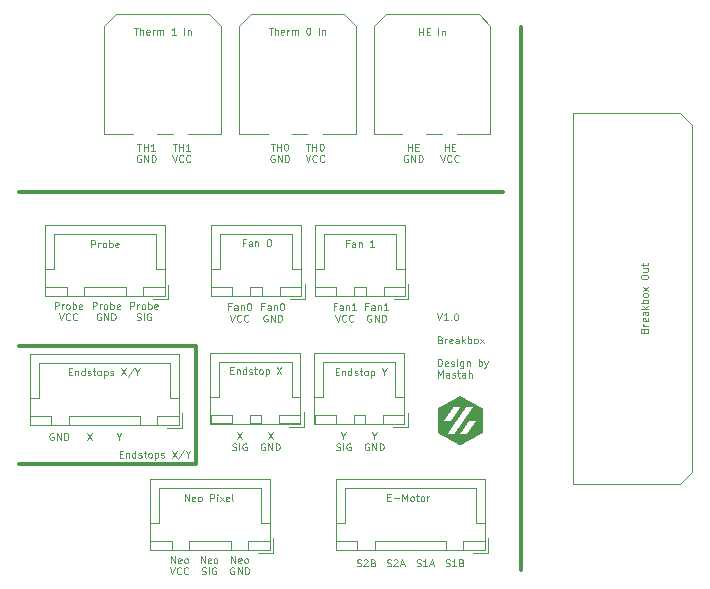
<source format=gbr>
%TF.GenerationSoftware,KiCad,Pcbnew,(6.0.6)*%
%TF.CreationDate,2022-07-16T02:29:14+02:00*%
%TF.ProjectId,breakbox_pcb,62726561-6b62-46f7-985f-7063622e6b69,rev?*%
%TF.SameCoordinates,Original*%
%TF.FileFunction,Legend,Top*%
%TF.FilePolarity,Positive*%
%FSLAX46Y46*%
G04 Gerber Fmt 4.6, Leading zero omitted, Abs format (unit mm)*
G04 Created by KiCad (PCBNEW (6.0.6)) date 2022-07-16 02:29:14*
%MOMM*%
%LPD*%
G01*
G04 APERTURE LIST*
%ADD10C,0.300000*%
%ADD11C,0.100000*%
%ADD12C,0.120000*%
G04 APERTURE END LIST*
D10*
X67000000Y-89000000D02*
X52000000Y-89000000D01*
X52000000Y-79000000D02*
X67000000Y-79000000D01*
X52000000Y-66000000D02*
X93000000Y-66000000D01*
X94500000Y-52000000D02*
X94500000Y-98000000D01*
X67000000Y-79000000D02*
X67000000Y-89000000D01*
D11*
X60542857Y-88157142D02*
X60742857Y-88157142D01*
X60828571Y-88471428D02*
X60542857Y-88471428D01*
X60542857Y-87871428D01*
X60828571Y-87871428D01*
X61085714Y-88071428D02*
X61085714Y-88471428D01*
X61085714Y-88128571D02*
X61114285Y-88100000D01*
X61171428Y-88071428D01*
X61257142Y-88071428D01*
X61314285Y-88100000D01*
X61342857Y-88157142D01*
X61342857Y-88471428D01*
X61885714Y-88471428D02*
X61885714Y-87871428D01*
X61885714Y-88442857D02*
X61828571Y-88471428D01*
X61714285Y-88471428D01*
X61657142Y-88442857D01*
X61628571Y-88414285D01*
X61600000Y-88357142D01*
X61600000Y-88185714D01*
X61628571Y-88128571D01*
X61657142Y-88100000D01*
X61714285Y-88071428D01*
X61828571Y-88071428D01*
X61885714Y-88100000D01*
X62142857Y-88442857D02*
X62200000Y-88471428D01*
X62314285Y-88471428D01*
X62371428Y-88442857D01*
X62400000Y-88385714D01*
X62400000Y-88357142D01*
X62371428Y-88300000D01*
X62314285Y-88271428D01*
X62228571Y-88271428D01*
X62171428Y-88242857D01*
X62142857Y-88185714D01*
X62142857Y-88157142D01*
X62171428Y-88100000D01*
X62228571Y-88071428D01*
X62314285Y-88071428D01*
X62371428Y-88100000D01*
X62571428Y-88071428D02*
X62800000Y-88071428D01*
X62657142Y-87871428D02*
X62657142Y-88385714D01*
X62685714Y-88442857D01*
X62742857Y-88471428D01*
X62800000Y-88471428D01*
X63085714Y-88471428D02*
X63028571Y-88442857D01*
X63000000Y-88414285D01*
X62971428Y-88357142D01*
X62971428Y-88185714D01*
X63000000Y-88128571D01*
X63028571Y-88100000D01*
X63085714Y-88071428D01*
X63171428Y-88071428D01*
X63228571Y-88100000D01*
X63257142Y-88128571D01*
X63285714Y-88185714D01*
X63285714Y-88357142D01*
X63257142Y-88414285D01*
X63228571Y-88442857D01*
X63171428Y-88471428D01*
X63085714Y-88471428D01*
X63542857Y-88071428D02*
X63542857Y-88671428D01*
X63542857Y-88100000D02*
X63600000Y-88071428D01*
X63714285Y-88071428D01*
X63771428Y-88100000D01*
X63800000Y-88128571D01*
X63828571Y-88185714D01*
X63828571Y-88357142D01*
X63800000Y-88414285D01*
X63771428Y-88442857D01*
X63714285Y-88471428D01*
X63600000Y-88471428D01*
X63542857Y-88442857D01*
X64057142Y-88442857D02*
X64114285Y-88471428D01*
X64228571Y-88471428D01*
X64285714Y-88442857D01*
X64314285Y-88385714D01*
X64314285Y-88357142D01*
X64285714Y-88300000D01*
X64228571Y-88271428D01*
X64142857Y-88271428D01*
X64085714Y-88242857D01*
X64057142Y-88185714D01*
X64057142Y-88157142D01*
X64085714Y-88100000D01*
X64142857Y-88071428D01*
X64228571Y-88071428D01*
X64285714Y-88100000D01*
X64971428Y-87871428D02*
X65371428Y-88471428D01*
X65371428Y-87871428D02*
X64971428Y-88471428D01*
X66028571Y-87842857D02*
X65514285Y-88614285D01*
X66342857Y-88185714D02*
X66342857Y-88471428D01*
X66142857Y-87871428D02*
X66342857Y-88185714D01*
X66542857Y-87871428D01*
X73100000Y-86288428D02*
X73500000Y-86888428D01*
X73500000Y-86288428D02*
X73100000Y-86888428D01*
X72842857Y-87283000D02*
X72785714Y-87254428D01*
X72700000Y-87254428D01*
X72614285Y-87283000D01*
X72557142Y-87340142D01*
X72528571Y-87397285D01*
X72500000Y-87511571D01*
X72500000Y-87597285D01*
X72528571Y-87711571D01*
X72557142Y-87768714D01*
X72614285Y-87825857D01*
X72700000Y-87854428D01*
X72757142Y-87854428D01*
X72842857Y-87825857D01*
X72871428Y-87797285D01*
X72871428Y-87597285D01*
X72757142Y-87597285D01*
X73128571Y-87854428D02*
X73128571Y-87254428D01*
X73471428Y-87854428D01*
X73471428Y-87254428D01*
X73757142Y-87854428D02*
X73757142Y-87254428D01*
X73900000Y-87254428D01*
X73985714Y-87283000D01*
X74042857Y-87340142D01*
X74071428Y-87397285D01*
X74100000Y-87511571D01*
X74100000Y-87597285D01*
X74071428Y-87711571D01*
X74042857Y-87768714D01*
X73985714Y-87825857D01*
X73900000Y-87854428D01*
X73757142Y-87854428D01*
X62028571Y-61888428D02*
X62371428Y-61888428D01*
X62200000Y-62488428D02*
X62200000Y-61888428D01*
X62571428Y-62488428D02*
X62571428Y-61888428D01*
X62571428Y-62174142D02*
X62914285Y-62174142D01*
X62914285Y-62488428D02*
X62914285Y-61888428D01*
X63514285Y-62488428D02*
X63171428Y-62488428D01*
X63342857Y-62488428D02*
X63342857Y-61888428D01*
X63285714Y-61974142D01*
X63228571Y-62031285D01*
X63171428Y-62059857D01*
X62342857Y-62883000D02*
X62285714Y-62854428D01*
X62200000Y-62854428D01*
X62114285Y-62883000D01*
X62057142Y-62940142D01*
X62028571Y-62997285D01*
X62000000Y-63111571D01*
X62000000Y-63197285D01*
X62028571Y-63311571D01*
X62057142Y-63368714D01*
X62114285Y-63425857D01*
X62200000Y-63454428D01*
X62257142Y-63454428D01*
X62342857Y-63425857D01*
X62371428Y-63397285D01*
X62371428Y-63197285D01*
X62257142Y-63197285D01*
X62628571Y-63454428D02*
X62628571Y-62854428D01*
X62971428Y-63454428D01*
X62971428Y-62854428D01*
X63257142Y-63454428D02*
X63257142Y-62854428D01*
X63400000Y-62854428D01*
X63485714Y-62883000D01*
X63542857Y-62940142D01*
X63571428Y-62997285D01*
X63600000Y-63111571D01*
X63600000Y-63197285D01*
X63571428Y-63311571D01*
X63542857Y-63368714D01*
X63485714Y-63425857D01*
X63400000Y-63454428D01*
X63257142Y-63454428D01*
X87422142Y-76256428D02*
X87622142Y-76856428D01*
X87822142Y-76256428D01*
X88336428Y-76856428D02*
X87993571Y-76856428D01*
X88165000Y-76856428D02*
X88165000Y-76256428D01*
X88107857Y-76342142D01*
X88050714Y-76399285D01*
X87993571Y-76427857D01*
X88593571Y-76799285D02*
X88622142Y-76827857D01*
X88593571Y-76856428D01*
X88565000Y-76827857D01*
X88593571Y-76799285D01*
X88593571Y-76856428D01*
X88993571Y-76256428D02*
X89050714Y-76256428D01*
X89107857Y-76285000D01*
X89136428Y-76313571D01*
X89165000Y-76370714D01*
X89193571Y-76485000D01*
X89193571Y-76627857D01*
X89165000Y-76742142D01*
X89136428Y-76799285D01*
X89107857Y-76827857D01*
X89050714Y-76856428D01*
X88993571Y-76856428D01*
X88936428Y-76827857D01*
X88907857Y-76799285D01*
X88879285Y-76742142D01*
X88850714Y-76627857D01*
X88850714Y-76485000D01*
X88879285Y-76370714D01*
X88907857Y-76313571D01*
X88936428Y-76285000D01*
X88993571Y-76256428D01*
X87707857Y-78474142D02*
X87793571Y-78502714D01*
X87822142Y-78531285D01*
X87850714Y-78588428D01*
X87850714Y-78674142D01*
X87822142Y-78731285D01*
X87793571Y-78759857D01*
X87736428Y-78788428D01*
X87507857Y-78788428D01*
X87507857Y-78188428D01*
X87707857Y-78188428D01*
X87765000Y-78217000D01*
X87793571Y-78245571D01*
X87822142Y-78302714D01*
X87822142Y-78359857D01*
X87793571Y-78417000D01*
X87765000Y-78445571D01*
X87707857Y-78474142D01*
X87507857Y-78474142D01*
X88107857Y-78788428D02*
X88107857Y-78388428D01*
X88107857Y-78502714D02*
X88136428Y-78445571D01*
X88165000Y-78417000D01*
X88222142Y-78388428D01*
X88279285Y-78388428D01*
X88707857Y-78759857D02*
X88650714Y-78788428D01*
X88536428Y-78788428D01*
X88479285Y-78759857D01*
X88450714Y-78702714D01*
X88450714Y-78474142D01*
X88479285Y-78417000D01*
X88536428Y-78388428D01*
X88650714Y-78388428D01*
X88707857Y-78417000D01*
X88736428Y-78474142D01*
X88736428Y-78531285D01*
X88450714Y-78588428D01*
X89250714Y-78788428D02*
X89250714Y-78474142D01*
X89222142Y-78417000D01*
X89165000Y-78388428D01*
X89050714Y-78388428D01*
X88993571Y-78417000D01*
X89250714Y-78759857D02*
X89193571Y-78788428D01*
X89050714Y-78788428D01*
X88993571Y-78759857D01*
X88965000Y-78702714D01*
X88965000Y-78645571D01*
X88993571Y-78588428D01*
X89050714Y-78559857D01*
X89193571Y-78559857D01*
X89250714Y-78531285D01*
X89536428Y-78788428D02*
X89536428Y-78188428D01*
X89593571Y-78559857D02*
X89765000Y-78788428D01*
X89765000Y-78388428D02*
X89536428Y-78617000D01*
X90022142Y-78788428D02*
X90022142Y-78188428D01*
X90022142Y-78417000D02*
X90079285Y-78388428D01*
X90193571Y-78388428D01*
X90250714Y-78417000D01*
X90279285Y-78445571D01*
X90307857Y-78502714D01*
X90307857Y-78674142D01*
X90279285Y-78731285D01*
X90250714Y-78759857D01*
X90193571Y-78788428D01*
X90079285Y-78788428D01*
X90022142Y-78759857D01*
X90650714Y-78788428D02*
X90593571Y-78759857D01*
X90565000Y-78731285D01*
X90536428Y-78674142D01*
X90536428Y-78502714D01*
X90565000Y-78445571D01*
X90593571Y-78417000D01*
X90650714Y-78388428D01*
X90736428Y-78388428D01*
X90793571Y-78417000D01*
X90822142Y-78445571D01*
X90850714Y-78502714D01*
X90850714Y-78674142D01*
X90822142Y-78731285D01*
X90793571Y-78759857D01*
X90736428Y-78788428D01*
X90650714Y-78788428D01*
X91050714Y-78788428D02*
X91365000Y-78388428D01*
X91050714Y-78388428D02*
X91365000Y-78788428D01*
X87507857Y-80720428D02*
X87507857Y-80120428D01*
X87650714Y-80120428D01*
X87736428Y-80149000D01*
X87793571Y-80206142D01*
X87822142Y-80263285D01*
X87850714Y-80377571D01*
X87850714Y-80463285D01*
X87822142Y-80577571D01*
X87793571Y-80634714D01*
X87736428Y-80691857D01*
X87650714Y-80720428D01*
X87507857Y-80720428D01*
X88336428Y-80691857D02*
X88279285Y-80720428D01*
X88165000Y-80720428D01*
X88107857Y-80691857D01*
X88079285Y-80634714D01*
X88079285Y-80406142D01*
X88107857Y-80349000D01*
X88165000Y-80320428D01*
X88279285Y-80320428D01*
X88336428Y-80349000D01*
X88365000Y-80406142D01*
X88365000Y-80463285D01*
X88079285Y-80520428D01*
X88593571Y-80691857D02*
X88650714Y-80720428D01*
X88765000Y-80720428D01*
X88822142Y-80691857D01*
X88850714Y-80634714D01*
X88850714Y-80606142D01*
X88822142Y-80549000D01*
X88765000Y-80520428D01*
X88679285Y-80520428D01*
X88622142Y-80491857D01*
X88593571Y-80434714D01*
X88593571Y-80406142D01*
X88622142Y-80349000D01*
X88679285Y-80320428D01*
X88765000Y-80320428D01*
X88822142Y-80349000D01*
X89107857Y-80720428D02*
X89107857Y-80320428D01*
X89107857Y-80120428D02*
X89079285Y-80149000D01*
X89107857Y-80177571D01*
X89136428Y-80149000D01*
X89107857Y-80120428D01*
X89107857Y-80177571D01*
X89650714Y-80320428D02*
X89650714Y-80806142D01*
X89622142Y-80863285D01*
X89593571Y-80891857D01*
X89536428Y-80920428D01*
X89450714Y-80920428D01*
X89393571Y-80891857D01*
X89650714Y-80691857D02*
X89593571Y-80720428D01*
X89479285Y-80720428D01*
X89422142Y-80691857D01*
X89393571Y-80663285D01*
X89365000Y-80606142D01*
X89365000Y-80434714D01*
X89393571Y-80377571D01*
X89422142Y-80349000D01*
X89479285Y-80320428D01*
X89593571Y-80320428D01*
X89650714Y-80349000D01*
X89936428Y-80320428D02*
X89936428Y-80720428D01*
X89936428Y-80377571D02*
X89965000Y-80349000D01*
X90022142Y-80320428D01*
X90107857Y-80320428D01*
X90165000Y-80349000D01*
X90193571Y-80406142D01*
X90193571Y-80720428D01*
X90936428Y-80720428D02*
X90936428Y-80120428D01*
X90936428Y-80349000D02*
X90993571Y-80320428D01*
X91107857Y-80320428D01*
X91165000Y-80349000D01*
X91193571Y-80377571D01*
X91222142Y-80434714D01*
X91222142Y-80606142D01*
X91193571Y-80663285D01*
X91165000Y-80691857D01*
X91107857Y-80720428D01*
X90993571Y-80720428D01*
X90936428Y-80691857D01*
X91422142Y-80320428D02*
X91565000Y-80720428D01*
X91707857Y-80320428D02*
X91565000Y-80720428D01*
X91507857Y-80863285D01*
X91479285Y-80891857D01*
X91422142Y-80920428D01*
X87507857Y-81686428D02*
X87507857Y-81086428D01*
X87707857Y-81515000D01*
X87907857Y-81086428D01*
X87907857Y-81686428D01*
X88450714Y-81686428D02*
X88450714Y-81372142D01*
X88422142Y-81315000D01*
X88365000Y-81286428D01*
X88250714Y-81286428D01*
X88193571Y-81315000D01*
X88450714Y-81657857D02*
X88393571Y-81686428D01*
X88250714Y-81686428D01*
X88193571Y-81657857D01*
X88165000Y-81600714D01*
X88165000Y-81543571D01*
X88193571Y-81486428D01*
X88250714Y-81457857D01*
X88393571Y-81457857D01*
X88450714Y-81429285D01*
X88707857Y-81657857D02*
X88765000Y-81686428D01*
X88879285Y-81686428D01*
X88936428Y-81657857D01*
X88965000Y-81600714D01*
X88965000Y-81572142D01*
X88936428Y-81515000D01*
X88879285Y-81486428D01*
X88793571Y-81486428D01*
X88736428Y-81457857D01*
X88707857Y-81400714D01*
X88707857Y-81372142D01*
X88736428Y-81315000D01*
X88793571Y-81286428D01*
X88879285Y-81286428D01*
X88936428Y-81315000D01*
X89136428Y-81286428D02*
X89365000Y-81286428D01*
X89222142Y-81086428D02*
X89222142Y-81600714D01*
X89250714Y-81657857D01*
X89307857Y-81686428D01*
X89365000Y-81686428D01*
X89822142Y-81686428D02*
X89822142Y-81372142D01*
X89793571Y-81315000D01*
X89736428Y-81286428D01*
X89622142Y-81286428D01*
X89565000Y-81315000D01*
X89822142Y-81657857D02*
X89765000Y-81686428D01*
X89622142Y-81686428D01*
X89565000Y-81657857D01*
X89536428Y-81600714D01*
X89536428Y-81543571D01*
X89565000Y-81486428D01*
X89622142Y-81457857D01*
X89765000Y-81457857D01*
X89822142Y-81429285D01*
X90107857Y-81686428D02*
X90107857Y-81086428D01*
X90365000Y-81686428D02*
X90365000Y-81372142D01*
X90336428Y-81315000D01*
X90279285Y-81286428D01*
X90193571Y-81286428D01*
X90136428Y-81315000D01*
X90107857Y-81343571D01*
X64900000Y-97388428D02*
X64900000Y-96788428D01*
X65242857Y-97388428D01*
X65242857Y-96788428D01*
X65757142Y-97359857D02*
X65700000Y-97388428D01*
X65585714Y-97388428D01*
X65528571Y-97359857D01*
X65500000Y-97302714D01*
X65500000Y-97074142D01*
X65528571Y-97017000D01*
X65585714Y-96988428D01*
X65700000Y-96988428D01*
X65757142Y-97017000D01*
X65785714Y-97074142D01*
X65785714Y-97131285D01*
X65500000Y-97188428D01*
X66128571Y-97388428D02*
X66071428Y-97359857D01*
X66042857Y-97331285D01*
X66014285Y-97274142D01*
X66014285Y-97102714D01*
X66042857Y-97045571D01*
X66071428Y-97017000D01*
X66128571Y-96988428D01*
X66214285Y-96988428D01*
X66271428Y-97017000D01*
X66300000Y-97045571D01*
X66328571Y-97102714D01*
X66328571Y-97274142D01*
X66300000Y-97331285D01*
X66271428Y-97359857D01*
X66214285Y-97388428D01*
X66128571Y-97388428D01*
X64800000Y-97754428D02*
X65000000Y-98354428D01*
X65200000Y-97754428D01*
X65742857Y-98297285D02*
X65714285Y-98325857D01*
X65628571Y-98354428D01*
X65571428Y-98354428D01*
X65485714Y-98325857D01*
X65428571Y-98268714D01*
X65400000Y-98211571D01*
X65371428Y-98097285D01*
X65371428Y-98011571D01*
X65400000Y-97897285D01*
X65428571Y-97840142D01*
X65485714Y-97783000D01*
X65571428Y-97754428D01*
X65628571Y-97754428D01*
X65714285Y-97783000D01*
X65742857Y-97811571D01*
X66342857Y-98297285D02*
X66314285Y-98325857D01*
X66228571Y-98354428D01*
X66171428Y-98354428D01*
X66085714Y-98325857D01*
X66028571Y-98268714D01*
X66000000Y-98211571D01*
X65971428Y-98097285D01*
X65971428Y-98011571D01*
X66000000Y-97897285D01*
X66028571Y-97840142D01*
X66085714Y-97783000D01*
X66171428Y-97754428D01*
X66228571Y-97754428D01*
X66314285Y-97783000D01*
X66342857Y-97811571D01*
X55057142Y-75888428D02*
X55057142Y-75288428D01*
X55285714Y-75288428D01*
X55342857Y-75317000D01*
X55371428Y-75345571D01*
X55400000Y-75402714D01*
X55400000Y-75488428D01*
X55371428Y-75545571D01*
X55342857Y-75574142D01*
X55285714Y-75602714D01*
X55057142Y-75602714D01*
X55657142Y-75888428D02*
X55657142Y-75488428D01*
X55657142Y-75602714D02*
X55685714Y-75545571D01*
X55714285Y-75517000D01*
X55771428Y-75488428D01*
X55828571Y-75488428D01*
X56114285Y-75888428D02*
X56057142Y-75859857D01*
X56028571Y-75831285D01*
X56000000Y-75774142D01*
X56000000Y-75602714D01*
X56028571Y-75545571D01*
X56057142Y-75517000D01*
X56114285Y-75488428D01*
X56200000Y-75488428D01*
X56257142Y-75517000D01*
X56285714Y-75545571D01*
X56314285Y-75602714D01*
X56314285Y-75774142D01*
X56285714Y-75831285D01*
X56257142Y-75859857D01*
X56200000Y-75888428D01*
X56114285Y-75888428D01*
X56571428Y-75888428D02*
X56571428Y-75288428D01*
X56571428Y-75517000D02*
X56628571Y-75488428D01*
X56742857Y-75488428D01*
X56800000Y-75517000D01*
X56828571Y-75545571D01*
X56857142Y-75602714D01*
X56857142Y-75774142D01*
X56828571Y-75831285D01*
X56800000Y-75859857D01*
X56742857Y-75888428D01*
X56628571Y-75888428D01*
X56571428Y-75859857D01*
X57342857Y-75859857D02*
X57285714Y-75888428D01*
X57171428Y-75888428D01*
X57114285Y-75859857D01*
X57085714Y-75802714D01*
X57085714Y-75574142D01*
X57114285Y-75517000D01*
X57171428Y-75488428D01*
X57285714Y-75488428D01*
X57342857Y-75517000D01*
X57371428Y-75574142D01*
X57371428Y-75631285D01*
X57085714Y-75688428D01*
X55400000Y-76254428D02*
X55600000Y-76854428D01*
X55800000Y-76254428D01*
X56342857Y-76797285D02*
X56314285Y-76825857D01*
X56228571Y-76854428D01*
X56171428Y-76854428D01*
X56085714Y-76825857D01*
X56028571Y-76768714D01*
X56000000Y-76711571D01*
X55971428Y-76597285D01*
X55971428Y-76511571D01*
X56000000Y-76397285D01*
X56028571Y-76340142D01*
X56085714Y-76283000D01*
X56171428Y-76254428D01*
X56228571Y-76254428D01*
X56314285Y-76283000D01*
X56342857Y-76311571D01*
X56942857Y-76797285D02*
X56914285Y-76825857D01*
X56828571Y-76854428D01*
X56771428Y-76854428D01*
X56685714Y-76825857D01*
X56628571Y-76768714D01*
X56600000Y-76711571D01*
X56571428Y-76597285D01*
X56571428Y-76511571D01*
X56600000Y-76397285D01*
X56628571Y-76340142D01*
X56685714Y-76283000D01*
X56771428Y-76254428D01*
X56828571Y-76254428D01*
X56914285Y-76283000D01*
X56942857Y-76311571D01*
X82100000Y-86602714D02*
X82100000Y-86888428D01*
X81900000Y-86288428D02*
X82100000Y-86602714D01*
X82300000Y-86288428D01*
X81642857Y-87283000D02*
X81585714Y-87254428D01*
X81500000Y-87254428D01*
X81414285Y-87283000D01*
X81357142Y-87340142D01*
X81328571Y-87397285D01*
X81300000Y-87511571D01*
X81300000Y-87597285D01*
X81328571Y-87711571D01*
X81357142Y-87768714D01*
X81414285Y-87825857D01*
X81500000Y-87854428D01*
X81557142Y-87854428D01*
X81642857Y-87825857D01*
X81671428Y-87797285D01*
X81671428Y-87597285D01*
X81557142Y-87597285D01*
X81928571Y-87854428D02*
X81928571Y-87254428D01*
X82271428Y-87854428D01*
X82271428Y-87254428D01*
X82557142Y-87854428D02*
X82557142Y-87254428D01*
X82700000Y-87254428D01*
X82785714Y-87283000D01*
X82842857Y-87340142D01*
X82871428Y-87397285D01*
X82900000Y-87511571D01*
X82900000Y-87597285D01*
X82871428Y-87711571D01*
X82842857Y-87768714D01*
X82785714Y-87825857D01*
X82700000Y-87854428D01*
X82557142Y-87854428D01*
X84957142Y-62488428D02*
X84957142Y-61888428D01*
X84957142Y-62174142D02*
X85300000Y-62174142D01*
X85300000Y-62488428D02*
X85300000Y-61888428D01*
X85585714Y-62174142D02*
X85785714Y-62174142D01*
X85871428Y-62488428D02*
X85585714Y-62488428D01*
X85585714Y-61888428D01*
X85871428Y-61888428D01*
X84942857Y-62883000D02*
X84885714Y-62854428D01*
X84800000Y-62854428D01*
X84714285Y-62883000D01*
X84657142Y-62940142D01*
X84628571Y-62997285D01*
X84600000Y-63111571D01*
X84600000Y-63197285D01*
X84628571Y-63311571D01*
X84657142Y-63368714D01*
X84714285Y-63425857D01*
X84800000Y-63454428D01*
X84857142Y-63454428D01*
X84942857Y-63425857D01*
X84971428Y-63397285D01*
X84971428Y-63197285D01*
X84857142Y-63197285D01*
X85228571Y-63454428D02*
X85228571Y-62854428D01*
X85571428Y-63454428D01*
X85571428Y-62854428D01*
X85857142Y-63454428D02*
X85857142Y-62854428D01*
X86000000Y-62854428D01*
X86085714Y-62883000D01*
X86142857Y-62940142D01*
X86171428Y-62997285D01*
X86200000Y-63111571D01*
X86200000Y-63197285D01*
X86171428Y-63311571D01*
X86142857Y-63368714D01*
X86085714Y-63425857D01*
X86000000Y-63454428D01*
X85857142Y-63454428D01*
X69957142Y-75674142D02*
X69757142Y-75674142D01*
X69757142Y-75988428D02*
X69757142Y-75388428D01*
X70042857Y-75388428D01*
X70528571Y-75988428D02*
X70528571Y-75674142D01*
X70500000Y-75617000D01*
X70442857Y-75588428D01*
X70328571Y-75588428D01*
X70271428Y-75617000D01*
X70528571Y-75959857D02*
X70471428Y-75988428D01*
X70328571Y-75988428D01*
X70271428Y-75959857D01*
X70242857Y-75902714D01*
X70242857Y-75845571D01*
X70271428Y-75788428D01*
X70328571Y-75759857D01*
X70471428Y-75759857D01*
X70528571Y-75731285D01*
X70814285Y-75588428D02*
X70814285Y-75988428D01*
X70814285Y-75645571D02*
X70842857Y-75617000D01*
X70900000Y-75588428D01*
X70985714Y-75588428D01*
X71042857Y-75617000D01*
X71071428Y-75674142D01*
X71071428Y-75988428D01*
X71471428Y-75388428D02*
X71528571Y-75388428D01*
X71585714Y-75417000D01*
X71614285Y-75445571D01*
X71642857Y-75502714D01*
X71671428Y-75617000D01*
X71671428Y-75759857D01*
X71642857Y-75874142D01*
X71614285Y-75931285D01*
X71585714Y-75959857D01*
X71528571Y-75988428D01*
X71471428Y-75988428D01*
X71414285Y-75959857D01*
X71385714Y-75931285D01*
X71357142Y-75874142D01*
X71328571Y-75759857D01*
X71328571Y-75617000D01*
X71357142Y-75502714D01*
X71385714Y-75445571D01*
X71414285Y-75417000D01*
X71471428Y-75388428D01*
X69900000Y-76354428D02*
X70100000Y-76954428D01*
X70300000Y-76354428D01*
X70842857Y-76897285D02*
X70814285Y-76925857D01*
X70728571Y-76954428D01*
X70671428Y-76954428D01*
X70585714Y-76925857D01*
X70528571Y-76868714D01*
X70500000Y-76811571D01*
X70471428Y-76697285D01*
X70471428Y-76611571D01*
X70500000Y-76497285D01*
X70528571Y-76440142D01*
X70585714Y-76383000D01*
X70671428Y-76354428D01*
X70728571Y-76354428D01*
X70814285Y-76383000D01*
X70842857Y-76411571D01*
X71442857Y-76897285D02*
X71414285Y-76925857D01*
X71328571Y-76954428D01*
X71271428Y-76954428D01*
X71185714Y-76925857D01*
X71128571Y-76868714D01*
X71100000Y-76811571D01*
X71071428Y-76697285D01*
X71071428Y-76611571D01*
X71100000Y-76497285D01*
X71128571Y-76440142D01*
X71185714Y-76383000D01*
X71271428Y-76354428D01*
X71328571Y-76354428D01*
X71414285Y-76383000D01*
X71442857Y-76411571D01*
X88057142Y-62488428D02*
X88057142Y-61888428D01*
X88057142Y-62174142D02*
X88400000Y-62174142D01*
X88400000Y-62488428D02*
X88400000Y-61888428D01*
X88685714Y-62174142D02*
X88885714Y-62174142D01*
X88971428Y-62488428D02*
X88685714Y-62488428D01*
X88685714Y-61888428D01*
X88971428Y-61888428D01*
X87700000Y-62854428D02*
X87900000Y-63454428D01*
X88100000Y-62854428D01*
X88642857Y-63397285D02*
X88614285Y-63425857D01*
X88528571Y-63454428D01*
X88471428Y-63454428D01*
X88385714Y-63425857D01*
X88328571Y-63368714D01*
X88300000Y-63311571D01*
X88271428Y-63197285D01*
X88271428Y-63111571D01*
X88300000Y-62997285D01*
X88328571Y-62940142D01*
X88385714Y-62883000D01*
X88471428Y-62854428D01*
X88528571Y-62854428D01*
X88614285Y-62883000D01*
X88642857Y-62911571D01*
X89242857Y-63397285D02*
X89214285Y-63425857D01*
X89128571Y-63454428D01*
X89071428Y-63454428D01*
X88985714Y-63425857D01*
X88928571Y-63368714D01*
X88900000Y-63311571D01*
X88871428Y-63197285D01*
X88871428Y-63111571D01*
X88900000Y-62997285D01*
X88928571Y-62940142D01*
X88985714Y-62883000D01*
X89071428Y-62854428D01*
X89128571Y-62854428D01*
X89214285Y-62883000D01*
X89242857Y-62911571D01*
X70500000Y-86288428D02*
X70900000Y-86888428D01*
X70900000Y-86288428D02*
X70500000Y-86888428D01*
X70085714Y-87825857D02*
X70171428Y-87854428D01*
X70314285Y-87854428D01*
X70371428Y-87825857D01*
X70400000Y-87797285D01*
X70428571Y-87740142D01*
X70428571Y-87683000D01*
X70400000Y-87625857D01*
X70371428Y-87597285D01*
X70314285Y-87568714D01*
X70200000Y-87540142D01*
X70142857Y-87511571D01*
X70114285Y-87483000D01*
X70085714Y-87425857D01*
X70085714Y-87368714D01*
X70114285Y-87311571D01*
X70142857Y-87283000D01*
X70200000Y-87254428D01*
X70342857Y-87254428D01*
X70428571Y-87283000D01*
X70685714Y-87854428D02*
X70685714Y-87254428D01*
X71285714Y-87283000D02*
X71228571Y-87254428D01*
X71142857Y-87254428D01*
X71057142Y-87283000D01*
X71000000Y-87340142D01*
X70971428Y-87397285D01*
X70942857Y-87511571D01*
X70942857Y-87597285D01*
X70971428Y-87711571D01*
X71000000Y-87768714D01*
X71057142Y-87825857D01*
X71142857Y-87854428D01*
X71200000Y-87854428D01*
X71285714Y-87825857D01*
X71314285Y-87797285D01*
X71314285Y-87597285D01*
X71200000Y-87597285D01*
X73328571Y-61888428D02*
X73671428Y-61888428D01*
X73500000Y-62488428D02*
X73500000Y-61888428D01*
X73871428Y-62488428D02*
X73871428Y-61888428D01*
X73871428Y-62174142D02*
X74214285Y-62174142D01*
X74214285Y-62488428D02*
X74214285Y-61888428D01*
X74614285Y-61888428D02*
X74671428Y-61888428D01*
X74728571Y-61917000D01*
X74757142Y-61945571D01*
X74785714Y-62002714D01*
X74814285Y-62117000D01*
X74814285Y-62259857D01*
X74785714Y-62374142D01*
X74757142Y-62431285D01*
X74728571Y-62459857D01*
X74671428Y-62488428D01*
X74614285Y-62488428D01*
X74557142Y-62459857D01*
X74528571Y-62431285D01*
X74500000Y-62374142D01*
X74471428Y-62259857D01*
X74471428Y-62117000D01*
X74500000Y-62002714D01*
X74528571Y-61945571D01*
X74557142Y-61917000D01*
X74614285Y-61888428D01*
X73642857Y-62883000D02*
X73585714Y-62854428D01*
X73500000Y-62854428D01*
X73414285Y-62883000D01*
X73357142Y-62940142D01*
X73328571Y-62997285D01*
X73300000Y-63111571D01*
X73300000Y-63197285D01*
X73328571Y-63311571D01*
X73357142Y-63368714D01*
X73414285Y-63425857D01*
X73500000Y-63454428D01*
X73557142Y-63454428D01*
X73642857Y-63425857D01*
X73671428Y-63397285D01*
X73671428Y-63197285D01*
X73557142Y-63197285D01*
X73928571Y-63454428D02*
X73928571Y-62854428D01*
X74271428Y-63454428D01*
X74271428Y-62854428D01*
X74557142Y-63454428D02*
X74557142Y-62854428D01*
X74700000Y-62854428D01*
X74785714Y-62883000D01*
X74842857Y-62940142D01*
X74871428Y-62997285D01*
X74900000Y-63111571D01*
X74900000Y-63197285D01*
X74871428Y-63311571D01*
X74842857Y-63368714D01*
X74785714Y-63425857D01*
X74700000Y-63454428D01*
X74557142Y-63454428D01*
X65028571Y-61888428D02*
X65371428Y-61888428D01*
X65200000Y-62488428D02*
X65200000Y-61888428D01*
X65571428Y-62488428D02*
X65571428Y-61888428D01*
X65571428Y-62174142D02*
X65914285Y-62174142D01*
X65914285Y-62488428D02*
X65914285Y-61888428D01*
X66514285Y-62488428D02*
X66171428Y-62488428D01*
X66342857Y-62488428D02*
X66342857Y-61888428D01*
X66285714Y-61974142D01*
X66228571Y-62031285D01*
X66171428Y-62059857D01*
X65000000Y-62854428D02*
X65200000Y-63454428D01*
X65400000Y-62854428D01*
X65942857Y-63397285D02*
X65914285Y-63425857D01*
X65828571Y-63454428D01*
X65771428Y-63454428D01*
X65685714Y-63425857D01*
X65628571Y-63368714D01*
X65600000Y-63311571D01*
X65571428Y-63197285D01*
X65571428Y-63111571D01*
X65600000Y-62997285D01*
X65628571Y-62940142D01*
X65685714Y-62883000D01*
X65771428Y-62854428D01*
X65828571Y-62854428D01*
X65914285Y-62883000D01*
X65942857Y-62911571D01*
X66542857Y-63397285D02*
X66514285Y-63425857D01*
X66428571Y-63454428D01*
X66371428Y-63454428D01*
X66285714Y-63425857D01*
X66228571Y-63368714D01*
X66200000Y-63311571D01*
X66171428Y-63197285D01*
X66171428Y-63111571D01*
X66200000Y-62997285D01*
X66228571Y-62940142D01*
X66285714Y-62883000D01*
X66371428Y-62854428D01*
X66428571Y-62854428D01*
X66514285Y-62883000D01*
X66542857Y-62911571D01*
X88142857Y-97642857D02*
X88228571Y-97671428D01*
X88371428Y-97671428D01*
X88428571Y-97642857D01*
X88457142Y-97614285D01*
X88485714Y-97557142D01*
X88485714Y-97500000D01*
X88457142Y-97442857D01*
X88428571Y-97414285D01*
X88371428Y-97385714D01*
X88257142Y-97357142D01*
X88200000Y-97328571D01*
X88171428Y-97300000D01*
X88142857Y-97242857D01*
X88142857Y-97185714D01*
X88171428Y-97128571D01*
X88200000Y-97100000D01*
X88257142Y-97071428D01*
X88400000Y-97071428D01*
X88485714Y-97100000D01*
X89057142Y-97671428D02*
X88714285Y-97671428D01*
X88885714Y-97671428D02*
X88885714Y-97071428D01*
X88828571Y-97157142D01*
X88771428Y-97214285D01*
X88714285Y-97242857D01*
X89514285Y-97357142D02*
X89600000Y-97385714D01*
X89628571Y-97414285D01*
X89657142Y-97471428D01*
X89657142Y-97557142D01*
X89628571Y-97614285D01*
X89600000Y-97642857D01*
X89542857Y-97671428D01*
X89314285Y-97671428D01*
X89314285Y-97071428D01*
X89514285Y-97071428D01*
X89571428Y-97100000D01*
X89600000Y-97128571D01*
X89628571Y-97185714D01*
X89628571Y-97242857D01*
X89600000Y-97300000D01*
X89571428Y-97328571D01*
X89514285Y-97357142D01*
X89314285Y-97357142D01*
X85685714Y-97642857D02*
X85771428Y-97671428D01*
X85914285Y-97671428D01*
X85971428Y-97642857D01*
X86000000Y-97614285D01*
X86028571Y-97557142D01*
X86028571Y-97500000D01*
X86000000Y-97442857D01*
X85971428Y-97414285D01*
X85914285Y-97385714D01*
X85800000Y-97357142D01*
X85742857Y-97328571D01*
X85714285Y-97300000D01*
X85685714Y-97242857D01*
X85685714Y-97185714D01*
X85714285Y-97128571D01*
X85742857Y-97100000D01*
X85800000Y-97071428D01*
X85942857Y-97071428D01*
X86028571Y-97100000D01*
X86600000Y-97671428D02*
X86257142Y-97671428D01*
X86428571Y-97671428D02*
X86428571Y-97071428D01*
X86371428Y-97157142D01*
X86314285Y-97214285D01*
X86257142Y-97242857D01*
X86828571Y-97500000D02*
X87114285Y-97500000D01*
X86771428Y-97671428D02*
X86971428Y-97071428D01*
X87171428Y-97671428D01*
X67400000Y-97388428D02*
X67400000Y-96788428D01*
X67742857Y-97388428D01*
X67742857Y-96788428D01*
X68257142Y-97359857D02*
X68200000Y-97388428D01*
X68085714Y-97388428D01*
X68028571Y-97359857D01*
X68000000Y-97302714D01*
X68000000Y-97074142D01*
X68028571Y-97017000D01*
X68085714Y-96988428D01*
X68200000Y-96988428D01*
X68257142Y-97017000D01*
X68285714Y-97074142D01*
X68285714Y-97131285D01*
X68000000Y-97188428D01*
X68628571Y-97388428D02*
X68571428Y-97359857D01*
X68542857Y-97331285D01*
X68514285Y-97274142D01*
X68514285Y-97102714D01*
X68542857Y-97045571D01*
X68571428Y-97017000D01*
X68628571Y-96988428D01*
X68714285Y-96988428D01*
X68771428Y-97017000D01*
X68800000Y-97045571D01*
X68828571Y-97102714D01*
X68828571Y-97274142D01*
X68800000Y-97331285D01*
X68771428Y-97359857D01*
X68714285Y-97388428D01*
X68628571Y-97388428D01*
X67485714Y-98325857D02*
X67571428Y-98354428D01*
X67714285Y-98354428D01*
X67771428Y-98325857D01*
X67800000Y-98297285D01*
X67828571Y-98240142D01*
X67828571Y-98183000D01*
X67800000Y-98125857D01*
X67771428Y-98097285D01*
X67714285Y-98068714D01*
X67600000Y-98040142D01*
X67542857Y-98011571D01*
X67514285Y-97983000D01*
X67485714Y-97925857D01*
X67485714Y-97868714D01*
X67514285Y-97811571D01*
X67542857Y-97783000D01*
X67600000Y-97754428D01*
X67742857Y-97754428D01*
X67828571Y-97783000D01*
X68085714Y-98354428D02*
X68085714Y-97754428D01*
X68685714Y-97783000D02*
X68628571Y-97754428D01*
X68542857Y-97754428D01*
X68457142Y-97783000D01*
X68400000Y-97840142D01*
X68371428Y-97897285D01*
X68342857Y-98011571D01*
X68342857Y-98097285D01*
X68371428Y-98211571D01*
X68400000Y-98268714D01*
X68457142Y-98325857D01*
X68542857Y-98354428D01*
X68600000Y-98354428D01*
X68685714Y-98325857D01*
X68714285Y-98297285D01*
X68714285Y-98097285D01*
X68600000Y-98097285D01*
X79500000Y-86602714D02*
X79500000Y-86888428D01*
X79300000Y-86288428D02*
X79500000Y-86602714D01*
X79700000Y-86288428D01*
X78885714Y-87825857D02*
X78971428Y-87854428D01*
X79114285Y-87854428D01*
X79171428Y-87825857D01*
X79200000Y-87797285D01*
X79228571Y-87740142D01*
X79228571Y-87683000D01*
X79200000Y-87625857D01*
X79171428Y-87597285D01*
X79114285Y-87568714D01*
X79000000Y-87540142D01*
X78942857Y-87511571D01*
X78914285Y-87483000D01*
X78885714Y-87425857D01*
X78885714Y-87368714D01*
X78914285Y-87311571D01*
X78942857Y-87283000D01*
X79000000Y-87254428D01*
X79142857Y-87254428D01*
X79228571Y-87283000D01*
X79485714Y-87854428D02*
X79485714Y-87254428D01*
X80085714Y-87283000D02*
X80028571Y-87254428D01*
X79942857Y-87254428D01*
X79857142Y-87283000D01*
X79800000Y-87340142D01*
X79771428Y-87397285D01*
X79742857Y-87511571D01*
X79742857Y-87597285D01*
X79771428Y-87711571D01*
X79800000Y-87768714D01*
X79857142Y-87825857D01*
X79942857Y-87854428D01*
X80000000Y-87854428D01*
X80085714Y-87825857D01*
X80114285Y-87797285D01*
X80114285Y-87597285D01*
X80000000Y-87597285D01*
X76328571Y-61888428D02*
X76671428Y-61888428D01*
X76500000Y-62488428D02*
X76500000Y-61888428D01*
X76871428Y-62488428D02*
X76871428Y-61888428D01*
X76871428Y-62174142D02*
X77214285Y-62174142D01*
X77214285Y-62488428D02*
X77214285Y-61888428D01*
X77614285Y-61888428D02*
X77671428Y-61888428D01*
X77728571Y-61917000D01*
X77757142Y-61945571D01*
X77785714Y-62002714D01*
X77814285Y-62117000D01*
X77814285Y-62259857D01*
X77785714Y-62374142D01*
X77757142Y-62431285D01*
X77728571Y-62459857D01*
X77671428Y-62488428D01*
X77614285Y-62488428D01*
X77557142Y-62459857D01*
X77528571Y-62431285D01*
X77500000Y-62374142D01*
X77471428Y-62259857D01*
X77471428Y-62117000D01*
X77500000Y-62002714D01*
X77528571Y-61945571D01*
X77557142Y-61917000D01*
X77614285Y-61888428D01*
X76300000Y-62854428D02*
X76500000Y-63454428D01*
X76700000Y-62854428D01*
X77242857Y-63397285D02*
X77214285Y-63425857D01*
X77128571Y-63454428D01*
X77071428Y-63454428D01*
X76985714Y-63425857D01*
X76928571Y-63368714D01*
X76900000Y-63311571D01*
X76871428Y-63197285D01*
X76871428Y-63111571D01*
X76900000Y-62997285D01*
X76928571Y-62940142D01*
X76985714Y-62883000D01*
X77071428Y-62854428D01*
X77128571Y-62854428D01*
X77214285Y-62883000D01*
X77242857Y-62911571D01*
X77842857Y-63397285D02*
X77814285Y-63425857D01*
X77728571Y-63454428D01*
X77671428Y-63454428D01*
X77585714Y-63425857D01*
X77528571Y-63368714D01*
X77500000Y-63311571D01*
X77471428Y-63197285D01*
X77471428Y-63111571D01*
X77500000Y-62997285D01*
X77528571Y-62940142D01*
X77585714Y-62883000D01*
X77671428Y-62854428D01*
X77728571Y-62854428D01*
X77814285Y-62883000D01*
X77842857Y-62911571D01*
X80642857Y-97642857D02*
X80728571Y-97671428D01*
X80871428Y-97671428D01*
X80928571Y-97642857D01*
X80957142Y-97614285D01*
X80985714Y-97557142D01*
X80985714Y-97500000D01*
X80957142Y-97442857D01*
X80928571Y-97414285D01*
X80871428Y-97385714D01*
X80757142Y-97357142D01*
X80700000Y-97328571D01*
X80671428Y-97300000D01*
X80642857Y-97242857D01*
X80642857Y-97185714D01*
X80671428Y-97128571D01*
X80700000Y-97100000D01*
X80757142Y-97071428D01*
X80900000Y-97071428D01*
X80985714Y-97100000D01*
X81214285Y-97128571D02*
X81242857Y-97100000D01*
X81300000Y-97071428D01*
X81442857Y-97071428D01*
X81500000Y-97100000D01*
X81528571Y-97128571D01*
X81557142Y-97185714D01*
X81557142Y-97242857D01*
X81528571Y-97328571D01*
X81185714Y-97671428D01*
X81557142Y-97671428D01*
X82014285Y-97357142D02*
X82100000Y-97385714D01*
X82128571Y-97414285D01*
X82157142Y-97471428D01*
X82157142Y-97557142D01*
X82128571Y-97614285D01*
X82100000Y-97642857D01*
X82042857Y-97671428D01*
X81814285Y-97671428D01*
X81814285Y-97071428D01*
X82014285Y-97071428D01*
X82071428Y-97100000D01*
X82100000Y-97128571D01*
X82128571Y-97185714D01*
X82128571Y-97242857D01*
X82100000Y-97300000D01*
X82071428Y-97328571D01*
X82014285Y-97357142D01*
X81814285Y-97357142D01*
X54942857Y-86400000D02*
X54885714Y-86371428D01*
X54800000Y-86371428D01*
X54714285Y-86400000D01*
X54657142Y-86457142D01*
X54628571Y-86514285D01*
X54600000Y-86628571D01*
X54600000Y-86714285D01*
X54628571Y-86828571D01*
X54657142Y-86885714D01*
X54714285Y-86942857D01*
X54800000Y-86971428D01*
X54857142Y-86971428D01*
X54942857Y-86942857D01*
X54971428Y-86914285D01*
X54971428Y-86714285D01*
X54857142Y-86714285D01*
X55228571Y-86971428D02*
X55228571Y-86371428D01*
X55571428Y-86971428D01*
X55571428Y-86371428D01*
X55857142Y-86971428D02*
X55857142Y-86371428D01*
X56000000Y-86371428D01*
X56085714Y-86400000D01*
X56142857Y-86457142D01*
X56171428Y-86514285D01*
X56200000Y-86628571D01*
X56200000Y-86714285D01*
X56171428Y-86828571D01*
X56142857Y-86885714D01*
X56085714Y-86942857D01*
X56000000Y-86971428D01*
X55857142Y-86971428D01*
X83185714Y-97642857D02*
X83271428Y-97671428D01*
X83414285Y-97671428D01*
X83471428Y-97642857D01*
X83500000Y-97614285D01*
X83528571Y-97557142D01*
X83528571Y-97500000D01*
X83500000Y-97442857D01*
X83471428Y-97414285D01*
X83414285Y-97385714D01*
X83300000Y-97357142D01*
X83242857Y-97328571D01*
X83214285Y-97300000D01*
X83185714Y-97242857D01*
X83185714Y-97185714D01*
X83214285Y-97128571D01*
X83242857Y-97100000D01*
X83300000Y-97071428D01*
X83442857Y-97071428D01*
X83528571Y-97100000D01*
X83757142Y-97128571D02*
X83785714Y-97100000D01*
X83842857Y-97071428D01*
X83985714Y-97071428D01*
X84042857Y-97100000D01*
X84071428Y-97128571D01*
X84100000Y-97185714D01*
X84100000Y-97242857D01*
X84071428Y-97328571D01*
X83728571Y-97671428D01*
X84100000Y-97671428D01*
X84328571Y-97500000D02*
X84614285Y-97500000D01*
X84271428Y-97671428D02*
X84471428Y-97071428D01*
X84671428Y-97671428D01*
X70000000Y-97388428D02*
X70000000Y-96788428D01*
X70342857Y-97388428D01*
X70342857Y-96788428D01*
X70857142Y-97359857D02*
X70800000Y-97388428D01*
X70685714Y-97388428D01*
X70628571Y-97359857D01*
X70600000Y-97302714D01*
X70600000Y-97074142D01*
X70628571Y-97017000D01*
X70685714Y-96988428D01*
X70800000Y-96988428D01*
X70857142Y-97017000D01*
X70885714Y-97074142D01*
X70885714Y-97131285D01*
X70600000Y-97188428D01*
X71228571Y-97388428D02*
X71171428Y-97359857D01*
X71142857Y-97331285D01*
X71114285Y-97274142D01*
X71114285Y-97102714D01*
X71142857Y-97045571D01*
X71171428Y-97017000D01*
X71228571Y-96988428D01*
X71314285Y-96988428D01*
X71371428Y-97017000D01*
X71400000Y-97045571D01*
X71428571Y-97102714D01*
X71428571Y-97274142D01*
X71400000Y-97331285D01*
X71371428Y-97359857D01*
X71314285Y-97388428D01*
X71228571Y-97388428D01*
X70242857Y-97783000D02*
X70185714Y-97754428D01*
X70100000Y-97754428D01*
X70014285Y-97783000D01*
X69957142Y-97840142D01*
X69928571Y-97897285D01*
X69900000Y-98011571D01*
X69900000Y-98097285D01*
X69928571Y-98211571D01*
X69957142Y-98268714D01*
X70014285Y-98325857D01*
X70100000Y-98354428D01*
X70157142Y-98354428D01*
X70242857Y-98325857D01*
X70271428Y-98297285D01*
X70271428Y-98097285D01*
X70157142Y-98097285D01*
X70528571Y-98354428D02*
X70528571Y-97754428D01*
X70871428Y-98354428D01*
X70871428Y-97754428D01*
X71157142Y-98354428D02*
X71157142Y-97754428D01*
X71300000Y-97754428D01*
X71385714Y-97783000D01*
X71442857Y-97840142D01*
X71471428Y-97897285D01*
X71500000Y-98011571D01*
X71500000Y-98097285D01*
X71471428Y-98211571D01*
X71442857Y-98268714D01*
X71385714Y-98325857D01*
X71300000Y-98354428D01*
X71157142Y-98354428D01*
X60500000Y-86685714D02*
X60500000Y-86971428D01*
X60300000Y-86371428D02*
X60500000Y-86685714D01*
X60700000Y-86371428D01*
X72757142Y-75674142D02*
X72557142Y-75674142D01*
X72557142Y-75988428D02*
X72557142Y-75388428D01*
X72842857Y-75388428D01*
X73328571Y-75988428D02*
X73328571Y-75674142D01*
X73300000Y-75617000D01*
X73242857Y-75588428D01*
X73128571Y-75588428D01*
X73071428Y-75617000D01*
X73328571Y-75959857D02*
X73271428Y-75988428D01*
X73128571Y-75988428D01*
X73071428Y-75959857D01*
X73042857Y-75902714D01*
X73042857Y-75845571D01*
X73071428Y-75788428D01*
X73128571Y-75759857D01*
X73271428Y-75759857D01*
X73328571Y-75731285D01*
X73614285Y-75588428D02*
X73614285Y-75988428D01*
X73614285Y-75645571D02*
X73642857Y-75617000D01*
X73700000Y-75588428D01*
X73785714Y-75588428D01*
X73842857Y-75617000D01*
X73871428Y-75674142D01*
X73871428Y-75988428D01*
X74271428Y-75388428D02*
X74328571Y-75388428D01*
X74385714Y-75417000D01*
X74414285Y-75445571D01*
X74442857Y-75502714D01*
X74471428Y-75617000D01*
X74471428Y-75759857D01*
X74442857Y-75874142D01*
X74414285Y-75931285D01*
X74385714Y-75959857D01*
X74328571Y-75988428D01*
X74271428Y-75988428D01*
X74214285Y-75959857D01*
X74185714Y-75931285D01*
X74157142Y-75874142D01*
X74128571Y-75759857D01*
X74128571Y-75617000D01*
X74157142Y-75502714D01*
X74185714Y-75445571D01*
X74214285Y-75417000D01*
X74271428Y-75388428D01*
X73042857Y-76383000D02*
X72985714Y-76354428D01*
X72900000Y-76354428D01*
X72814285Y-76383000D01*
X72757142Y-76440142D01*
X72728571Y-76497285D01*
X72700000Y-76611571D01*
X72700000Y-76697285D01*
X72728571Y-76811571D01*
X72757142Y-76868714D01*
X72814285Y-76925857D01*
X72900000Y-76954428D01*
X72957142Y-76954428D01*
X73042857Y-76925857D01*
X73071428Y-76897285D01*
X73071428Y-76697285D01*
X72957142Y-76697285D01*
X73328571Y-76954428D02*
X73328571Y-76354428D01*
X73671428Y-76954428D01*
X73671428Y-76354428D01*
X73957142Y-76954428D02*
X73957142Y-76354428D01*
X74100000Y-76354428D01*
X74185714Y-76383000D01*
X74242857Y-76440142D01*
X74271428Y-76497285D01*
X74300000Y-76611571D01*
X74300000Y-76697285D01*
X74271428Y-76811571D01*
X74242857Y-76868714D01*
X74185714Y-76925857D01*
X74100000Y-76954428D01*
X73957142Y-76954428D01*
X61457142Y-75888428D02*
X61457142Y-75288428D01*
X61685714Y-75288428D01*
X61742857Y-75317000D01*
X61771428Y-75345571D01*
X61800000Y-75402714D01*
X61800000Y-75488428D01*
X61771428Y-75545571D01*
X61742857Y-75574142D01*
X61685714Y-75602714D01*
X61457142Y-75602714D01*
X62057142Y-75888428D02*
X62057142Y-75488428D01*
X62057142Y-75602714D02*
X62085714Y-75545571D01*
X62114285Y-75517000D01*
X62171428Y-75488428D01*
X62228571Y-75488428D01*
X62514285Y-75888428D02*
X62457142Y-75859857D01*
X62428571Y-75831285D01*
X62400000Y-75774142D01*
X62400000Y-75602714D01*
X62428571Y-75545571D01*
X62457142Y-75517000D01*
X62514285Y-75488428D01*
X62600000Y-75488428D01*
X62657142Y-75517000D01*
X62685714Y-75545571D01*
X62714285Y-75602714D01*
X62714285Y-75774142D01*
X62685714Y-75831285D01*
X62657142Y-75859857D01*
X62600000Y-75888428D01*
X62514285Y-75888428D01*
X62971428Y-75888428D02*
X62971428Y-75288428D01*
X62971428Y-75517000D02*
X63028571Y-75488428D01*
X63142857Y-75488428D01*
X63200000Y-75517000D01*
X63228571Y-75545571D01*
X63257142Y-75602714D01*
X63257142Y-75774142D01*
X63228571Y-75831285D01*
X63200000Y-75859857D01*
X63142857Y-75888428D01*
X63028571Y-75888428D01*
X62971428Y-75859857D01*
X63742857Y-75859857D02*
X63685714Y-75888428D01*
X63571428Y-75888428D01*
X63514285Y-75859857D01*
X63485714Y-75802714D01*
X63485714Y-75574142D01*
X63514285Y-75517000D01*
X63571428Y-75488428D01*
X63685714Y-75488428D01*
X63742857Y-75517000D01*
X63771428Y-75574142D01*
X63771428Y-75631285D01*
X63485714Y-75688428D01*
X61985714Y-76825857D02*
X62071428Y-76854428D01*
X62214285Y-76854428D01*
X62271428Y-76825857D01*
X62300000Y-76797285D01*
X62328571Y-76740142D01*
X62328571Y-76683000D01*
X62300000Y-76625857D01*
X62271428Y-76597285D01*
X62214285Y-76568714D01*
X62100000Y-76540142D01*
X62042857Y-76511571D01*
X62014285Y-76483000D01*
X61985714Y-76425857D01*
X61985714Y-76368714D01*
X62014285Y-76311571D01*
X62042857Y-76283000D01*
X62100000Y-76254428D01*
X62242857Y-76254428D01*
X62328571Y-76283000D01*
X62585714Y-76854428D02*
X62585714Y-76254428D01*
X63185714Y-76283000D02*
X63128571Y-76254428D01*
X63042857Y-76254428D01*
X62957142Y-76283000D01*
X62900000Y-76340142D01*
X62871428Y-76397285D01*
X62842857Y-76511571D01*
X62842857Y-76597285D01*
X62871428Y-76711571D01*
X62900000Y-76768714D01*
X62957142Y-76825857D01*
X63042857Y-76854428D01*
X63100000Y-76854428D01*
X63185714Y-76825857D01*
X63214285Y-76797285D01*
X63214285Y-76597285D01*
X63100000Y-76597285D01*
X57800000Y-86371428D02*
X58200000Y-86971428D01*
X58200000Y-86371428D02*
X57800000Y-86971428D01*
X81557142Y-75674142D02*
X81357142Y-75674142D01*
X81357142Y-75988428D02*
X81357142Y-75388428D01*
X81642857Y-75388428D01*
X82128571Y-75988428D02*
X82128571Y-75674142D01*
X82100000Y-75617000D01*
X82042857Y-75588428D01*
X81928571Y-75588428D01*
X81871428Y-75617000D01*
X82128571Y-75959857D02*
X82071428Y-75988428D01*
X81928571Y-75988428D01*
X81871428Y-75959857D01*
X81842857Y-75902714D01*
X81842857Y-75845571D01*
X81871428Y-75788428D01*
X81928571Y-75759857D01*
X82071428Y-75759857D01*
X82128571Y-75731285D01*
X82414285Y-75588428D02*
X82414285Y-75988428D01*
X82414285Y-75645571D02*
X82442857Y-75617000D01*
X82500000Y-75588428D01*
X82585714Y-75588428D01*
X82642857Y-75617000D01*
X82671428Y-75674142D01*
X82671428Y-75988428D01*
X83271428Y-75988428D02*
X82928571Y-75988428D01*
X83100000Y-75988428D02*
X83100000Y-75388428D01*
X83042857Y-75474142D01*
X82985714Y-75531285D01*
X82928571Y-75559857D01*
X81842857Y-76383000D02*
X81785714Y-76354428D01*
X81700000Y-76354428D01*
X81614285Y-76383000D01*
X81557142Y-76440142D01*
X81528571Y-76497285D01*
X81500000Y-76611571D01*
X81500000Y-76697285D01*
X81528571Y-76811571D01*
X81557142Y-76868714D01*
X81614285Y-76925857D01*
X81700000Y-76954428D01*
X81757142Y-76954428D01*
X81842857Y-76925857D01*
X81871428Y-76897285D01*
X81871428Y-76697285D01*
X81757142Y-76697285D01*
X82128571Y-76954428D02*
X82128571Y-76354428D01*
X82471428Y-76954428D01*
X82471428Y-76354428D01*
X82757142Y-76954428D02*
X82757142Y-76354428D01*
X82900000Y-76354428D01*
X82985714Y-76383000D01*
X83042857Y-76440142D01*
X83071428Y-76497285D01*
X83100000Y-76611571D01*
X83100000Y-76697285D01*
X83071428Y-76811571D01*
X83042857Y-76868714D01*
X82985714Y-76925857D01*
X82900000Y-76954428D01*
X82757142Y-76954428D01*
X58257142Y-75888428D02*
X58257142Y-75288428D01*
X58485714Y-75288428D01*
X58542857Y-75317000D01*
X58571428Y-75345571D01*
X58600000Y-75402714D01*
X58600000Y-75488428D01*
X58571428Y-75545571D01*
X58542857Y-75574142D01*
X58485714Y-75602714D01*
X58257142Y-75602714D01*
X58857142Y-75888428D02*
X58857142Y-75488428D01*
X58857142Y-75602714D02*
X58885714Y-75545571D01*
X58914285Y-75517000D01*
X58971428Y-75488428D01*
X59028571Y-75488428D01*
X59314285Y-75888428D02*
X59257142Y-75859857D01*
X59228571Y-75831285D01*
X59200000Y-75774142D01*
X59200000Y-75602714D01*
X59228571Y-75545571D01*
X59257142Y-75517000D01*
X59314285Y-75488428D01*
X59400000Y-75488428D01*
X59457142Y-75517000D01*
X59485714Y-75545571D01*
X59514285Y-75602714D01*
X59514285Y-75774142D01*
X59485714Y-75831285D01*
X59457142Y-75859857D01*
X59400000Y-75888428D01*
X59314285Y-75888428D01*
X59771428Y-75888428D02*
X59771428Y-75288428D01*
X59771428Y-75517000D02*
X59828571Y-75488428D01*
X59942857Y-75488428D01*
X60000000Y-75517000D01*
X60028571Y-75545571D01*
X60057142Y-75602714D01*
X60057142Y-75774142D01*
X60028571Y-75831285D01*
X60000000Y-75859857D01*
X59942857Y-75888428D01*
X59828571Y-75888428D01*
X59771428Y-75859857D01*
X60542857Y-75859857D02*
X60485714Y-75888428D01*
X60371428Y-75888428D01*
X60314285Y-75859857D01*
X60285714Y-75802714D01*
X60285714Y-75574142D01*
X60314285Y-75517000D01*
X60371428Y-75488428D01*
X60485714Y-75488428D01*
X60542857Y-75517000D01*
X60571428Y-75574142D01*
X60571428Y-75631285D01*
X60285714Y-75688428D01*
X58942857Y-76283000D02*
X58885714Y-76254428D01*
X58800000Y-76254428D01*
X58714285Y-76283000D01*
X58657142Y-76340142D01*
X58628571Y-76397285D01*
X58600000Y-76511571D01*
X58600000Y-76597285D01*
X58628571Y-76711571D01*
X58657142Y-76768714D01*
X58714285Y-76825857D01*
X58800000Y-76854428D01*
X58857142Y-76854428D01*
X58942857Y-76825857D01*
X58971428Y-76797285D01*
X58971428Y-76597285D01*
X58857142Y-76597285D01*
X59228571Y-76854428D02*
X59228571Y-76254428D01*
X59571428Y-76854428D01*
X59571428Y-76254428D01*
X59857142Y-76854428D02*
X59857142Y-76254428D01*
X60000000Y-76254428D01*
X60085714Y-76283000D01*
X60142857Y-76340142D01*
X60171428Y-76397285D01*
X60200000Y-76511571D01*
X60200000Y-76597285D01*
X60171428Y-76711571D01*
X60142857Y-76768714D01*
X60085714Y-76825857D01*
X60000000Y-76854428D01*
X59857142Y-76854428D01*
X78857142Y-75674142D02*
X78657142Y-75674142D01*
X78657142Y-75988428D02*
X78657142Y-75388428D01*
X78942857Y-75388428D01*
X79428571Y-75988428D02*
X79428571Y-75674142D01*
X79400000Y-75617000D01*
X79342857Y-75588428D01*
X79228571Y-75588428D01*
X79171428Y-75617000D01*
X79428571Y-75959857D02*
X79371428Y-75988428D01*
X79228571Y-75988428D01*
X79171428Y-75959857D01*
X79142857Y-75902714D01*
X79142857Y-75845571D01*
X79171428Y-75788428D01*
X79228571Y-75759857D01*
X79371428Y-75759857D01*
X79428571Y-75731285D01*
X79714285Y-75588428D02*
X79714285Y-75988428D01*
X79714285Y-75645571D02*
X79742857Y-75617000D01*
X79800000Y-75588428D01*
X79885714Y-75588428D01*
X79942857Y-75617000D01*
X79971428Y-75674142D01*
X79971428Y-75988428D01*
X80571428Y-75988428D02*
X80228571Y-75988428D01*
X80400000Y-75988428D02*
X80400000Y-75388428D01*
X80342857Y-75474142D01*
X80285714Y-75531285D01*
X80228571Y-75559857D01*
X78800000Y-76354428D02*
X79000000Y-76954428D01*
X79200000Y-76354428D01*
X79742857Y-76897285D02*
X79714285Y-76925857D01*
X79628571Y-76954428D01*
X79571428Y-76954428D01*
X79485714Y-76925857D01*
X79428571Y-76868714D01*
X79400000Y-76811571D01*
X79371428Y-76697285D01*
X79371428Y-76611571D01*
X79400000Y-76497285D01*
X79428571Y-76440142D01*
X79485714Y-76383000D01*
X79571428Y-76354428D01*
X79628571Y-76354428D01*
X79714285Y-76383000D01*
X79742857Y-76411571D01*
X80342857Y-76897285D02*
X80314285Y-76925857D01*
X80228571Y-76954428D01*
X80171428Y-76954428D01*
X80085714Y-76925857D01*
X80028571Y-76868714D01*
X80000000Y-76811571D01*
X79971428Y-76697285D01*
X79971428Y-76611571D01*
X80000000Y-76497285D01*
X80028571Y-76440142D01*
X80085714Y-76383000D01*
X80171428Y-76354428D01*
X80228571Y-76354428D01*
X80314285Y-76383000D01*
X80342857Y-76411571D01*
%TO.C,Breakbox Out*%
X104957142Y-77685714D02*
X104985714Y-77600000D01*
X105014285Y-77571428D01*
X105071428Y-77542857D01*
X105157142Y-77542857D01*
X105214285Y-77571428D01*
X105242857Y-77600000D01*
X105271428Y-77657142D01*
X105271428Y-77885714D01*
X104671428Y-77885714D01*
X104671428Y-77685714D01*
X104700000Y-77628571D01*
X104728571Y-77600000D01*
X104785714Y-77571428D01*
X104842857Y-77571428D01*
X104900000Y-77600000D01*
X104928571Y-77628571D01*
X104957142Y-77685714D01*
X104957142Y-77885714D01*
X105271428Y-77285714D02*
X104871428Y-77285714D01*
X104985714Y-77285714D02*
X104928571Y-77257142D01*
X104900000Y-77228571D01*
X104871428Y-77171428D01*
X104871428Y-77114285D01*
X105242857Y-76685714D02*
X105271428Y-76742857D01*
X105271428Y-76857142D01*
X105242857Y-76914285D01*
X105185714Y-76942857D01*
X104957142Y-76942857D01*
X104900000Y-76914285D01*
X104871428Y-76857142D01*
X104871428Y-76742857D01*
X104900000Y-76685714D01*
X104957142Y-76657142D01*
X105014285Y-76657142D01*
X105071428Y-76942857D01*
X105271428Y-76142857D02*
X104957142Y-76142857D01*
X104900000Y-76171428D01*
X104871428Y-76228571D01*
X104871428Y-76342857D01*
X104900000Y-76400000D01*
X105242857Y-76142857D02*
X105271428Y-76200000D01*
X105271428Y-76342857D01*
X105242857Y-76400000D01*
X105185714Y-76428571D01*
X105128571Y-76428571D01*
X105071428Y-76400000D01*
X105042857Y-76342857D01*
X105042857Y-76200000D01*
X105014285Y-76142857D01*
X105271428Y-75857142D02*
X104671428Y-75857142D01*
X105042857Y-75800000D02*
X105271428Y-75628571D01*
X104871428Y-75628571D02*
X105100000Y-75857142D01*
X105271428Y-75371428D02*
X104671428Y-75371428D01*
X104900000Y-75371428D02*
X104871428Y-75314285D01*
X104871428Y-75200000D01*
X104900000Y-75142857D01*
X104928571Y-75114285D01*
X104985714Y-75085714D01*
X105157142Y-75085714D01*
X105214285Y-75114285D01*
X105242857Y-75142857D01*
X105271428Y-75200000D01*
X105271428Y-75314285D01*
X105242857Y-75371428D01*
X105271428Y-74742857D02*
X105242857Y-74800000D01*
X105214285Y-74828571D01*
X105157142Y-74857142D01*
X104985714Y-74857142D01*
X104928571Y-74828571D01*
X104900000Y-74800000D01*
X104871428Y-74742857D01*
X104871428Y-74657142D01*
X104900000Y-74600000D01*
X104928571Y-74571428D01*
X104985714Y-74542857D01*
X105157142Y-74542857D01*
X105214285Y-74571428D01*
X105242857Y-74600000D01*
X105271428Y-74657142D01*
X105271428Y-74742857D01*
X105271428Y-74342857D02*
X104871428Y-74028571D01*
X104871428Y-74342857D02*
X105271428Y-74028571D01*
X104671428Y-73228571D02*
X104671428Y-73114285D01*
X104700000Y-73057142D01*
X104757142Y-73000000D01*
X104871428Y-72971428D01*
X105071428Y-72971428D01*
X105185714Y-73000000D01*
X105242857Y-73057142D01*
X105271428Y-73114285D01*
X105271428Y-73228571D01*
X105242857Y-73285714D01*
X105185714Y-73342857D01*
X105071428Y-73371428D01*
X104871428Y-73371428D01*
X104757142Y-73342857D01*
X104700000Y-73285714D01*
X104671428Y-73228571D01*
X104871428Y-72457142D02*
X105271428Y-72457142D01*
X104871428Y-72714285D02*
X105185714Y-72714285D01*
X105242857Y-72685714D01*
X105271428Y-72628571D01*
X105271428Y-72542857D01*
X105242857Y-72485714D01*
X105214285Y-72457142D01*
X104871428Y-72257142D02*
X104871428Y-72028571D01*
X104671428Y-72171428D02*
X105185714Y-72171428D01*
X105242857Y-72142857D01*
X105271428Y-72085714D01*
X105271428Y-72028571D01*
%TO.C,Neo Pixel*%
X66071428Y-92171428D02*
X66071428Y-91571428D01*
X66414285Y-92171428D01*
X66414285Y-91571428D01*
X66928571Y-92142857D02*
X66871428Y-92171428D01*
X66757142Y-92171428D01*
X66700000Y-92142857D01*
X66671428Y-92085714D01*
X66671428Y-91857142D01*
X66700000Y-91800000D01*
X66757142Y-91771428D01*
X66871428Y-91771428D01*
X66928571Y-91800000D01*
X66957142Y-91857142D01*
X66957142Y-91914285D01*
X66671428Y-91971428D01*
X67300000Y-92171428D02*
X67242857Y-92142857D01*
X67214285Y-92114285D01*
X67185714Y-92057142D01*
X67185714Y-91885714D01*
X67214285Y-91828571D01*
X67242857Y-91800000D01*
X67300000Y-91771428D01*
X67385714Y-91771428D01*
X67442857Y-91800000D01*
X67471428Y-91828571D01*
X67500000Y-91885714D01*
X67500000Y-92057142D01*
X67471428Y-92114285D01*
X67442857Y-92142857D01*
X67385714Y-92171428D01*
X67300000Y-92171428D01*
X68214285Y-92171428D02*
X68214285Y-91571428D01*
X68442857Y-91571428D01*
X68500000Y-91600000D01*
X68528571Y-91628571D01*
X68557142Y-91685714D01*
X68557142Y-91771428D01*
X68528571Y-91828571D01*
X68500000Y-91857142D01*
X68442857Y-91885714D01*
X68214285Y-91885714D01*
X68814285Y-92171428D02*
X68814285Y-91771428D01*
X68814285Y-91571428D02*
X68785714Y-91600000D01*
X68814285Y-91628571D01*
X68842857Y-91600000D01*
X68814285Y-91571428D01*
X68814285Y-91628571D01*
X69042857Y-92171428D02*
X69357142Y-91771428D01*
X69042857Y-91771428D02*
X69357142Y-92171428D01*
X69814285Y-92142857D02*
X69757142Y-92171428D01*
X69642857Y-92171428D01*
X69585714Y-92142857D01*
X69557142Y-92085714D01*
X69557142Y-91857142D01*
X69585714Y-91800000D01*
X69642857Y-91771428D01*
X69757142Y-91771428D01*
X69814285Y-91800000D01*
X69842857Y-91857142D01*
X69842857Y-91914285D01*
X69557142Y-91971428D01*
X70185714Y-92171428D02*
X70128571Y-92142857D01*
X70100000Y-92085714D01*
X70100000Y-91571428D01*
%TO.C,Fan 1*%
X79928571Y-70332142D02*
X79728571Y-70332142D01*
X79728571Y-70646428D02*
X79728571Y-70046428D01*
X80014285Y-70046428D01*
X80500000Y-70646428D02*
X80500000Y-70332142D01*
X80471428Y-70275000D01*
X80414285Y-70246428D01*
X80300000Y-70246428D01*
X80242857Y-70275000D01*
X80500000Y-70617857D02*
X80442857Y-70646428D01*
X80300000Y-70646428D01*
X80242857Y-70617857D01*
X80214285Y-70560714D01*
X80214285Y-70503571D01*
X80242857Y-70446428D01*
X80300000Y-70417857D01*
X80442857Y-70417857D01*
X80500000Y-70389285D01*
X80785714Y-70246428D02*
X80785714Y-70646428D01*
X80785714Y-70303571D02*
X80814285Y-70275000D01*
X80871428Y-70246428D01*
X80957142Y-70246428D01*
X81014285Y-70275000D01*
X81042857Y-70332142D01*
X81042857Y-70646428D01*
X82100000Y-70646428D02*
X81757142Y-70646428D01*
X81928571Y-70646428D02*
X81928571Y-70046428D01*
X81871428Y-70132142D01*
X81814285Y-70189285D01*
X81757142Y-70217857D01*
%TO.C,Therm 0 In*%
X73157142Y-52071428D02*
X73500000Y-52071428D01*
X73328571Y-52671428D02*
X73328571Y-52071428D01*
X73700000Y-52671428D02*
X73700000Y-52071428D01*
X73957142Y-52671428D02*
X73957142Y-52357142D01*
X73928571Y-52300000D01*
X73871428Y-52271428D01*
X73785714Y-52271428D01*
X73728571Y-52300000D01*
X73700000Y-52328571D01*
X74471428Y-52642857D02*
X74414285Y-52671428D01*
X74300000Y-52671428D01*
X74242857Y-52642857D01*
X74214285Y-52585714D01*
X74214285Y-52357142D01*
X74242857Y-52300000D01*
X74300000Y-52271428D01*
X74414285Y-52271428D01*
X74471428Y-52300000D01*
X74500000Y-52357142D01*
X74500000Y-52414285D01*
X74214285Y-52471428D01*
X74757142Y-52671428D02*
X74757142Y-52271428D01*
X74757142Y-52385714D02*
X74785714Y-52328571D01*
X74814285Y-52300000D01*
X74871428Y-52271428D01*
X74928571Y-52271428D01*
X75128571Y-52671428D02*
X75128571Y-52271428D01*
X75128571Y-52328571D02*
X75157142Y-52300000D01*
X75214285Y-52271428D01*
X75300000Y-52271428D01*
X75357142Y-52300000D01*
X75385714Y-52357142D01*
X75385714Y-52671428D01*
X75385714Y-52357142D02*
X75414285Y-52300000D01*
X75471428Y-52271428D01*
X75557142Y-52271428D01*
X75614285Y-52300000D01*
X75642857Y-52357142D01*
X75642857Y-52671428D01*
X76500000Y-52071428D02*
X76557142Y-52071428D01*
X76614285Y-52100000D01*
X76642857Y-52128571D01*
X76671428Y-52185714D01*
X76700000Y-52300000D01*
X76700000Y-52442857D01*
X76671428Y-52557142D01*
X76642857Y-52614285D01*
X76614285Y-52642857D01*
X76557142Y-52671428D01*
X76500000Y-52671428D01*
X76442857Y-52642857D01*
X76414285Y-52614285D01*
X76385714Y-52557142D01*
X76357142Y-52442857D01*
X76357142Y-52300000D01*
X76385714Y-52185714D01*
X76414285Y-52128571D01*
X76442857Y-52100000D01*
X76500000Y-52071428D01*
X77414285Y-52671428D02*
X77414285Y-52071428D01*
X77700000Y-52271428D02*
X77700000Y-52671428D01*
X77700000Y-52328571D02*
X77728571Y-52300000D01*
X77785714Y-52271428D01*
X77871428Y-52271428D01*
X77928571Y-52300000D01*
X77957142Y-52357142D01*
X77957142Y-52671428D01*
%TO.C,Probe*%
X58157142Y-70671428D02*
X58157142Y-70071428D01*
X58385714Y-70071428D01*
X58442857Y-70100000D01*
X58471428Y-70128571D01*
X58500000Y-70185714D01*
X58500000Y-70271428D01*
X58471428Y-70328571D01*
X58442857Y-70357142D01*
X58385714Y-70385714D01*
X58157142Y-70385714D01*
X58757142Y-70671428D02*
X58757142Y-70271428D01*
X58757142Y-70385714D02*
X58785714Y-70328571D01*
X58814285Y-70300000D01*
X58871428Y-70271428D01*
X58928571Y-70271428D01*
X59214285Y-70671428D02*
X59157142Y-70642857D01*
X59128571Y-70614285D01*
X59100000Y-70557142D01*
X59100000Y-70385714D01*
X59128571Y-70328571D01*
X59157142Y-70300000D01*
X59214285Y-70271428D01*
X59300000Y-70271428D01*
X59357142Y-70300000D01*
X59385714Y-70328571D01*
X59414285Y-70385714D01*
X59414285Y-70557142D01*
X59385714Y-70614285D01*
X59357142Y-70642857D01*
X59300000Y-70671428D01*
X59214285Y-70671428D01*
X59671428Y-70671428D02*
X59671428Y-70071428D01*
X59671428Y-70300000D02*
X59728571Y-70271428D01*
X59842857Y-70271428D01*
X59900000Y-70300000D01*
X59928571Y-70328571D01*
X59957142Y-70385714D01*
X59957142Y-70557142D01*
X59928571Y-70614285D01*
X59900000Y-70642857D01*
X59842857Y-70671428D01*
X59728571Y-70671428D01*
X59671428Y-70642857D01*
X60442857Y-70642857D02*
X60385714Y-70671428D01*
X60271428Y-70671428D01*
X60214285Y-70642857D01*
X60185714Y-70585714D01*
X60185714Y-70357142D01*
X60214285Y-70300000D01*
X60271428Y-70271428D01*
X60385714Y-70271428D01*
X60442857Y-70300000D01*
X60471428Y-70357142D01*
X60471428Y-70414285D01*
X60185714Y-70471428D01*
%TO.C,Endstop Y*%
X78835714Y-81182142D02*
X79035714Y-81182142D01*
X79121428Y-81496428D02*
X78835714Y-81496428D01*
X78835714Y-80896428D01*
X79121428Y-80896428D01*
X79378571Y-81096428D02*
X79378571Y-81496428D01*
X79378571Y-81153571D02*
X79407142Y-81125000D01*
X79464285Y-81096428D01*
X79550000Y-81096428D01*
X79607142Y-81125000D01*
X79635714Y-81182142D01*
X79635714Y-81496428D01*
X80178571Y-81496428D02*
X80178571Y-80896428D01*
X80178571Y-81467857D02*
X80121428Y-81496428D01*
X80007142Y-81496428D01*
X79950000Y-81467857D01*
X79921428Y-81439285D01*
X79892857Y-81382142D01*
X79892857Y-81210714D01*
X79921428Y-81153571D01*
X79950000Y-81125000D01*
X80007142Y-81096428D01*
X80121428Y-81096428D01*
X80178571Y-81125000D01*
X80435714Y-81467857D02*
X80492857Y-81496428D01*
X80607142Y-81496428D01*
X80664285Y-81467857D01*
X80692857Y-81410714D01*
X80692857Y-81382142D01*
X80664285Y-81325000D01*
X80607142Y-81296428D01*
X80521428Y-81296428D01*
X80464285Y-81267857D01*
X80435714Y-81210714D01*
X80435714Y-81182142D01*
X80464285Y-81125000D01*
X80521428Y-81096428D01*
X80607142Y-81096428D01*
X80664285Y-81125000D01*
X80864285Y-81096428D02*
X81092857Y-81096428D01*
X80950000Y-80896428D02*
X80950000Y-81410714D01*
X80978571Y-81467857D01*
X81035714Y-81496428D01*
X81092857Y-81496428D01*
X81378571Y-81496428D02*
X81321428Y-81467857D01*
X81292857Y-81439285D01*
X81264285Y-81382142D01*
X81264285Y-81210714D01*
X81292857Y-81153571D01*
X81321428Y-81125000D01*
X81378571Y-81096428D01*
X81464285Y-81096428D01*
X81521428Y-81125000D01*
X81550000Y-81153571D01*
X81578571Y-81210714D01*
X81578571Y-81382142D01*
X81550000Y-81439285D01*
X81521428Y-81467857D01*
X81464285Y-81496428D01*
X81378571Y-81496428D01*
X81835714Y-81096428D02*
X81835714Y-81696428D01*
X81835714Y-81125000D02*
X81892857Y-81096428D01*
X82007142Y-81096428D01*
X82064285Y-81125000D01*
X82092857Y-81153571D01*
X82121428Y-81210714D01*
X82121428Y-81382142D01*
X82092857Y-81439285D01*
X82064285Y-81467857D01*
X82007142Y-81496428D01*
X81892857Y-81496428D01*
X81835714Y-81467857D01*
X82950000Y-81210714D02*
X82950000Y-81496428D01*
X82750000Y-80896428D02*
X82950000Y-81210714D01*
X83150000Y-80896428D01*
%TO.C,Therm 1 In*%
X61757142Y-52071428D02*
X62100000Y-52071428D01*
X61928571Y-52671428D02*
X61928571Y-52071428D01*
X62300000Y-52671428D02*
X62300000Y-52071428D01*
X62557142Y-52671428D02*
X62557142Y-52357142D01*
X62528571Y-52300000D01*
X62471428Y-52271428D01*
X62385714Y-52271428D01*
X62328571Y-52300000D01*
X62300000Y-52328571D01*
X63071428Y-52642857D02*
X63014285Y-52671428D01*
X62900000Y-52671428D01*
X62842857Y-52642857D01*
X62814285Y-52585714D01*
X62814285Y-52357142D01*
X62842857Y-52300000D01*
X62900000Y-52271428D01*
X63014285Y-52271428D01*
X63071428Y-52300000D01*
X63100000Y-52357142D01*
X63100000Y-52414285D01*
X62814285Y-52471428D01*
X63357142Y-52671428D02*
X63357142Y-52271428D01*
X63357142Y-52385714D02*
X63385714Y-52328571D01*
X63414285Y-52300000D01*
X63471428Y-52271428D01*
X63528571Y-52271428D01*
X63728571Y-52671428D02*
X63728571Y-52271428D01*
X63728571Y-52328571D02*
X63757142Y-52300000D01*
X63814285Y-52271428D01*
X63900000Y-52271428D01*
X63957142Y-52300000D01*
X63985714Y-52357142D01*
X63985714Y-52671428D01*
X63985714Y-52357142D02*
X64014285Y-52300000D01*
X64071428Y-52271428D01*
X64157142Y-52271428D01*
X64214285Y-52300000D01*
X64242857Y-52357142D01*
X64242857Y-52671428D01*
X65300000Y-52671428D02*
X64957142Y-52671428D01*
X65128571Y-52671428D02*
X65128571Y-52071428D01*
X65071428Y-52157142D01*
X65014285Y-52214285D01*
X64957142Y-52242857D01*
X66014285Y-52671428D02*
X66014285Y-52071428D01*
X66300000Y-52271428D02*
X66300000Y-52671428D01*
X66300000Y-52328571D02*
X66328571Y-52300000D01*
X66385714Y-52271428D01*
X66471428Y-52271428D01*
X66528571Y-52300000D01*
X66557142Y-52357142D01*
X66557142Y-52671428D01*
%TO.C,E-Motor*%
X83207142Y-91832142D02*
X83407142Y-91832142D01*
X83492857Y-92146428D02*
X83207142Y-92146428D01*
X83207142Y-91546428D01*
X83492857Y-91546428D01*
X83750000Y-91917857D02*
X84207142Y-91917857D01*
X84492857Y-92146428D02*
X84492857Y-91546428D01*
X84692857Y-91975000D01*
X84892857Y-91546428D01*
X84892857Y-92146428D01*
X85264285Y-92146428D02*
X85207142Y-92117857D01*
X85178571Y-92089285D01*
X85150000Y-92032142D01*
X85150000Y-91860714D01*
X85178571Y-91803571D01*
X85207142Y-91775000D01*
X85264285Y-91746428D01*
X85350000Y-91746428D01*
X85407142Y-91775000D01*
X85435714Y-91803571D01*
X85464285Y-91860714D01*
X85464285Y-92032142D01*
X85435714Y-92089285D01*
X85407142Y-92117857D01*
X85350000Y-92146428D01*
X85264285Y-92146428D01*
X85635714Y-91746428D02*
X85864285Y-91746428D01*
X85721428Y-91546428D02*
X85721428Y-92060714D01*
X85750000Y-92117857D01*
X85807142Y-92146428D01*
X85864285Y-92146428D01*
X86150000Y-92146428D02*
X86092857Y-92117857D01*
X86064285Y-92089285D01*
X86035714Y-92032142D01*
X86035714Y-91860714D01*
X86064285Y-91803571D01*
X86092857Y-91775000D01*
X86150000Y-91746428D01*
X86235714Y-91746428D01*
X86292857Y-91775000D01*
X86321428Y-91803571D01*
X86350000Y-91860714D01*
X86350000Y-92032142D01*
X86321428Y-92089285D01*
X86292857Y-92117857D01*
X86235714Y-92146428D01*
X86150000Y-92146428D01*
X86607142Y-92146428D02*
X86607142Y-91746428D01*
X86607142Y-91860714D02*
X86635714Y-91803571D01*
X86664285Y-91775000D01*
X86721428Y-91746428D01*
X86778571Y-91746428D01*
%TO.C,HE In*%
X85914285Y-52721428D02*
X85914285Y-52121428D01*
X85914285Y-52407142D02*
X86257142Y-52407142D01*
X86257142Y-52721428D02*
X86257142Y-52121428D01*
X86542857Y-52407142D02*
X86742857Y-52407142D01*
X86828571Y-52721428D02*
X86542857Y-52721428D01*
X86542857Y-52121428D01*
X86828571Y-52121428D01*
X87542857Y-52721428D02*
X87542857Y-52121428D01*
X87828571Y-52321428D02*
X87828571Y-52721428D01*
X87828571Y-52378571D02*
X87857142Y-52350000D01*
X87914285Y-52321428D01*
X88000000Y-52321428D01*
X88057142Y-52350000D01*
X88085714Y-52407142D01*
X88085714Y-52721428D01*
%TO.C,Endstops X/Y*%
X56242857Y-81182142D02*
X56442857Y-81182142D01*
X56528571Y-81496428D02*
X56242857Y-81496428D01*
X56242857Y-80896428D01*
X56528571Y-80896428D01*
X56785714Y-81096428D02*
X56785714Y-81496428D01*
X56785714Y-81153571D02*
X56814285Y-81125000D01*
X56871428Y-81096428D01*
X56957142Y-81096428D01*
X57014285Y-81125000D01*
X57042857Y-81182142D01*
X57042857Y-81496428D01*
X57585714Y-81496428D02*
X57585714Y-80896428D01*
X57585714Y-81467857D02*
X57528571Y-81496428D01*
X57414285Y-81496428D01*
X57357142Y-81467857D01*
X57328571Y-81439285D01*
X57300000Y-81382142D01*
X57300000Y-81210714D01*
X57328571Y-81153571D01*
X57357142Y-81125000D01*
X57414285Y-81096428D01*
X57528571Y-81096428D01*
X57585714Y-81125000D01*
X57842857Y-81467857D02*
X57900000Y-81496428D01*
X58014285Y-81496428D01*
X58071428Y-81467857D01*
X58100000Y-81410714D01*
X58100000Y-81382142D01*
X58071428Y-81325000D01*
X58014285Y-81296428D01*
X57928571Y-81296428D01*
X57871428Y-81267857D01*
X57842857Y-81210714D01*
X57842857Y-81182142D01*
X57871428Y-81125000D01*
X57928571Y-81096428D01*
X58014285Y-81096428D01*
X58071428Y-81125000D01*
X58271428Y-81096428D02*
X58500000Y-81096428D01*
X58357142Y-80896428D02*
X58357142Y-81410714D01*
X58385714Y-81467857D01*
X58442857Y-81496428D01*
X58500000Y-81496428D01*
X58785714Y-81496428D02*
X58728571Y-81467857D01*
X58700000Y-81439285D01*
X58671428Y-81382142D01*
X58671428Y-81210714D01*
X58700000Y-81153571D01*
X58728571Y-81125000D01*
X58785714Y-81096428D01*
X58871428Y-81096428D01*
X58928571Y-81125000D01*
X58957142Y-81153571D01*
X58985714Y-81210714D01*
X58985714Y-81382142D01*
X58957142Y-81439285D01*
X58928571Y-81467857D01*
X58871428Y-81496428D01*
X58785714Y-81496428D01*
X59242857Y-81096428D02*
X59242857Y-81696428D01*
X59242857Y-81125000D02*
X59300000Y-81096428D01*
X59414285Y-81096428D01*
X59471428Y-81125000D01*
X59500000Y-81153571D01*
X59528571Y-81210714D01*
X59528571Y-81382142D01*
X59500000Y-81439285D01*
X59471428Y-81467857D01*
X59414285Y-81496428D01*
X59300000Y-81496428D01*
X59242857Y-81467857D01*
X59757142Y-81467857D02*
X59814285Y-81496428D01*
X59928571Y-81496428D01*
X59985714Y-81467857D01*
X60014285Y-81410714D01*
X60014285Y-81382142D01*
X59985714Y-81325000D01*
X59928571Y-81296428D01*
X59842857Y-81296428D01*
X59785714Y-81267857D01*
X59757142Y-81210714D01*
X59757142Y-81182142D01*
X59785714Y-81125000D01*
X59842857Y-81096428D01*
X59928571Y-81096428D01*
X59985714Y-81125000D01*
X60671428Y-80896428D02*
X61071428Y-81496428D01*
X61071428Y-80896428D02*
X60671428Y-81496428D01*
X61728571Y-80867857D02*
X61214285Y-81639285D01*
X62042857Y-81210714D02*
X62042857Y-81496428D01*
X61842857Y-80896428D02*
X62042857Y-81210714D01*
X62242857Y-80896428D01*
%TO.C,Fan 0*%
X71178571Y-70257142D02*
X70978571Y-70257142D01*
X70978571Y-70571428D02*
X70978571Y-69971428D01*
X71264285Y-69971428D01*
X71750000Y-70571428D02*
X71750000Y-70257142D01*
X71721428Y-70200000D01*
X71664285Y-70171428D01*
X71550000Y-70171428D01*
X71492857Y-70200000D01*
X71750000Y-70542857D02*
X71692857Y-70571428D01*
X71550000Y-70571428D01*
X71492857Y-70542857D01*
X71464285Y-70485714D01*
X71464285Y-70428571D01*
X71492857Y-70371428D01*
X71550000Y-70342857D01*
X71692857Y-70342857D01*
X71750000Y-70314285D01*
X72035714Y-70171428D02*
X72035714Y-70571428D01*
X72035714Y-70228571D02*
X72064285Y-70200000D01*
X72121428Y-70171428D01*
X72207142Y-70171428D01*
X72264285Y-70200000D01*
X72292857Y-70257142D01*
X72292857Y-70571428D01*
X73150000Y-69971428D02*
X73207142Y-69971428D01*
X73264285Y-70000000D01*
X73292857Y-70028571D01*
X73321428Y-70085714D01*
X73350000Y-70200000D01*
X73350000Y-70342857D01*
X73321428Y-70457142D01*
X73292857Y-70514285D01*
X73264285Y-70542857D01*
X73207142Y-70571428D01*
X73150000Y-70571428D01*
X73092857Y-70542857D01*
X73064285Y-70514285D01*
X73035714Y-70457142D01*
X73007142Y-70342857D01*
X73007142Y-70200000D01*
X73035714Y-70085714D01*
X73064285Y-70028571D01*
X73092857Y-70000000D01*
X73150000Y-69971428D01*
%TO.C,Endstop X*%
X69907142Y-81082142D02*
X70107142Y-81082142D01*
X70192857Y-81396428D02*
X69907142Y-81396428D01*
X69907142Y-80796428D01*
X70192857Y-80796428D01*
X70450000Y-80996428D02*
X70450000Y-81396428D01*
X70450000Y-81053571D02*
X70478571Y-81025000D01*
X70535714Y-80996428D01*
X70621428Y-80996428D01*
X70678571Y-81025000D01*
X70707142Y-81082142D01*
X70707142Y-81396428D01*
X71250000Y-81396428D02*
X71250000Y-80796428D01*
X71250000Y-81367857D02*
X71192857Y-81396428D01*
X71078571Y-81396428D01*
X71021428Y-81367857D01*
X70992857Y-81339285D01*
X70964285Y-81282142D01*
X70964285Y-81110714D01*
X70992857Y-81053571D01*
X71021428Y-81025000D01*
X71078571Y-80996428D01*
X71192857Y-80996428D01*
X71250000Y-81025000D01*
X71507142Y-81367857D02*
X71564285Y-81396428D01*
X71678571Y-81396428D01*
X71735714Y-81367857D01*
X71764285Y-81310714D01*
X71764285Y-81282142D01*
X71735714Y-81225000D01*
X71678571Y-81196428D01*
X71592857Y-81196428D01*
X71535714Y-81167857D01*
X71507142Y-81110714D01*
X71507142Y-81082142D01*
X71535714Y-81025000D01*
X71592857Y-80996428D01*
X71678571Y-80996428D01*
X71735714Y-81025000D01*
X71935714Y-80996428D02*
X72164285Y-80996428D01*
X72021428Y-80796428D02*
X72021428Y-81310714D01*
X72050000Y-81367857D01*
X72107142Y-81396428D01*
X72164285Y-81396428D01*
X72450000Y-81396428D02*
X72392857Y-81367857D01*
X72364285Y-81339285D01*
X72335714Y-81282142D01*
X72335714Y-81110714D01*
X72364285Y-81053571D01*
X72392857Y-81025000D01*
X72450000Y-80996428D01*
X72535714Y-80996428D01*
X72592857Y-81025000D01*
X72621428Y-81053571D01*
X72650000Y-81110714D01*
X72650000Y-81282142D01*
X72621428Y-81339285D01*
X72592857Y-81367857D01*
X72535714Y-81396428D01*
X72450000Y-81396428D01*
X72907142Y-80996428D02*
X72907142Y-81596428D01*
X72907142Y-81025000D02*
X72964285Y-80996428D01*
X73078571Y-80996428D01*
X73135714Y-81025000D01*
X73164285Y-81053571D01*
X73192857Y-81110714D01*
X73192857Y-81282142D01*
X73164285Y-81339285D01*
X73135714Y-81367857D01*
X73078571Y-81396428D01*
X72964285Y-81396428D01*
X72907142Y-81367857D01*
X73850000Y-80796428D02*
X74250000Y-81396428D01*
X74250000Y-80796428D02*
X73850000Y-81396428D01*
D12*
%TO.C,Breakbox Out*%
X108030000Y-90685000D02*
X98900000Y-90685000D01*
X109030000Y-60315000D02*
X109030000Y-89685000D01*
X98900000Y-90685000D02*
X98900000Y-59315000D01*
X109030000Y-89685000D02*
X108030000Y-90685000D01*
X98900000Y-59315000D02*
X108030000Y-59315000D01*
X108030000Y-59315000D02*
X109030000Y-60315000D01*
%TO.C,Neo Pixel*%
X64950000Y-96250000D02*
X64950000Y-95500000D01*
X66450000Y-96250000D02*
X69950000Y-96250000D01*
X69950000Y-96250000D02*
X69950000Y-95500000D01*
X64950000Y-95500000D02*
X63150000Y-95500000D01*
X72300000Y-96550000D02*
X73550000Y-96550000D01*
X73260000Y-90290000D02*
X63140000Y-90290000D01*
X73550000Y-96550000D02*
X73550000Y-95300000D01*
X63900000Y-91050000D02*
X68200000Y-91050000D01*
X72500000Y-94000000D02*
X72500000Y-91050000D01*
X63140000Y-90290000D02*
X63140000Y-96260000D01*
X73250000Y-96250000D02*
X73250000Y-95500000D01*
X71450000Y-95500000D02*
X71450000Y-96250000D01*
X71450000Y-96250000D02*
X73250000Y-96250000D01*
X73250000Y-94000000D02*
X72500000Y-94000000D01*
X63150000Y-95500000D02*
X63150000Y-96250000D01*
X73260000Y-96260000D02*
X73260000Y-90290000D01*
X63150000Y-96250000D02*
X64950000Y-96250000D01*
X72500000Y-91050000D02*
X68200000Y-91050000D01*
X63150000Y-94000000D02*
X63900000Y-94000000D01*
X69950000Y-95500000D02*
X66450000Y-95500000D01*
X63900000Y-94000000D02*
X63900000Y-91050000D01*
X66450000Y-95500000D02*
X66450000Y-96250000D01*
X73250000Y-95500000D02*
X71450000Y-95500000D01*
X63140000Y-96260000D02*
X73260000Y-96260000D01*
%TO.C,Fan 1*%
X77090000Y-68790000D02*
X77090000Y-74760000D01*
X77850000Y-72500000D02*
X77850000Y-69550000D01*
X77100000Y-72500000D02*
X77850000Y-72500000D01*
X77090000Y-74760000D02*
X84710000Y-74760000D01*
X84700000Y-74000000D02*
X82900000Y-74000000D01*
X81400000Y-74000000D02*
X80400000Y-74000000D01*
X77100000Y-74000000D02*
X77100000Y-74750000D01*
X80400000Y-74000000D02*
X80400000Y-74750000D01*
X82900000Y-74000000D02*
X82900000Y-74750000D01*
X82900000Y-74750000D02*
X84700000Y-74750000D01*
X78900000Y-74750000D02*
X78900000Y-74000000D01*
X84700000Y-74750000D02*
X84700000Y-74000000D01*
X83950000Y-72500000D02*
X83950000Y-69550000D01*
X77850000Y-69550000D02*
X80900000Y-69550000D01*
X83750000Y-75050000D02*
X85000000Y-75050000D01*
X84710000Y-68790000D02*
X77090000Y-68790000D01*
X81400000Y-74750000D02*
X81400000Y-74000000D01*
X84710000Y-74760000D02*
X84710000Y-68790000D01*
X77100000Y-74750000D02*
X78900000Y-74750000D01*
X84700000Y-72500000D02*
X83950000Y-72500000D01*
X85000000Y-75050000D02*
X85000000Y-73800000D01*
X80400000Y-74750000D02*
X81400000Y-74750000D01*
X83950000Y-69550000D02*
X80900000Y-69550000D01*
X78900000Y-74000000D02*
X77100000Y-74000000D01*
%TO.C,Therm 0 In*%
X70665000Y-51940000D02*
X71665000Y-50940000D01*
X70665000Y-61060000D02*
X73090000Y-61060000D01*
X79535000Y-50940000D02*
X80535000Y-51940000D01*
X80535000Y-51940000D02*
X80535000Y-61060000D01*
X75110000Y-61060000D02*
X76448233Y-61060000D01*
X71665000Y-50940000D02*
X79535000Y-50940000D01*
X80535000Y-61060000D02*
X77751767Y-61060000D01*
X70665000Y-61060000D02*
X70665000Y-51940000D01*
%TO.C,Probe*%
X56050000Y-74025000D02*
X54250000Y-74025000D01*
X57550000Y-74025000D02*
X57550000Y-74775000D01*
X55000000Y-69575000D02*
X59300000Y-69575000D01*
X64360000Y-68815000D02*
X54240000Y-68815000D01*
X57550000Y-74775000D02*
X61050000Y-74775000D01*
X64350000Y-74025000D02*
X62550000Y-74025000D01*
X56050000Y-74775000D02*
X56050000Y-74025000D01*
X63600000Y-72525000D02*
X63600000Y-69575000D01*
X55000000Y-72525000D02*
X55000000Y-69575000D01*
X54240000Y-68815000D02*
X54240000Y-74785000D01*
X62550000Y-74775000D02*
X64350000Y-74775000D01*
X64650000Y-75075000D02*
X64650000Y-73825000D01*
X64350000Y-72525000D02*
X63600000Y-72525000D01*
X54240000Y-74785000D02*
X64360000Y-74785000D01*
X62550000Y-74025000D02*
X62550000Y-74775000D01*
X64360000Y-74785000D02*
X64360000Y-68815000D01*
X61050000Y-74025000D02*
X57550000Y-74025000D01*
X63600000Y-69575000D02*
X59300000Y-69575000D01*
X61050000Y-74775000D02*
X61050000Y-74025000D01*
X54250000Y-72525000D02*
X55000000Y-72525000D01*
X64350000Y-74775000D02*
X64350000Y-74025000D01*
X54250000Y-74025000D02*
X54250000Y-74775000D01*
X63400000Y-75075000D02*
X64650000Y-75075000D01*
X54250000Y-74775000D02*
X56050000Y-74775000D01*
%TO.C,Endstop Y*%
X78850000Y-85600000D02*
X78850000Y-84850000D01*
X80350000Y-85600000D02*
X81350000Y-85600000D01*
X84660000Y-79640000D02*
X77040000Y-79640000D01*
X77050000Y-84850000D02*
X77050000Y-85600000D01*
X77800000Y-83350000D02*
X77800000Y-80400000D01*
X84650000Y-84850000D02*
X82850000Y-84850000D01*
X84950000Y-85900000D02*
X84950000Y-84650000D01*
X84660000Y-85610000D02*
X84660000Y-79640000D01*
X78850000Y-84850000D02*
X77050000Y-84850000D01*
X80350000Y-84850000D02*
X80350000Y-85600000D01*
X77040000Y-85610000D02*
X84660000Y-85610000D01*
X84650000Y-83350000D02*
X83900000Y-83350000D01*
X82850000Y-85600000D02*
X84650000Y-85600000D01*
X83900000Y-80400000D02*
X80850000Y-80400000D01*
X77040000Y-79640000D02*
X77040000Y-85610000D01*
X83700000Y-85900000D02*
X84950000Y-85900000D01*
X82850000Y-84850000D02*
X82850000Y-85600000D01*
X83900000Y-83350000D02*
X83900000Y-80400000D01*
X77800000Y-80400000D02*
X80850000Y-80400000D01*
X84650000Y-85600000D02*
X84650000Y-84850000D01*
X77050000Y-85600000D02*
X78850000Y-85600000D01*
X81350000Y-85600000D02*
X81350000Y-84850000D01*
X77050000Y-83350000D02*
X77800000Y-83350000D01*
X81350000Y-84850000D02*
X80350000Y-84850000D01*
%TO.C,Therm 1 In*%
X63710000Y-61060000D02*
X65048233Y-61060000D01*
X59265000Y-61060000D02*
X59265000Y-51940000D01*
X59265000Y-51940000D02*
X60265000Y-50940000D01*
X60265000Y-50940000D02*
X68135000Y-50940000D01*
X68135000Y-50940000D02*
X69135000Y-51940000D01*
X59265000Y-61060000D02*
X61690000Y-61060000D01*
X69135000Y-61060000D02*
X66351767Y-61060000D01*
X69135000Y-51940000D02*
X69135000Y-61060000D01*
%TO.C,E-Motor*%
X91450000Y-95500000D02*
X89650000Y-95500000D01*
X91750000Y-96550000D02*
X91750000Y-95300000D01*
X80650000Y-96250000D02*
X80650000Y-95500000D01*
X78850000Y-95500000D02*
X78850000Y-96250000D01*
X89650000Y-95500000D02*
X89650000Y-96250000D01*
X78840000Y-90290000D02*
X78840000Y-96260000D01*
X88150000Y-95500000D02*
X82150000Y-95500000D01*
X90500000Y-96550000D02*
X91750000Y-96550000D01*
X90700000Y-94000000D02*
X90700000Y-91050000D01*
X78850000Y-96250000D02*
X80650000Y-96250000D01*
X79600000Y-94000000D02*
X79600000Y-91050000D01*
X78850000Y-94000000D02*
X79600000Y-94000000D01*
X90700000Y-91050000D02*
X85150000Y-91050000D01*
X78840000Y-96260000D02*
X91460000Y-96260000D01*
X82150000Y-96250000D02*
X88150000Y-96250000D01*
X79600000Y-91050000D02*
X85150000Y-91050000D01*
X91450000Y-94000000D02*
X90700000Y-94000000D01*
X80650000Y-95500000D02*
X78850000Y-95500000D01*
X82150000Y-95500000D02*
X82150000Y-96250000D01*
X91460000Y-90290000D02*
X78840000Y-90290000D01*
X91460000Y-96260000D02*
X91460000Y-90290000D01*
X91450000Y-96250000D02*
X91450000Y-95500000D01*
X89650000Y-96250000D02*
X91450000Y-96250000D01*
X88150000Y-96250000D02*
X88150000Y-95500000D01*
%TO.C,HE In*%
X83065000Y-50940000D02*
X90935000Y-50940000D01*
X90935000Y-50940000D02*
X91935000Y-51940000D01*
X82065000Y-61060000D02*
X84490000Y-61060000D01*
X86510000Y-61060000D02*
X87848233Y-61060000D01*
X91935000Y-51940000D02*
X91935000Y-61060000D01*
X82065000Y-51940000D02*
X83065000Y-50940000D01*
X82065000Y-61060000D02*
X82065000Y-51940000D01*
X91935000Y-61060000D02*
X89151767Y-61060000D01*
%TO.C,Endstops X/Y*%
X65550000Y-85675000D02*
X65550000Y-84925000D01*
X52940000Y-85685000D02*
X65560000Y-85685000D01*
X65560000Y-79715000D02*
X52940000Y-79715000D01*
X65550000Y-84925000D02*
X63750000Y-84925000D01*
X52950000Y-83425000D02*
X53700000Y-83425000D01*
X65560000Y-85685000D02*
X65560000Y-79715000D01*
X56250000Y-85675000D02*
X62250000Y-85675000D01*
X56250000Y-84925000D02*
X56250000Y-85675000D01*
X54750000Y-85675000D02*
X54750000Y-84925000D01*
X65550000Y-83425000D02*
X64800000Y-83425000D01*
X62250000Y-84925000D02*
X56250000Y-84925000D01*
X63750000Y-84925000D02*
X63750000Y-85675000D01*
X53700000Y-80475000D02*
X59250000Y-80475000D01*
X63750000Y-85675000D02*
X65550000Y-85675000D01*
X53700000Y-83425000D02*
X53700000Y-80475000D01*
X64600000Y-85975000D02*
X65850000Y-85975000D01*
X52940000Y-79715000D02*
X52940000Y-85685000D01*
X54750000Y-84925000D02*
X52950000Y-84925000D01*
X62250000Y-85675000D02*
X62250000Y-84925000D01*
X64800000Y-80475000D02*
X59250000Y-80475000D01*
X52950000Y-84925000D02*
X52950000Y-85675000D01*
X65850000Y-85975000D02*
X65850000Y-84725000D01*
X52950000Y-85675000D02*
X54750000Y-85675000D01*
X64800000Y-83425000D02*
X64800000Y-80475000D01*
%TO.C,Fan 0*%
X75150000Y-69550000D02*
X72100000Y-69550000D01*
X72600000Y-74000000D02*
X71600000Y-74000000D01*
X74100000Y-74750000D02*
X75900000Y-74750000D01*
X71600000Y-74750000D02*
X72600000Y-74750000D01*
X69050000Y-72500000D02*
X69050000Y-69550000D01*
X75150000Y-72500000D02*
X75150000Y-69550000D01*
X68290000Y-74760000D02*
X75910000Y-74760000D01*
X71600000Y-74000000D02*
X71600000Y-74750000D01*
X68290000Y-68790000D02*
X68290000Y-74760000D01*
X68300000Y-72500000D02*
X69050000Y-72500000D01*
X75900000Y-74750000D02*
X75900000Y-74000000D01*
X70100000Y-74000000D02*
X68300000Y-74000000D01*
X76200000Y-75050000D02*
X76200000Y-73800000D01*
X68300000Y-74000000D02*
X68300000Y-74750000D01*
X75900000Y-72500000D02*
X75150000Y-72500000D01*
X75900000Y-74000000D02*
X74100000Y-74000000D01*
X72600000Y-74750000D02*
X72600000Y-74000000D01*
X75910000Y-68790000D02*
X68290000Y-68790000D01*
X68300000Y-74750000D02*
X70100000Y-74750000D01*
X70100000Y-74750000D02*
X70100000Y-74000000D01*
X74950000Y-75050000D02*
X76200000Y-75050000D01*
X69050000Y-69550000D02*
X72100000Y-69550000D01*
X74100000Y-74000000D02*
X74100000Y-74750000D01*
X75910000Y-74760000D02*
X75910000Y-68790000D01*
%TO.C,G\u002A\u002A\u002A*%
G36*
X87657326Y-86488113D02*
G01*
X87654905Y-86486750D01*
X87652775Y-86485568D01*
X87650755Y-86484466D01*
X87648661Y-86483343D01*
X87646376Y-86482133D01*
X87643782Y-86480748D01*
X87641197Y-86479342D01*
X87638880Y-86478056D01*
X87637089Y-86477033D01*
X87636714Y-86476812D01*
X87635001Y-86475805D01*
X87632990Y-86474660D01*
X87630587Y-86473326D01*
X87627697Y-86471750D01*
X87624227Y-86469882D01*
X87620083Y-86467671D01*
X87615458Y-86465217D01*
X87610587Y-86462632D01*
X87606480Y-86460439D01*
X87603042Y-86458587D01*
X87600180Y-86457026D01*
X87597799Y-86455702D01*
X87595805Y-86454565D01*
X87594202Y-86453623D01*
X87592361Y-86452549D01*
X87590042Y-86451235D01*
X87587621Y-86449892D01*
X87586473Y-86449267D01*
X87583972Y-86447903D01*
X87581215Y-86446378D01*
X87578662Y-86444946D01*
X87577777Y-86444443D01*
X87575864Y-86443377D01*
X87573361Y-86442020D01*
X87570538Y-86440519D01*
X87567670Y-86439018D01*
X87566472Y-86438400D01*
X87563960Y-86437097D01*
X87561655Y-86435877D01*
X87559737Y-86434838D01*
X87558385Y-86434076D01*
X87557897Y-86433776D01*
X87556446Y-86432799D01*
X87555134Y-86431915D01*
X87554224Y-86431368D01*
X87552643Y-86430484D01*
X87550579Y-86429367D01*
X87548222Y-86428119D01*
X87547042Y-86427504D01*
X87544685Y-86426270D01*
X87542602Y-86425157D01*
X87540959Y-86424255D01*
X87539921Y-86423654D01*
X87539671Y-86423487D01*
X87538811Y-86422920D01*
X87537110Y-86421934D01*
X87534564Y-86420526D01*
X87531166Y-86418692D01*
X87526911Y-86416431D01*
X87525120Y-86415486D01*
X87522636Y-86414159D01*
X87520270Y-86412861D01*
X87518242Y-86411717D01*
X87516773Y-86410848D01*
X87516425Y-86410627D01*
X87515263Y-86409924D01*
X87513440Y-86408887D01*
X87511149Y-86407625D01*
X87508590Y-86406247D01*
X87506763Y-86405282D01*
X87502055Y-86402808D01*
X87498148Y-86400737D01*
X87494981Y-86399035D01*
X87492493Y-86397670D01*
X87490622Y-86396606D01*
X87489307Y-86395812D01*
X87488615Y-86395348D01*
X87487681Y-86394767D01*
X87486075Y-86393868D01*
X87483996Y-86392758D01*
X87481640Y-86391543D01*
X87480699Y-86391069D01*
X87476590Y-86388918D01*
X87473385Y-86387028D01*
X87471062Y-86385383D01*
X87469597Y-86383969D01*
X87469220Y-86383416D01*
X87469197Y-86383190D01*
X87469175Y-86382586D01*
X87469154Y-86381594D01*
X87469133Y-86380204D01*
X87469112Y-86378407D01*
X87469092Y-86376193D01*
X87469073Y-86373551D01*
X87469054Y-86370472D01*
X87469035Y-86366946D01*
X87469018Y-86362964D01*
X87469000Y-86358514D01*
X87468983Y-86353588D01*
X87468967Y-86348175D01*
X87468951Y-86342265D01*
X87468935Y-86335850D01*
X87468920Y-86328918D01*
X87468905Y-86321459D01*
X87468891Y-86313465D01*
X87468877Y-86304925D01*
X87468864Y-86295829D01*
X87468851Y-86286167D01*
X87468838Y-86275930D01*
X87468826Y-86265107D01*
X87468815Y-86253689D01*
X87468803Y-86241666D01*
X87468792Y-86229027D01*
X87468782Y-86215764D01*
X87468772Y-86201865D01*
X87468762Y-86187322D01*
X87468753Y-86172124D01*
X87468743Y-86156262D01*
X87468735Y-86139725D01*
X87468727Y-86122503D01*
X87468719Y-86104588D01*
X87468711Y-86085968D01*
X87468704Y-86066634D01*
X87468697Y-86046576D01*
X87468690Y-86025785D01*
X87468684Y-86004250D01*
X87468678Y-85981961D01*
X87468672Y-85958908D01*
X87468667Y-85935083D01*
X87468662Y-85910474D01*
X87468657Y-85885072D01*
X87468653Y-85858867D01*
X87468648Y-85831849D01*
X87468645Y-85804008D01*
X87468641Y-85775335D01*
X87468637Y-85745819D01*
X87468634Y-85715450D01*
X87468631Y-85684220D01*
X87468629Y-85652117D01*
X87468626Y-85619131D01*
X87468624Y-85585254D01*
X87468622Y-85550475D01*
X87468621Y-85514784D01*
X87468619Y-85478172D01*
X87468618Y-85440628D01*
X87468617Y-85402142D01*
X87468616Y-85362705D01*
X87468616Y-85336714D01*
X88025149Y-85336714D01*
X88607709Y-85336714D01*
X88608691Y-85334903D01*
X88609564Y-85333408D01*
X88610785Y-85331519D01*
X88612432Y-85329123D01*
X88614582Y-85326103D01*
X88615085Y-85325405D01*
X88616220Y-85323793D01*
X88617206Y-85322316D01*
X88617828Y-85321299D01*
X88618420Y-85320359D01*
X88619428Y-85318907D01*
X88620675Y-85317195D01*
X88621254Y-85316425D01*
X88622543Y-85314685D01*
X88623664Y-85313102D01*
X88624443Y-85311923D01*
X88624635Y-85311594D01*
X88625255Y-85310587D01*
X88626251Y-85309149D01*
X88627301Y-85307729D01*
X88628592Y-85305912D01*
X88629836Y-85303954D01*
X88630562Y-85302657D01*
X88631632Y-85300880D01*
X88633014Y-85298999D01*
X88633815Y-85298067D01*
X88635105Y-85296567D01*
X88636255Y-85295036D01*
X88636786Y-85294202D01*
X88638089Y-85291949D01*
X88639421Y-85289831D01*
X88640987Y-85287538D01*
X88642645Y-85285230D01*
X88645848Y-85280768D01*
X88648573Y-85276819D01*
X88650105Y-85274509D01*
X88651049Y-85273105D01*
X88652315Y-85271280D01*
X88653654Y-85269392D01*
X88653864Y-85269099D01*
X88655221Y-85267159D01*
X88656564Y-85265143D01*
X88657628Y-85263449D01*
X88657729Y-85263279D01*
X88658602Y-85261899D01*
X88659884Y-85260008D01*
X88661397Y-85257864D01*
X88662841Y-85255887D01*
X88664301Y-85253899D01*
X88665594Y-85252088D01*
X88666584Y-85250649D01*
X88667134Y-85249777D01*
X88667145Y-85249758D01*
X88667719Y-85248839D01*
X88668712Y-85247406D01*
X88669950Y-85245706D01*
X88670535Y-85244927D01*
X88671852Y-85243149D01*
X88673028Y-85241488D01*
X88673876Y-85240212D01*
X88674088Y-85239855D01*
X88674503Y-85239138D01*
X88675039Y-85238279D01*
X88675783Y-85237153D01*
X88676818Y-85235633D01*
X88678228Y-85233596D01*
X88680099Y-85230914D01*
X88680434Y-85230434D01*
X88682766Y-85227089D01*
X88684627Y-85224391D01*
X88686111Y-85222204D01*
X88687303Y-85220402D01*
X88688101Y-85219232D01*
X88689320Y-85217507D01*
X88690805Y-85215447D01*
X88692397Y-85213271D01*
X88692632Y-85212952D01*
X88694076Y-85210978D01*
X88695287Y-85209281D01*
X88696160Y-85208012D01*
X88696591Y-85207320D01*
X88696618Y-85207247D01*
X88696888Y-85206754D01*
X88697622Y-85205656D01*
X88698704Y-85204121D01*
X88699879Y-85202506D01*
X88701359Y-85200486D01*
X88702587Y-85198771D01*
X88703737Y-85197110D01*
X88704984Y-85195246D01*
X88706503Y-85192925D01*
X88707246Y-85191781D01*
X88709350Y-85188578D01*
X88711825Y-85184879D01*
X88714476Y-85180975D01*
X88716175Y-85178502D01*
X88717376Y-85176742D01*
X88718604Y-85174911D01*
X88719187Y-85174026D01*
X88720121Y-85172645D01*
X88721392Y-85170832D01*
X88722759Y-85168929D01*
X88723067Y-85168507D01*
X88724198Y-85166931D01*
X88725069Y-85165654D01*
X88725549Y-85164870D01*
X88725603Y-85164731D01*
X88725878Y-85164257D01*
X88726636Y-85163146D01*
X88727782Y-85161535D01*
X88729218Y-85159561D01*
X88730314Y-85158079D01*
X88732042Y-85155721D01*
X88733682Y-85153424D01*
X88735093Y-85151390D01*
X88736133Y-85149821D01*
X88736473Y-85149269D01*
X88737533Y-85147574D01*
X88738882Y-85145568D01*
X88740138Y-85143809D01*
X88741307Y-85142187D01*
X88742314Y-85140710D01*
X88742956Y-85139675D01*
X88742990Y-85139613D01*
X88743612Y-85138605D01*
X88744607Y-85137167D01*
X88745655Y-85135748D01*
X88746831Y-85134150D01*
X88747874Y-85132631D01*
X88748487Y-85131642D01*
X88749101Y-85130601D01*
X88749968Y-85129254D01*
X88751158Y-85127501D01*
X88752743Y-85125237D01*
X88754791Y-85122362D01*
X88756280Y-85120289D01*
X88758641Y-85116996D01*
X88760497Y-85114376D01*
X88761917Y-85112327D01*
X88762971Y-85110747D01*
X88763729Y-85109534D01*
X88764073Y-85108937D01*
X88764790Y-85107789D01*
X88765860Y-85106244D01*
X88766904Y-85104830D01*
X88768044Y-85103284D01*
X88769017Y-85101869D01*
X88769571Y-85100966D01*
X88770127Y-85100066D01*
X88771105Y-85098628D01*
X88772344Y-85096884D01*
X88773147Y-85095785D01*
X88774572Y-85093834D01*
X88775940Y-85091917D01*
X88777041Y-85090329D01*
X88777430Y-85089747D01*
X88779883Y-85086080D01*
X88782737Y-85081990D01*
X88784167Y-85079995D01*
X88785302Y-85078382D01*
X88786290Y-85076905D01*
X88786913Y-85075889D01*
X88787446Y-85075056D01*
X88788439Y-85073634D01*
X88789763Y-85071802D01*
X88791291Y-85069739D01*
X88791785Y-85069082D01*
X88793346Y-85066988D01*
X88794738Y-85065075D01*
X88795835Y-85063521D01*
X88796510Y-85062500D01*
X88796615Y-85062318D01*
X88797285Y-85061208D01*
X88798255Y-85059773D01*
X88798747Y-85059090D01*
X88799886Y-85057452D01*
X88801116Y-85055541D01*
X88801690Y-85054590D01*
X88802750Y-85052891D01*
X88804100Y-85050883D01*
X88805357Y-85049123D01*
X88806535Y-85047492D01*
X88807559Y-85045996D01*
X88808222Y-85044939D01*
X88808256Y-85044879D01*
X88808836Y-85043943D01*
X88809827Y-85042478D01*
X88811058Y-85040731D01*
X88811728Y-85039807D01*
X88814966Y-85035305D01*
X88817735Y-85031290D01*
X88819187Y-85029098D01*
X88820041Y-85027841D01*
X88821285Y-85026075D01*
X88822732Y-85024063D01*
X88823792Y-85022614D01*
X88825088Y-85020828D01*
X88826140Y-85019330D01*
X88826833Y-85018286D01*
X88827053Y-85017873D01*
X88827325Y-85017390D01*
X88828072Y-85016284D01*
X88829189Y-85014704D01*
X88830572Y-85012800D01*
X88831038Y-85012168D01*
X88832647Y-85009974D01*
X88834183Y-85007844D01*
X88835484Y-85006006D01*
X88836390Y-85004684D01*
X88836473Y-85004559D01*
X88837582Y-85002859D01*
X88838711Y-85001127D01*
X88839130Y-85000483D01*
X88840143Y-84998927D01*
X88841307Y-84997141D01*
X88841787Y-84996406D01*
X88842632Y-84995159D01*
X88843886Y-84993367D01*
X88845387Y-84991259D01*
X88846969Y-84989070D01*
X88847101Y-84988888D01*
X88848683Y-84986702D01*
X88850196Y-84984579D01*
X88851478Y-84982751D01*
X88852364Y-84981449D01*
X88852415Y-84981370D01*
X88853524Y-84979670D01*
X88854653Y-84977938D01*
X88855072Y-84977294D01*
X88856085Y-84975739D01*
X88857250Y-84973953D01*
X88857729Y-84973218D01*
X88858574Y-84971971D01*
X88859828Y-84970178D01*
X88861329Y-84968071D01*
X88862911Y-84965881D01*
X88863043Y-84965700D01*
X88864611Y-84963534D01*
X88866099Y-84961450D01*
X88867346Y-84959672D01*
X88868195Y-84958427D01*
X88868251Y-84958341D01*
X88869325Y-84956720D01*
X88870586Y-84954852D01*
X88871263Y-84953864D01*
X88875831Y-84947166D01*
X88877331Y-84944927D01*
X88878475Y-84943227D01*
X88879782Y-84941304D01*
X88880445Y-84940338D01*
X88884385Y-84934564D01*
X88886510Y-84931400D01*
X88887654Y-84929700D01*
X88888961Y-84927778D01*
X88889624Y-84926811D01*
X88890856Y-84925015D01*
X88892147Y-84923119D01*
X88892753Y-84922222D01*
X88893906Y-84920521D01*
X88895220Y-84918599D01*
X88895886Y-84917632D01*
X88897087Y-84915872D01*
X88898314Y-84914041D01*
X88898897Y-84913156D01*
X88899655Y-84912042D01*
X88900850Y-84910344D01*
X88902344Y-84908256D01*
X88903999Y-84905969D01*
X88904830Y-84904830D01*
X88906515Y-84902517D01*
X88908106Y-84900306D01*
X88909466Y-84898392D01*
X88910456Y-84896967D01*
X88910766Y-84896505D01*
X88912417Y-84894008D01*
X88914021Y-84891656D01*
X88915757Y-84889196D01*
X88917802Y-84886374D01*
X88919202Y-84884467D01*
X88920645Y-84882489D01*
X88921855Y-84880788D01*
X88922728Y-84879516D01*
X88923160Y-84878821D01*
X88923188Y-84878745D01*
X88923456Y-84878240D01*
X88924174Y-84877158D01*
X88925209Y-84875693D01*
X88925724Y-84874988D01*
X88927110Y-84873047D01*
X88928473Y-84871036D01*
X88929556Y-84869339D01*
X88929710Y-84869082D01*
X88930710Y-84867487D01*
X88932039Y-84865507D01*
X88933441Y-84863523D01*
X88933695Y-84863175D01*
X88934827Y-84861605D01*
X88935699Y-84860333D01*
X88936179Y-84859553D01*
X88936231Y-84859417D01*
X88936505Y-84858942D01*
X88937262Y-84857831D01*
X88938406Y-84856218D01*
X88939841Y-84854241D01*
X88940942Y-84852747D01*
X88942651Y-84850425D01*
X88944264Y-84848207D01*
X88945644Y-84846282D01*
X88946653Y-84844840D01*
X88946995Y-84844331D01*
X88948069Y-84842710D01*
X88949330Y-84840842D01*
X88950007Y-84839855D01*
X88951851Y-84837176D01*
X88953268Y-84835092D01*
X88954391Y-84833405D01*
X88955348Y-84831920D01*
X88956272Y-84830441D01*
X88956276Y-84830434D01*
X88957418Y-84828643D01*
X88958818Y-84826537D01*
X88960127Y-84824637D01*
X88962840Y-84820763D01*
X88965035Y-84817569D01*
X88966775Y-84814967D01*
X88967013Y-84814601D01*
X88967787Y-84813467D01*
X88968996Y-84811763D01*
X88970496Y-84809688D01*
X88972140Y-84807445D01*
X88972744Y-84806629D01*
X88974332Y-84804470D01*
X88975752Y-84802496D01*
X88976886Y-84800878D01*
X88977613Y-84799786D01*
X88977773Y-84799515D01*
X88978347Y-84798597D01*
X88979339Y-84797164D01*
X88980576Y-84795463D01*
X88981159Y-84794685D01*
X88982448Y-84792946D01*
X88983570Y-84791362D01*
X88984351Y-84790184D01*
X88984543Y-84789855D01*
X88985141Y-84788876D01*
X88986121Y-84787425D01*
X88987281Y-84785799D01*
X88987397Y-84785641D01*
X88988704Y-84783834D01*
X88989988Y-84782004D01*
X88990957Y-84780569D01*
X88992674Y-84777981D01*
X88994719Y-84775002D01*
X88997196Y-84771481D01*
X88998561Y-84769565D01*
X89001236Y-84765761D01*
X89003748Y-84762070D01*
X89005967Y-84758688D01*
X89007762Y-84755813D01*
X89008201Y-84755072D01*
X89008902Y-84753923D01*
X89009825Y-84752505D01*
X89011052Y-84750700D01*
X89012664Y-84748388D01*
X89014742Y-84745451D01*
X89015458Y-84744444D01*
X89018151Y-84740639D01*
X89020362Y-84737457D01*
X89022194Y-84734748D01*
X89023052Y-84733446D01*
X89023906Y-84732189D01*
X89025150Y-84730422D01*
X89026596Y-84728411D01*
X89027657Y-84726961D01*
X89028953Y-84725176D01*
X89030005Y-84723677D01*
X89030697Y-84722633D01*
X89030917Y-84722221D01*
X89031191Y-84721745D01*
X89031948Y-84720633D01*
X89033092Y-84719020D01*
X89034527Y-84717043D01*
X89035628Y-84715549D01*
X89037337Y-84713227D01*
X89038950Y-84711009D01*
X89040330Y-84709084D01*
X89041339Y-84707642D01*
X89041681Y-84707133D01*
X89042755Y-84705512D01*
X89044016Y-84703644D01*
X89044693Y-84702657D01*
X89046537Y-84699978D01*
X89047954Y-84697894D01*
X89049077Y-84696207D01*
X89050034Y-84694722D01*
X89050958Y-84693243D01*
X89050962Y-84693236D01*
X89052104Y-84691445D01*
X89053504Y-84689339D01*
X89054813Y-84687439D01*
X89057570Y-84683502D01*
X89059802Y-84680253D01*
X89061567Y-84677610D01*
X89061699Y-84677407D01*
X89062455Y-84676302D01*
X89063653Y-84674612D01*
X89065157Y-84672528D01*
X89066832Y-84670238D01*
X89067753Y-84668991D01*
X89069332Y-84666843D01*
X89070685Y-84664967D01*
X89071717Y-84663498D01*
X89072333Y-84662573D01*
X89072463Y-84662323D01*
X89072728Y-84661799D01*
X89073417Y-84660742D01*
X89074275Y-84659531D01*
X89075563Y-84657682D01*
X89076881Y-84655658D01*
X89077536Y-84654586D01*
X89078338Y-84653322D01*
X89079576Y-84651491D01*
X89081107Y-84649298D01*
X89082789Y-84646951D01*
X89083574Y-84645875D01*
X89085261Y-84643566D01*
X89086853Y-84641359D01*
X89088212Y-84639448D01*
X89089201Y-84638026D01*
X89089507Y-84637568D01*
X89092013Y-84633827D01*
X89094908Y-84629684D01*
X89096244Y-84627821D01*
X89097379Y-84626209D01*
X89098366Y-84624732D01*
X89098989Y-84623715D01*
X89099547Y-84622837D01*
X89100547Y-84621400D01*
X89101843Y-84619611D01*
X89103138Y-84617874D01*
X89104568Y-84615952D01*
X89105829Y-84614201D01*
X89106776Y-84612826D01*
X89107242Y-84612077D01*
X89107863Y-84611069D01*
X89108858Y-84609631D01*
X89109907Y-84608212D01*
X89111083Y-84606613D01*
X89112125Y-84605095D01*
X89112738Y-84604106D01*
X89113209Y-84603296D01*
X89113847Y-84602286D01*
X89114737Y-84600950D01*
X89115960Y-84599166D01*
X89117602Y-84596810D01*
X89119092Y-84594685D01*
X89120394Y-84592817D01*
X89121700Y-84590917D01*
X89122731Y-84589392D01*
X89122745Y-84589371D01*
X89123887Y-84587671D01*
X89125193Y-84585749D01*
X89125856Y-84584782D01*
X89127087Y-84582986D01*
X89128378Y-84581090D01*
X89128985Y-84580193D01*
X89130138Y-84578492D01*
X89131452Y-84576570D01*
X89132118Y-84575603D01*
X89133318Y-84573844D01*
X89134546Y-84572012D01*
X89135129Y-84571127D01*
X89135983Y-84569870D01*
X89137227Y-84568104D01*
X89138674Y-84566092D01*
X89139734Y-84564643D01*
X89141030Y-84562858D01*
X89142082Y-84561359D01*
X89142775Y-84560316D01*
X89142995Y-84559904D01*
X89143262Y-84559399D01*
X89143978Y-84558315D01*
X89145010Y-84556847D01*
X89145531Y-84556130D01*
X89149029Y-84551172D01*
X89151906Y-84546704D01*
X89152623Y-84545622D01*
X89153733Y-84544048D01*
X89155039Y-84542260D01*
X89155573Y-84541545D01*
X89156855Y-84539803D01*
X89157971Y-84538219D01*
X89158746Y-84537040D01*
X89158934Y-84536714D01*
X89159553Y-84535704D01*
X89160543Y-84534262D01*
X89161576Y-84532850D01*
X89162770Y-84531225D01*
X89163862Y-84529665D01*
X89164521Y-84528657D01*
X89166311Y-84525822D01*
X89168303Y-84522874D01*
X89170677Y-84519549D01*
X89171618Y-84518266D01*
X89172914Y-84516481D01*
X89173966Y-84514982D01*
X89174659Y-84513938D01*
X89174879Y-84513526D01*
X89175149Y-84513034D01*
X89175883Y-84511936D01*
X89176965Y-84510401D01*
X89178140Y-84508786D01*
X89179615Y-84506763D01*
X89181024Y-84504793D01*
X89182177Y-84503143D01*
X89182744Y-84502302D01*
X89185318Y-84498460D01*
X89188265Y-84494270D01*
X89190204Y-84491593D01*
X89191493Y-84489797D01*
X89192627Y-84488157D01*
X89193438Y-84486919D01*
X89193673Y-84486521D01*
X89194266Y-84485579D01*
X89195274Y-84484126D01*
X89196521Y-84482412D01*
X89197099Y-84481642D01*
X89198389Y-84479902D01*
X89199511Y-84478319D01*
X89200291Y-84477141D01*
X89200483Y-84476811D01*
X89201151Y-84475701D01*
X89202119Y-84474266D01*
X89202612Y-84473583D01*
X89203752Y-84471944D01*
X89204983Y-84470034D01*
X89205555Y-84469088D01*
X89206357Y-84467821D01*
X89207595Y-84465986D01*
X89209127Y-84463792D01*
X89210809Y-84461443D01*
X89211594Y-84460368D01*
X89213280Y-84458058D01*
X89214872Y-84455851D01*
X89216231Y-84453940D01*
X89217220Y-84452518D01*
X89217527Y-84452061D01*
X89218601Y-84450439D01*
X89219862Y-84448572D01*
X89220539Y-84447584D01*
X89221771Y-84445789D01*
X89223063Y-84443893D01*
X89223671Y-84442995D01*
X89224824Y-84441294D01*
X89226138Y-84439372D01*
X89226803Y-84438405D01*
X89228004Y-84436645D01*
X89229232Y-84434814D01*
X89229815Y-84433929D01*
X89230616Y-84432748D01*
X89231831Y-84431013D01*
X89233302Y-84428949D01*
X89234869Y-84426781D01*
X89235024Y-84426570D01*
X89237425Y-84423244D01*
X89239371Y-84420467D01*
X89241007Y-84418026D01*
X89242475Y-84415712D01*
X89242727Y-84415303D01*
X89243444Y-84414221D01*
X89244554Y-84412647D01*
X89245860Y-84410859D01*
X89246394Y-84410144D01*
X89247677Y-84408403D01*
X89248792Y-84406818D01*
X89249567Y-84405639D01*
X89249756Y-84405314D01*
X89250375Y-84404303D01*
X89251364Y-84402861D01*
X89252397Y-84401449D01*
X89253591Y-84399824D01*
X89254684Y-84398264D01*
X89255342Y-84397256D01*
X89257133Y-84394421D01*
X89259124Y-84391474D01*
X89261499Y-84388148D01*
X89262439Y-84386865D01*
X89263735Y-84385080D01*
X89264788Y-84383583D01*
X89265480Y-84382540D01*
X89265700Y-84382129D01*
X89265964Y-84381605D01*
X89266654Y-84380549D01*
X89267512Y-84379337D01*
X89268800Y-84377488D01*
X89270118Y-84375463D01*
X89270772Y-84374390D01*
X89271550Y-84373173D01*
X89272779Y-84371373D01*
X89274330Y-84369179D01*
X89276069Y-84366777D01*
X89277358Y-84365032D01*
X89279085Y-84362696D01*
X89280658Y-84360531D01*
X89281964Y-84358696D01*
X89282891Y-84357348D01*
X89283283Y-84356728D01*
X89283758Y-84355918D01*
X89284410Y-84354891D01*
X89285322Y-84353526D01*
X89286576Y-84351701D01*
X89288256Y-84349291D01*
X89289624Y-84347342D01*
X89293488Y-84341708D01*
X89296135Y-84337687D01*
X89297773Y-84335167D01*
X89299026Y-84333260D01*
X89300029Y-84331767D01*
X89300918Y-84330488D01*
X89301828Y-84329224D01*
X89302457Y-84328368D01*
X89303624Y-84326740D01*
X89304631Y-84325259D01*
X89305275Y-84324221D01*
X89305311Y-84324154D01*
X89305884Y-84323235D01*
X89306876Y-84321801D01*
X89308112Y-84320101D01*
X89308695Y-84319323D01*
X89309985Y-84317583D01*
X89311107Y-84316000D01*
X89311889Y-84314821D01*
X89312081Y-84314492D01*
X89312611Y-84313646D01*
X89313585Y-84312224D01*
X89314867Y-84310421D01*
X89316321Y-84308432D01*
X89316385Y-84308345D01*
X89317930Y-84306242D01*
X89319396Y-84304209D01*
X89320614Y-84302484D01*
X89321391Y-84301340D01*
X89322466Y-84299716D01*
X89323727Y-84297847D01*
X89324403Y-84296859D01*
X89325636Y-84295064D01*
X89326928Y-84293169D01*
X89327536Y-84292270D01*
X89328689Y-84290570D01*
X89330003Y-84288648D01*
X89330668Y-84287681D01*
X89331869Y-84285921D01*
X89333097Y-84284089D01*
X89333680Y-84283204D01*
X89334478Y-84282034D01*
X89335697Y-84280309D01*
X89337181Y-84278249D01*
X89338774Y-84276073D01*
X89339009Y-84275754D01*
X89340453Y-84273780D01*
X89341664Y-84272084D01*
X89342537Y-84270815D01*
X89342967Y-84270123D01*
X89342995Y-84270050D01*
X89343263Y-84269545D01*
X89343981Y-84268462D01*
X89345016Y-84266998D01*
X89345531Y-84266293D01*
X89346917Y-84264351D01*
X89348280Y-84262341D01*
X89349363Y-84260642D01*
X89349516Y-84260385D01*
X89350432Y-84258926D01*
X89351723Y-84256992D01*
X89353190Y-84254882D01*
X89354106Y-84253605D01*
X89356713Y-84249960D01*
X89358871Y-84246797D01*
X89360754Y-84243859D01*
X89361084Y-84243323D01*
X89361802Y-84242240D01*
X89362912Y-84240667D01*
X89364218Y-84238878D01*
X89364752Y-84238164D01*
X89366034Y-84236422D01*
X89367150Y-84234837D01*
X89367926Y-84233659D01*
X89368115Y-84233333D01*
X89368687Y-84232414D01*
X89369678Y-84230980D01*
X89370914Y-84229280D01*
X89371497Y-84228502D01*
X89372786Y-84226762D01*
X89373906Y-84225179D01*
X89374685Y-84224000D01*
X89374876Y-84223671D01*
X89375497Y-84222664D01*
X89376492Y-84221225D01*
X89377541Y-84219806D01*
X89378796Y-84218054D01*
X89379973Y-84216225D01*
X89380665Y-84215003D01*
X89381327Y-84213886D01*
X89382452Y-84212187D01*
X89383911Y-84210091D01*
X89385578Y-84207782D01*
X89386672Y-84206307D01*
X89388399Y-84203981D01*
X89390000Y-84201777D01*
X89391349Y-84199873D01*
X89392320Y-84198447D01*
X89392684Y-84197866D01*
X89393782Y-84195974D01*
X89179177Y-84196296D01*
X89164066Y-84196318D01*
X89148870Y-84196340D01*
X89133635Y-84196362D01*
X89118409Y-84196383D01*
X89103238Y-84196403D01*
X89088168Y-84196423D01*
X89073247Y-84196443D01*
X89058521Y-84196461D01*
X89044036Y-84196479D01*
X89029840Y-84196496D01*
X89015979Y-84196512D01*
X89002499Y-84196527D01*
X88989448Y-84196541D01*
X88976872Y-84196555D01*
X88964818Y-84196567D01*
X88953332Y-84196578D01*
X88942461Y-84196588D01*
X88932252Y-84196596D01*
X88922752Y-84196603D01*
X88914006Y-84196609D01*
X88906062Y-84196614D01*
X88898967Y-84196617D01*
X88892766Y-84196619D01*
X88889895Y-84196619D01*
X88815217Y-84196620D01*
X88814251Y-84198288D01*
X88813059Y-84200259D01*
X88811642Y-84202427D01*
X88809892Y-84204950D01*
X88807699Y-84207988D01*
X88806400Y-84209752D01*
X88804956Y-84211727D01*
X88803746Y-84213423D01*
X88802873Y-84214692D01*
X88802442Y-84215384D01*
X88802415Y-84215458D01*
X88802145Y-84215950D01*
X88801411Y-84217048D01*
X88800328Y-84218583D01*
X88799154Y-84220198D01*
X88797678Y-84222222D01*
X88796270Y-84224191D01*
X88795116Y-84225841D01*
X88794550Y-84226683D01*
X88793346Y-84228501D01*
X88791856Y-84230696D01*
X88789988Y-84233404D01*
X88787681Y-84236714D01*
X88785347Y-84240063D01*
X88783484Y-84242764D01*
X88781999Y-84244954D01*
X88780812Y-84246746D01*
X88779951Y-84248019D01*
X88778710Y-84249796D01*
X88777280Y-84251804D01*
X88776328Y-84253122D01*
X88774855Y-84255191D01*
X88773431Y-84257272D01*
X88772256Y-84259065D01*
X88771739Y-84259908D01*
X88770865Y-84261288D01*
X88769583Y-84263179D01*
X88768071Y-84265323D01*
X88766626Y-84267300D01*
X88765167Y-84269288D01*
X88763873Y-84271099D01*
X88762881Y-84272539D01*
X88762331Y-84273410D01*
X88762320Y-84273429D01*
X88761802Y-84274245D01*
X88760822Y-84275651D01*
X88759507Y-84277471D01*
X88757985Y-84279527D01*
X88757480Y-84280199D01*
X88755899Y-84282319D01*
X88754470Y-84284284D01*
X88753325Y-84285909D01*
X88752596Y-84287007D01*
X88752480Y-84287204D01*
X88752064Y-84287921D01*
X88751524Y-84288783D01*
X88750776Y-84289915D01*
X88749735Y-84291443D01*
X88748317Y-84293491D01*
X88746437Y-84296185D01*
X88746135Y-84296618D01*
X88743801Y-84299967D01*
X88741938Y-84302668D01*
X88740453Y-84304857D01*
X88739266Y-84306650D01*
X88738405Y-84307922D01*
X88737164Y-84309699D01*
X88735734Y-84311708D01*
X88734782Y-84313025D01*
X88733310Y-84315094D01*
X88731885Y-84317174D01*
X88730710Y-84318965D01*
X88730193Y-84319807D01*
X88729428Y-84321007D01*
X88728211Y-84322800D01*
X88726668Y-84325003D01*
X88724925Y-84327437D01*
X88723429Y-84329486D01*
X88721023Y-84332768D01*
X88719091Y-84335447D01*
X88717517Y-84337688D01*
X88716188Y-84339656D01*
X88714990Y-84341513D01*
X88714272Y-84342667D01*
X88713618Y-84343651D01*
X88712535Y-84345197D01*
X88711173Y-84347092D01*
X88709683Y-84349124D01*
X88708121Y-84351275D01*
X88706625Y-84353410D01*
X88705372Y-84355271D01*
X88704589Y-84356517D01*
X88703739Y-84357866D01*
X88702476Y-84359747D01*
X88700966Y-84361916D01*
X88699376Y-84364131D01*
X88699275Y-84364269D01*
X88697705Y-84366431D01*
X88696216Y-84368511D01*
X88694968Y-84370285D01*
X88694120Y-84371528D01*
X88694066Y-84371610D01*
X88691557Y-84375355D01*
X88688660Y-84379502D01*
X88687329Y-84381357D01*
X88686195Y-84382969D01*
X88685208Y-84384446D01*
X88684586Y-84385463D01*
X88683994Y-84386403D01*
X88682986Y-84387855D01*
X88681739Y-84389567D01*
X88681161Y-84390338D01*
X88679871Y-84392077D01*
X88678749Y-84393660D01*
X88677969Y-84394839D01*
X88677777Y-84395169D01*
X88677205Y-84396087D01*
X88676215Y-84397521D01*
X88674979Y-84399222D01*
X88674396Y-84400000D01*
X88673107Y-84401739D01*
X88671986Y-84403322D01*
X88671208Y-84404501D01*
X88671016Y-84404830D01*
X88670396Y-84405838D01*
X88669401Y-84407277D01*
X88668353Y-84408695D01*
X88667177Y-84410294D01*
X88666135Y-84411812D01*
X88665522Y-84412801D01*
X88664908Y-84413843D01*
X88664041Y-84415189D01*
X88662850Y-84416943D01*
X88661266Y-84419206D01*
X88659218Y-84422081D01*
X88657729Y-84424154D01*
X88655165Y-84427736D01*
X88653060Y-84430722D01*
X88651294Y-84433288D01*
X88649743Y-84435611D01*
X88649411Y-84436119D01*
X88648610Y-84437300D01*
X88647395Y-84439034D01*
X88645924Y-84441098D01*
X88644357Y-84443266D01*
X88644202Y-84443478D01*
X88642634Y-84445644D01*
X88641147Y-84447728D01*
X88639899Y-84449505D01*
X88639050Y-84450751D01*
X88638994Y-84450837D01*
X88637494Y-84453096D01*
X88635604Y-84455864D01*
X88633248Y-84459253D01*
X88632115Y-84460869D01*
X88630813Y-84462737D01*
X88629506Y-84464637D01*
X88628475Y-84466162D01*
X88628462Y-84466183D01*
X88626361Y-84469299D01*
X88623786Y-84473042D01*
X88621497Y-84476328D01*
X88619193Y-84479634D01*
X88617358Y-84482294D01*
X88615896Y-84484448D01*
X88614713Y-84486234D01*
X88614628Y-84486365D01*
X88613740Y-84487675D01*
X88612481Y-84489462D01*
X88611059Y-84491433D01*
X88610345Y-84492404D01*
X88609027Y-84494219D01*
X88607873Y-84495868D01*
X88607044Y-84497120D01*
X88606769Y-84497584D01*
X88606148Y-84498595D01*
X88605157Y-84500037D01*
X88604124Y-84501449D01*
X88602929Y-84503073D01*
X88601837Y-84504634D01*
X88601178Y-84505641D01*
X88600040Y-84507465D01*
X88598819Y-84509331D01*
X88597404Y-84511395D01*
X88595688Y-84513816D01*
X88593560Y-84516751D01*
X88592028Y-84518840D01*
X88590222Y-84521311D01*
X88588511Y-84523677D01*
X88587019Y-84525764D01*
X88585871Y-84527397D01*
X88585265Y-84528290D01*
X88584156Y-84529990D01*
X88583028Y-84531722D01*
X88582608Y-84532367D01*
X88581596Y-84533921D01*
X88580433Y-84535708D01*
X88579951Y-84536447D01*
X88579084Y-84537723D01*
X88577811Y-84539526D01*
X88576308Y-84541611D01*
X88574839Y-84543611D01*
X88573381Y-84545603D01*
X88572088Y-84547418D01*
X88571098Y-84548861D01*
X88570546Y-84549736D01*
X88570534Y-84549758D01*
X88569992Y-84550617D01*
X88569006Y-84552038D01*
X88567721Y-84553814D01*
X88566425Y-84555555D01*
X88564995Y-84557478D01*
X88563733Y-84559229D01*
X88562785Y-84560604D01*
X88562318Y-84561352D01*
X88561719Y-84562331D01*
X88560738Y-84563782D01*
X88559577Y-84565408D01*
X88559462Y-84565566D01*
X88558155Y-84567373D01*
X88556871Y-84569203D01*
X88555902Y-84570638D01*
X88554185Y-84573226D01*
X88552140Y-84576205D01*
X88549663Y-84579726D01*
X88548298Y-84581642D01*
X88546877Y-84583646D01*
X88545492Y-84585624D01*
X88544353Y-84587277D01*
X88543918Y-84587922D01*
X88542778Y-84589622D01*
X88541473Y-84591544D01*
X88540810Y-84592512D01*
X88536870Y-84598285D01*
X88534745Y-84601449D01*
X88533601Y-84603149D01*
X88532294Y-84605071D01*
X88531631Y-84606038D01*
X88530399Y-84607834D01*
X88529108Y-84609730D01*
X88528502Y-84610628D01*
X88527349Y-84612328D01*
X88526035Y-84614250D01*
X88525369Y-84615217D01*
X88524169Y-84616977D01*
X88522941Y-84618808D01*
X88522358Y-84619694D01*
X88521600Y-84620807D01*
X88520405Y-84622505D01*
X88518911Y-84624594D01*
X88517256Y-84626881D01*
X88516425Y-84628019D01*
X88514740Y-84630333D01*
X88513149Y-84632543D01*
X88511791Y-84634457D01*
X88510801Y-84635882D01*
X88510492Y-84636344D01*
X88509292Y-84638155D01*
X88507809Y-84640342D01*
X88505949Y-84643039D01*
X88503623Y-84646376D01*
X88501292Y-84649720D01*
X88499433Y-84652416D01*
X88497950Y-84654601D01*
X88496754Y-84656409D01*
X88495995Y-84657522D01*
X88494799Y-84659219D01*
X88493303Y-84661306D01*
X88491645Y-84663590D01*
X88490821Y-84664716D01*
X88489118Y-84667065D01*
X88487499Y-84669355D01*
X88486108Y-84671378D01*
X88485088Y-84672929D01*
X88484782Y-84673427D01*
X88483635Y-84675270D01*
X88482283Y-84677295D01*
X88481521Y-84678371D01*
X88480582Y-84679703D01*
X88479927Y-84680718D01*
X88479710Y-84681164D01*
X88479436Y-84681638D01*
X88478679Y-84682749D01*
X88477535Y-84684361D01*
X88476100Y-84686338D01*
X88475000Y-84687831D01*
X88473290Y-84690154D01*
X88471677Y-84692372D01*
X88470297Y-84694297D01*
X88469288Y-84695739D01*
X88468946Y-84696247D01*
X88467279Y-84698756D01*
X88465289Y-84701659D01*
X88462873Y-84705104D01*
X88461352Y-84707246D01*
X88458663Y-84711046D01*
X88456455Y-84714224D01*
X88454626Y-84716927D01*
X88453759Y-84718244D01*
X88453003Y-84719349D01*
X88451805Y-84721039D01*
X88450301Y-84723123D01*
X88448626Y-84725413D01*
X88447705Y-84726660D01*
X88446126Y-84728808D01*
X88444773Y-84730685D01*
X88443740Y-84732155D01*
X88443125Y-84733081D01*
X88442995Y-84733332D01*
X88442724Y-84733824D01*
X88441990Y-84734922D01*
X88440908Y-84736458D01*
X88439734Y-84738072D01*
X88438258Y-84740096D01*
X88436850Y-84742065D01*
X88435696Y-84743716D01*
X88435129Y-84744557D01*
X88433393Y-84747165D01*
X88431192Y-84750375D01*
X88428468Y-84754269D01*
X88428243Y-84754589D01*
X88426887Y-84756558D01*
X88425491Y-84758662D01*
X88424392Y-84760386D01*
X88423468Y-84761866D01*
X88422511Y-84763351D01*
X88421389Y-84765036D01*
X88419973Y-84767118D01*
X88418132Y-84769794D01*
X88418123Y-84769806D01*
X88416922Y-84771566D01*
X88415695Y-84773397D01*
X88415111Y-84774282D01*
X88414177Y-84775663D01*
X88412907Y-84777476D01*
X88411540Y-84779379D01*
X88411231Y-84779801D01*
X88410101Y-84781377D01*
X88409230Y-84782654D01*
X88408749Y-84783437D01*
X88408695Y-84783576D01*
X88408425Y-84784067D01*
X88407691Y-84785165D01*
X88406609Y-84786699D01*
X88405434Y-84788314D01*
X88403959Y-84790338D01*
X88402550Y-84792307D01*
X88401396Y-84793957D01*
X88400830Y-84794799D01*
X88398256Y-84798640D01*
X88395309Y-84802831D01*
X88393370Y-84805507D01*
X88392080Y-84807304D01*
X88390945Y-84808944D01*
X88390134Y-84810181D01*
X88389898Y-84810579D01*
X88389364Y-84811414D01*
X88388371Y-84812837D01*
X88387047Y-84814669D01*
X88385518Y-84816733D01*
X88385024Y-84817391D01*
X88383458Y-84819489D01*
X88382057Y-84821411D01*
X88380947Y-84822979D01*
X88380258Y-84824013D01*
X88380150Y-84824198D01*
X88379522Y-84825222D01*
X88378533Y-84826700D01*
X88377404Y-84828304D01*
X88374412Y-84832518D01*
X88371706Y-84836478D01*
X88370667Y-84838051D01*
X88369911Y-84839156D01*
X88368713Y-84840845D01*
X88367209Y-84842930D01*
X88365534Y-84845220D01*
X88364613Y-84846467D01*
X88363035Y-84848615D01*
X88361681Y-84850492D01*
X88360649Y-84851961D01*
X88360034Y-84852887D01*
X88359903Y-84853137D01*
X88359634Y-84853643D01*
X88358917Y-84854725D01*
X88357881Y-84856190D01*
X88357367Y-84856895D01*
X88355981Y-84858836D01*
X88354618Y-84860847D01*
X88353535Y-84862544D01*
X88353381Y-84862801D01*
X88352381Y-84864396D01*
X88351052Y-84866376D01*
X88349650Y-84868360D01*
X88349396Y-84868708D01*
X88348263Y-84870278D01*
X88347392Y-84871550D01*
X88346912Y-84872330D01*
X88346859Y-84872466D01*
X88346586Y-84872941D01*
X88345829Y-84874053D01*
X88344685Y-84875665D01*
X88343250Y-84877642D01*
X88342149Y-84879136D01*
X88340439Y-84881458D01*
X88338827Y-84883676D01*
X88337447Y-84885601D01*
X88336437Y-84887043D01*
X88336095Y-84887552D01*
X88334896Y-84889363D01*
X88333413Y-84891549D01*
X88331553Y-84894247D01*
X88329227Y-84897584D01*
X88326895Y-84900930D01*
X88325034Y-84903628D01*
X88323550Y-84905815D01*
X88322358Y-84907616D01*
X88321557Y-84908797D01*
X88320341Y-84910532D01*
X88318871Y-84912596D01*
X88317303Y-84914764D01*
X88317149Y-84914975D01*
X88315581Y-84917142D01*
X88314094Y-84919226D01*
X88312846Y-84921003D01*
X88311997Y-84922249D01*
X88311941Y-84922335D01*
X88310867Y-84923956D01*
X88309606Y-84925824D01*
X88308929Y-84926811D01*
X88304361Y-84933510D01*
X88302861Y-84935748D01*
X88300008Y-84939960D01*
X88296588Y-84944888D01*
X88295883Y-84945893D01*
X88294581Y-84947762D01*
X88293275Y-84949661D01*
X88292243Y-84951186D01*
X88292230Y-84951207D01*
X88289994Y-84954523D01*
X88287565Y-84958037D01*
X88284751Y-84962023D01*
X88284541Y-84962318D01*
X88281880Y-84966077D01*
X88279702Y-84969212D01*
X88277903Y-84971870D01*
X88276947Y-84973322D01*
X88275960Y-84974784D01*
X88274674Y-84976617D01*
X88273387Y-84978395D01*
X88272220Y-84980022D01*
X88271213Y-84981503D01*
X88270568Y-84982542D01*
X88270532Y-84982608D01*
X88269991Y-84983467D01*
X88269005Y-84984888D01*
X88267721Y-84986664D01*
X88266425Y-84988405D01*
X88264995Y-84990328D01*
X88263734Y-84992079D01*
X88262786Y-84993454D01*
X88262320Y-84994202D01*
X88261748Y-84995123D01*
X88260760Y-84996559D01*
X88259529Y-84998263D01*
X88258955Y-84999033D01*
X88257625Y-85000831D01*
X88256413Y-85002524D01*
X88255515Y-85003836D01*
X88255287Y-85004192D01*
X88254139Y-85006029D01*
X88252913Y-85007899D01*
X88251500Y-85009960D01*
X88249789Y-85012373D01*
X88247669Y-85015297D01*
X88246135Y-85017391D01*
X88244329Y-85019861D01*
X88242617Y-85022228D01*
X88241125Y-85024315D01*
X88239977Y-85025948D01*
X88239371Y-85026841D01*
X88238263Y-85028541D01*
X88237134Y-85030273D01*
X88236714Y-85030917D01*
X88235703Y-85032472D01*
X88234539Y-85034259D01*
X88234057Y-85034998D01*
X88233118Y-85036386D01*
X88231814Y-85038238D01*
X88230364Y-85040250D01*
X88229669Y-85041196D01*
X88228351Y-85043011D01*
X88227196Y-85044661D01*
X88226366Y-85045912D01*
X88226090Y-85046376D01*
X88225517Y-85047297D01*
X88224528Y-85048733D01*
X88223297Y-85050437D01*
X88222723Y-85051207D01*
X88221393Y-85053005D01*
X88220181Y-85054697D01*
X88219283Y-85056009D01*
X88219055Y-85056366D01*
X88216048Y-85061027D01*
X88212681Y-85065792D01*
X88211550Y-85067367D01*
X88210679Y-85068644D01*
X88210198Y-85069428D01*
X88210144Y-85069566D01*
X88209874Y-85070058D01*
X88209140Y-85071155D01*
X88208058Y-85072690D01*
X88206884Y-85074304D01*
X88205408Y-85076328D01*
X88203999Y-85078297D01*
X88202846Y-85079948D01*
X88202279Y-85080789D01*
X88200606Y-85083306D01*
X88198610Y-85086218D01*
X88196187Y-85089672D01*
X88194685Y-85091787D01*
X88191993Y-85095592D01*
X88189782Y-85098774D01*
X88187950Y-85101483D01*
X88187092Y-85102785D01*
X88186238Y-85104042D01*
X88184994Y-85105808D01*
X88183548Y-85107820D01*
X88182487Y-85109270D01*
X88181191Y-85111055D01*
X88180139Y-85112553D01*
X88179447Y-85113597D01*
X88179227Y-85114009D01*
X88178956Y-85114501D01*
X88178222Y-85115599D01*
X88177140Y-85117134D01*
X88175966Y-85118749D01*
X88173417Y-85122267D01*
X88171314Y-85125315D01*
X88169475Y-85128158D01*
X88168869Y-85129140D01*
X88168076Y-85130344D01*
X88166954Y-85131936D01*
X88165924Y-85133333D01*
X88164793Y-85134883D01*
X88163828Y-85136300D01*
X88163282Y-85137198D01*
X88162711Y-85138116D01*
X88161721Y-85139550D01*
X88160486Y-85141251D01*
X88159903Y-85142028D01*
X88158614Y-85143768D01*
X88157493Y-85145352D01*
X88156713Y-85146530D01*
X88156521Y-85146859D01*
X88155949Y-85147778D01*
X88154959Y-85149212D01*
X88153723Y-85150913D01*
X88153140Y-85151690D01*
X88151851Y-85153430D01*
X88150729Y-85155013D01*
X88149950Y-85156192D01*
X88149758Y-85156521D01*
X88149186Y-85157440D01*
X88148195Y-85158874D01*
X88146960Y-85160575D01*
X88146376Y-85161352D01*
X88145087Y-85163092D01*
X88143964Y-85164675D01*
X88143183Y-85165853D01*
X88142990Y-85166182D01*
X88142482Y-85166988D01*
X88141512Y-85168395D01*
X88140203Y-85170233D01*
X88138675Y-85172332D01*
X88137962Y-85173296D01*
X88136308Y-85175547D01*
X88134758Y-85177705D01*
X88133453Y-85179566D01*
X88132536Y-85180931D01*
X88132325Y-85181268D01*
X88131296Y-85182963D01*
X88130138Y-85184864D01*
X88129668Y-85185635D01*
X88128842Y-85186903D01*
X88127595Y-85188713D01*
X88126089Y-85190837D01*
X88124483Y-85193045D01*
X88124275Y-85193327D01*
X88122831Y-85195302D01*
X88121620Y-85196998D01*
X88120747Y-85198268D01*
X88120317Y-85198960D01*
X88120289Y-85199034D01*
X88120014Y-85199504D01*
X88119248Y-85200620D01*
X88118081Y-85202256D01*
X88116604Y-85204287D01*
X88114904Y-85206587D01*
X88114855Y-85206654D01*
X88113019Y-85209150D01*
X88111280Y-85211564D01*
X88109766Y-85213718D01*
X88108600Y-85215435D01*
X88107971Y-85216430D01*
X88106911Y-85218125D01*
X88105562Y-85220131D01*
X88104305Y-85221891D01*
X88103136Y-85223513D01*
X88102128Y-85224990D01*
X88101485Y-85226024D01*
X88101451Y-85226086D01*
X88100878Y-85227005D01*
X88099887Y-85228439D01*
X88098650Y-85230140D01*
X88098067Y-85230917D01*
X88096778Y-85232657D01*
X88095656Y-85234240D01*
X88094875Y-85235419D01*
X88094683Y-85235748D01*
X88094085Y-85236727D01*
X88093105Y-85238178D01*
X88091945Y-85239804D01*
X88091829Y-85239962D01*
X88085889Y-85248761D01*
X88085775Y-85248947D01*
X88085057Y-85250029D01*
X88083947Y-85251603D01*
X88082641Y-85253392D01*
X88082107Y-85254106D01*
X88080824Y-85255848D01*
X88079707Y-85257433D01*
X88078930Y-85258611D01*
X88078741Y-85258937D01*
X88078224Y-85259753D01*
X88077246Y-85261159D01*
X88075933Y-85262979D01*
X88074412Y-85265035D01*
X88073913Y-85265700D01*
X88072352Y-85267794D01*
X88070960Y-85269706D01*
X88069863Y-85271261D01*
X88069187Y-85272282D01*
X88069082Y-85272463D01*
X88068481Y-85273442D01*
X88067497Y-85274892D01*
X88066333Y-85276513D01*
X88066225Y-85276659D01*
X88064881Y-85278545D01*
X88063542Y-85280545D01*
X88062560Y-85282120D01*
X88061757Y-85283387D01*
X88060517Y-85285221D01*
X88058983Y-85287413D01*
X88057299Y-85289758D01*
X88056521Y-85290821D01*
X88054816Y-85293167D01*
X88053196Y-85295454D01*
X88051805Y-85297477D01*
X88050785Y-85299027D01*
X88050483Y-85299521D01*
X88049535Y-85301030D01*
X88048223Y-85302981D01*
X88046768Y-85305048D01*
X88046112Y-85305948D01*
X88044754Y-85307812D01*
X88043514Y-85309559D01*
X88042573Y-85310933D01*
X88042247Y-85311439D01*
X88040776Y-85313774D01*
X88039181Y-85316174D01*
X88037312Y-85318858D01*
X88035023Y-85322043D01*
X88034541Y-85322705D01*
X88032311Y-85325788D01*
X88030501Y-85328362D01*
X88028938Y-85330680D01*
X88027448Y-85332995D01*
X88026463Y-85334580D01*
X88025149Y-85336714D01*
X87468616Y-85336714D01*
X87468615Y-85303844D01*
X87468615Y-85266034D01*
X87468614Y-85229167D01*
X87468614Y-85124109D01*
X87468615Y-85090899D01*
X87468615Y-85058574D01*
X87468616Y-85027122D01*
X87468617Y-84996533D01*
X87468618Y-84966794D01*
X87468619Y-84937894D01*
X87468621Y-84909822D01*
X87468623Y-84882566D01*
X87468625Y-84856113D01*
X87468627Y-84830454D01*
X87468629Y-84805576D01*
X87468632Y-84781467D01*
X87468635Y-84758116D01*
X87468638Y-84735512D01*
X87468642Y-84713643D01*
X87468646Y-84692497D01*
X87468650Y-84672063D01*
X87468654Y-84652329D01*
X87468659Y-84633284D01*
X87468664Y-84614915D01*
X87468670Y-84597213D01*
X87468675Y-84580164D01*
X87468681Y-84563758D01*
X87468688Y-84547982D01*
X87468695Y-84532826D01*
X87468702Y-84518278D01*
X87468709Y-84504325D01*
X87468717Y-84490958D01*
X87468725Y-84478163D01*
X87468734Y-84465930D01*
X87468743Y-84454246D01*
X87468752Y-84443101D01*
X87468762Y-84432483D01*
X87468773Y-84422380D01*
X87468783Y-84412780D01*
X87468795Y-84403673D01*
X87468806Y-84395046D01*
X87468818Y-84386888D01*
X87468831Y-84379188D01*
X87468844Y-84371933D01*
X87468857Y-84365112D01*
X87468871Y-84358714D01*
X87468886Y-84352728D01*
X87468901Y-84347141D01*
X87468916Y-84341942D01*
X87468932Y-84337119D01*
X87468949Y-84332661D01*
X87468966Y-84328557D01*
X87468983Y-84324794D01*
X87469001Y-84321361D01*
X87469020Y-84318247D01*
X87469039Y-84315440D01*
X87469059Y-84312929D01*
X87469079Y-84310702D01*
X87469100Y-84308746D01*
X87469122Y-84307052D01*
X87469144Y-84305607D01*
X87469167Y-84304400D01*
X87469190Y-84303418D01*
X87469214Y-84302651D01*
X87469239Y-84302088D01*
X87469264Y-84301715D01*
X87469290Y-84301523D01*
X87469298Y-84301497D01*
X87469741Y-84300767D01*
X87470344Y-84300083D01*
X87471238Y-84299357D01*
X87472551Y-84298499D01*
X87474414Y-84297420D01*
X87476955Y-84296032D01*
X87478251Y-84295337D01*
X87483963Y-84292273D01*
X87488903Y-84289592D01*
X87493161Y-84287244D01*
X87496828Y-84285179D01*
X87497101Y-84285024D01*
X87499734Y-84283539D01*
X87503082Y-84281684D01*
X87507003Y-84279533D01*
X87511358Y-84277165D01*
X87516004Y-84274654D01*
X87520800Y-84272078D01*
X87525605Y-84269513D01*
X87530278Y-84267035D01*
X87530917Y-84266698D01*
X87533401Y-84265370D01*
X87535767Y-84264071D01*
X87537795Y-84262926D01*
X87539264Y-84262058D01*
X87539613Y-84261837D01*
X87541307Y-84260770D01*
X87543292Y-84259577D01*
X87544444Y-84258911D01*
X87548983Y-84256361D01*
X87553892Y-84253641D01*
X87558758Y-84250979D01*
X87562801Y-84248797D01*
X87565399Y-84247394D01*
X87568163Y-84245880D01*
X87570734Y-84244454D01*
X87572463Y-84243478D01*
X87574599Y-84242274D01*
X87577227Y-84240818D01*
X87579988Y-84239307D01*
X87582125Y-84238153D01*
X87587430Y-84235307D01*
X87591989Y-84232856D01*
X87595909Y-84230742D01*
X87599295Y-84228907D01*
X87602254Y-84227292D01*
X87604894Y-84225839D01*
X87607321Y-84224490D01*
X87609642Y-84223187D01*
X87611962Y-84221871D01*
X87613043Y-84221254D01*
X87614918Y-84220205D01*
X87617393Y-84218851D01*
X87620208Y-84217332D01*
X87623106Y-84215789D01*
X87624637Y-84214983D01*
X87627366Y-84213538D01*
X87630056Y-84212090D01*
X87632480Y-84210761D01*
X87634412Y-84209676D01*
X87635265Y-84209178D01*
X87636861Y-84208256D01*
X87639057Y-84207031D01*
X87641593Y-84205646D01*
X87644211Y-84204243D01*
X87644927Y-84203864D01*
X87647522Y-84202482D01*
X87650107Y-84201077D01*
X87652425Y-84199793D01*
X87654215Y-84198771D01*
X87654589Y-84198550D01*
X87656102Y-84197678D01*
X87658247Y-84196487D01*
X87660799Y-84195100D01*
X87663531Y-84193641D01*
X87665217Y-84192753D01*
X87667947Y-84191311D01*
X87670637Y-84189864D01*
X87673061Y-84188537D01*
X87674993Y-84187453D01*
X87675845Y-84186957D01*
X87677686Y-84185882D01*
X87680005Y-84184568D01*
X87682426Y-84183225D01*
X87683574Y-84182601D01*
X87686075Y-84181238D01*
X87688832Y-84179715D01*
X87691385Y-84178287D01*
X87692270Y-84177785D01*
X87696068Y-84175628D01*
X87699253Y-84173834D01*
X87702046Y-84172280D01*
X87704671Y-84170844D01*
X87707349Y-84169404D01*
X87710302Y-84167837D01*
X87711594Y-84167157D01*
X87714425Y-84165655D01*
X87717316Y-84164103D01*
X87720009Y-84162638D01*
X87722245Y-84161402D01*
X87723188Y-84160869D01*
X87725323Y-84159666D01*
X87727952Y-84158210D01*
X87730714Y-84156700D01*
X87732850Y-84155547D01*
X87739218Y-84152123D01*
X87744994Y-84148987D01*
X87750443Y-84145992D01*
X87755835Y-84142989D01*
X87761438Y-84139830D01*
X87767520Y-84136366D01*
X87768599Y-84135748D01*
X87772154Y-84133715D01*
X87775044Y-84132070D01*
X87777440Y-84130716D01*
X87779513Y-84129558D01*
X87781435Y-84128500D01*
X87783377Y-84127447D01*
X87785024Y-84126562D01*
X87787604Y-84125171D01*
X87790336Y-84123683D01*
X87792866Y-84122290D01*
X87794580Y-84121334D01*
X87800944Y-84117799D01*
X87807960Y-84113991D01*
X87815396Y-84110035D01*
X87818840Y-84108228D01*
X87821701Y-84106721D01*
X87824499Y-84105224D01*
X87827033Y-84103848D01*
X87829100Y-84102702D01*
X87830434Y-84101933D01*
X87832476Y-84100735D01*
X87834866Y-84099365D01*
X87837103Y-84098112D01*
X87837198Y-84098060D01*
X87839370Y-84096853D01*
X87841913Y-84095427D01*
X87844359Y-84094042D01*
X87844927Y-84093718D01*
X87846916Y-84092601D01*
X87849461Y-84091200D01*
X87852263Y-84089679D01*
X87855020Y-84088201D01*
X87855555Y-84087917D01*
X87858393Y-84086404D01*
X87861459Y-84084753D01*
X87864406Y-84083152D01*
X87866888Y-84081787D01*
X87867149Y-84081642D01*
X87869741Y-84080211D01*
X87872761Y-84078560D01*
X87875783Y-84076919D01*
X87877777Y-84075845D01*
X87881939Y-84073599D01*
X87886076Y-84071336D01*
X87889980Y-84069173D01*
X87893443Y-84067225D01*
X87896240Y-84065616D01*
X87898216Y-84064475D01*
X87900555Y-84063145D01*
X87902770Y-84061903D01*
X87902898Y-84061832D01*
X87904878Y-84060733D01*
X87907341Y-84059366D01*
X87909923Y-84057932D01*
X87911594Y-84057003D01*
X87913624Y-84055890D01*
X87916284Y-84054457D01*
X87919345Y-84052823D01*
X87922580Y-84051112D01*
X87925759Y-84049446D01*
X87926086Y-84049275D01*
X87929246Y-84047620D01*
X87932486Y-84045908D01*
X87935577Y-84044260D01*
X87938291Y-84042799D01*
X87940399Y-84041646D01*
X87940579Y-84041546D01*
X87943190Y-84040101D01*
X87946088Y-84038509D01*
X87948837Y-84037006D01*
X87950241Y-84036244D01*
X87952569Y-84034966D01*
X87954986Y-84033610D01*
X87957117Y-84032388D01*
X87957971Y-84031885D01*
X87959999Y-84030684D01*
X87962157Y-84029426D01*
X87963768Y-84028502D01*
X87965616Y-84027440D01*
X87967784Y-84026173D01*
X87969565Y-84025118D01*
X87971077Y-84024247D01*
X87973222Y-84023055D01*
X87975773Y-84021667D01*
X87978504Y-84020206D01*
X87980193Y-84019316D01*
X87985540Y-84016478D01*
X87990388Y-84013828D01*
X87995116Y-84011153D01*
X87998792Y-84009018D01*
X88000102Y-84008278D01*
X88002093Y-84007191D01*
X88004585Y-84005854D01*
X88007401Y-84004360D01*
X88010361Y-84002807D01*
X88011111Y-84002417D01*
X88014184Y-84000808D01*
X88017255Y-83999182D01*
X88020118Y-83997650D01*
X88022569Y-83996320D01*
X88024401Y-83995304D01*
X88024637Y-83995170D01*
X88026980Y-83993839D01*
X88029543Y-83992394D01*
X88031858Y-83991098D01*
X88032367Y-83990816D01*
X88034347Y-83989718D01*
X88036809Y-83988351D01*
X88039392Y-83986918D01*
X88041062Y-83985989D01*
X88043674Y-83984543D01*
X88046572Y-83982946D01*
X88049322Y-83981438D01*
X88050724Y-83980672D01*
X88052984Y-83979441D01*
X88055743Y-83977938D01*
X88058651Y-83976352D01*
X88061352Y-83974879D01*
X88064061Y-83973401D01*
X88066969Y-83971815D01*
X88069727Y-83970312D01*
X88071980Y-83969085D01*
X88074432Y-83967745D01*
X88077293Y-83966172D01*
X88080129Y-83964607D01*
X88081642Y-83963768D01*
X88084254Y-83962322D01*
X88087151Y-83960725D01*
X88089902Y-83959218D01*
X88091304Y-83958454D01*
X88093756Y-83957115D01*
X88096617Y-83955544D01*
X88099453Y-83953979D01*
X88100966Y-83953140D01*
X88103418Y-83951778D01*
X88106002Y-83950343D01*
X88108355Y-83949038D01*
X88109661Y-83948314D01*
X88111835Y-83947101D01*
X88114378Y-83945670D01*
X88116823Y-83944283D01*
X88117391Y-83943960D01*
X88119266Y-83942910D01*
X88121740Y-83941555D01*
X88124554Y-83940035D01*
X88127451Y-83938490D01*
X88128985Y-83937681D01*
X88131817Y-83936182D01*
X88134708Y-83934633D01*
X88137401Y-83933172D01*
X88139638Y-83931939D01*
X88140579Y-83931409D01*
X88144386Y-83929247D01*
X88147582Y-83927446D01*
X88150391Y-83925883D01*
X88153038Y-83924436D01*
X88155746Y-83922980D01*
X88158741Y-83921392D01*
X88159903Y-83920780D01*
X88162734Y-83919279D01*
X88165625Y-83917726D01*
X88168318Y-83916262D01*
X88170554Y-83915026D01*
X88171497Y-83914493D01*
X88173840Y-83913163D01*
X88176402Y-83911720D01*
X88178718Y-83910426D01*
X88179227Y-83910144D01*
X88181400Y-83908934D01*
X88183943Y-83907505D01*
X88186389Y-83906120D01*
X88186956Y-83905797D01*
X88191987Y-83902954D01*
X88197665Y-83899797D01*
X88203775Y-83896444D01*
X88210100Y-83893016D01*
X88216424Y-83889629D01*
X88216908Y-83889371D01*
X88219880Y-83887785D01*
X88223210Y-83885996D01*
X88226501Y-83884220D01*
X88229355Y-83882670D01*
X88229468Y-83882608D01*
X88232318Y-83881057D01*
X88235505Y-83879330D01*
X88238622Y-83877648D01*
X88241062Y-83876336D01*
X88243659Y-83874933D01*
X88246423Y-83873418D01*
X88248994Y-83871991D01*
X88250724Y-83871015D01*
X88253067Y-83869684D01*
X88255630Y-83868239D01*
X88257945Y-83866944D01*
X88258454Y-83866661D01*
X88260434Y-83865563D01*
X88262896Y-83864197D01*
X88265478Y-83862763D01*
X88267149Y-83861834D01*
X88269741Y-83860404D01*
X88272761Y-83858753D01*
X88275782Y-83857112D01*
X88277777Y-83856038D01*
X88280525Y-83854557D01*
X88283587Y-83852891D01*
X88286537Y-83851274D01*
X88288405Y-83850242D01*
X88290857Y-83848880D01*
X88293441Y-83847448D01*
X88295794Y-83846145D01*
X88297101Y-83845422D01*
X88299317Y-83844180D01*
X88301711Y-83842808D01*
X88303780Y-83841596D01*
X88303864Y-83841545D01*
X88304892Y-83840934D01*
X88305929Y-83840326D01*
X88307057Y-83839676D01*
X88308357Y-83838938D01*
X88309910Y-83838069D01*
X88311797Y-83837023D01*
X88314098Y-83835756D01*
X88316897Y-83834222D01*
X88320272Y-83832376D01*
X88324306Y-83830175D01*
X88329079Y-83827571D01*
X88330917Y-83826570D01*
X88333178Y-83825337D01*
X88335936Y-83823833D01*
X88338844Y-83822246D01*
X88341545Y-83820772D01*
X88344254Y-83819294D01*
X88347162Y-83817708D01*
X88349920Y-83816204D01*
X88352173Y-83814975D01*
X88354434Y-83813743D01*
X88357192Y-83812238D01*
X88360100Y-83810652D01*
X88362801Y-83809178D01*
X88365510Y-83807701D01*
X88368418Y-83806116D01*
X88371176Y-83804615D01*
X88373429Y-83803389D01*
X88375928Y-83802020D01*
X88378683Y-83800490D01*
X88381235Y-83799056D01*
X88382125Y-83798550D01*
X88384459Y-83797231D01*
X88387186Y-83795711D01*
X88389847Y-83794245D01*
X88390821Y-83793714D01*
X88393272Y-83792378D01*
X88396133Y-83790808D01*
X88398969Y-83789244D01*
X88400483Y-83788405D01*
X88403074Y-83786974D01*
X88406094Y-83785323D01*
X88409116Y-83783682D01*
X88411111Y-83782608D01*
X88413858Y-83781126D01*
X88416920Y-83779461D01*
X88419871Y-83777844D01*
X88421739Y-83776811D01*
X88424330Y-83775380D01*
X88427350Y-83773729D01*
X88430372Y-83772088D01*
X88432367Y-83771014D01*
X88435115Y-83769532D01*
X88438176Y-83767867D01*
X88441127Y-83766250D01*
X88442995Y-83765217D01*
X88445606Y-83763772D01*
X88448504Y-83762177D01*
X88451254Y-83760671D01*
X88452657Y-83759908D01*
X88455156Y-83758539D01*
X88457911Y-83757011D01*
X88460463Y-83755577D01*
X88461352Y-83755072D01*
X88463686Y-83753753D01*
X88466412Y-83752232D01*
X88469072Y-83750765D01*
X88470048Y-83750233D01*
X88472308Y-83749004D01*
X88475066Y-83747502D01*
X88477974Y-83745917D01*
X88480676Y-83744444D01*
X88483385Y-83742966D01*
X88486293Y-83741380D01*
X88489051Y-83739875D01*
X88491304Y-83738647D01*
X88493564Y-83737415D01*
X88496323Y-83735910D01*
X88499231Y-83734324D01*
X88501932Y-83732850D01*
X88504641Y-83731372D01*
X88507549Y-83729785D01*
X88510307Y-83728281D01*
X88512560Y-83727053D01*
X88517608Y-83724300D01*
X88521889Y-83721965D01*
X88525483Y-83720001D01*
X88528471Y-83718364D01*
X88530936Y-83717010D01*
X88532957Y-83715892D01*
X88534616Y-83714967D01*
X88535994Y-83714189D01*
X88537172Y-83713514D01*
X88538232Y-83712896D01*
X88539254Y-83712291D01*
X88539613Y-83712077D01*
X88541654Y-83710879D01*
X88544043Y-83709509D01*
X88546280Y-83708253D01*
X88546376Y-83708200D01*
X88548356Y-83707105D01*
X88550819Y-83705741D01*
X88553400Y-83704309D01*
X88555072Y-83703380D01*
X88557664Y-83701950D01*
X88560683Y-83700298D01*
X88563705Y-83698658D01*
X88565700Y-83697584D01*
X88568448Y-83696102D01*
X88571510Y-83694437D01*
X88574460Y-83692820D01*
X88576328Y-83691788D01*
X88578780Y-83690425D01*
X88581364Y-83688991D01*
X88583718Y-83687685D01*
X88585024Y-83686961D01*
X88587197Y-83685748D01*
X88589740Y-83684317D01*
X88592186Y-83682931D01*
X88592753Y-83682607D01*
X88594888Y-83681404D01*
X88597517Y-83679948D01*
X88600278Y-83678438D01*
X88602415Y-83677283D01*
X88604926Y-83675936D01*
X88607950Y-83674311D01*
X88611153Y-83672589D01*
X88614197Y-83670950D01*
X88614975Y-83670531D01*
X88617914Y-83668948D01*
X88621106Y-83667229D01*
X88624215Y-83665556D01*
X88626904Y-83664110D01*
X88627536Y-83663770D01*
X88634544Y-83659986D01*
X88641114Y-83656407D01*
X88647135Y-83653092D01*
X88652499Y-83650102D01*
X88656521Y-83647826D01*
X88658864Y-83646496D01*
X88661427Y-83645052D01*
X88663742Y-83643759D01*
X88664251Y-83643478D01*
X88666424Y-83642268D01*
X88668967Y-83640838D01*
X88671412Y-83639453D01*
X88671980Y-83639129D01*
X88673855Y-83638079D01*
X88676329Y-83636724D01*
X88679144Y-83635204D01*
X88682040Y-83633659D01*
X88683574Y-83632850D01*
X88686406Y-83631351D01*
X88689297Y-83629802D01*
X88691991Y-83628341D01*
X88694227Y-83627108D01*
X88695169Y-83626578D01*
X88698976Y-83624416D01*
X88702171Y-83622615D01*
X88704980Y-83621053D01*
X88707627Y-83619605D01*
X88710336Y-83618149D01*
X88713330Y-83616561D01*
X88714492Y-83615949D01*
X88717323Y-83614448D01*
X88720214Y-83612895D01*
X88722907Y-83611431D01*
X88725143Y-83610195D01*
X88726086Y-83609663D01*
X88728429Y-83608331D01*
X88730992Y-83606886D01*
X88733308Y-83605591D01*
X88733816Y-83605309D01*
X88735796Y-83604211D01*
X88738259Y-83602844D01*
X88740841Y-83601410D01*
X88742512Y-83600482D01*
X88745123Y-83599036D01*
X88748021Y-83597440D01*
X88750771Y-83595933D01*
X88752173Y-83595169D01*
X88754625Y-83593830D01*
X88757486Y-83592259D01*
X88760322Y-83590694D01*
X88761835Y-83589855D01*
X88764447Y-83588408D01*
X88767345Y-83586811D01*
X88770095Y-83585302D01*
X88771497Y-83584537D01*
X88773757Y-83583306D01*
X88776516Y-83581803D01*
X88779424Y-83580217D01*
X88782125Y-83578743D01*
X88784834Y-83577266D01*
X88787742Y-83575680D01*
X88790500Y-83574177D01*
X88792753Y-83572950D01*
X88795205Y-83571610D01*
X88798066Y-83570037D01*
X88800902Y-83568472D01*
X88802415Y-83567633D01*
X88804867Y-83566271D01*
X88807451Y-83564836D01*
X88809805Y-83563530D01*
X88811111Y-83562806D01*
X88813284Y-83561594D01*
X88815827Y-83560162D01*
X88818273Y-83558776D01*
X88818840Y-83558452D01*
X88820546Y-83557501D01*
X88822905Y-83556217D01*
X88825713Y-83554712D01*
X88828763Y-83553095D01*
X88831850Y-83551476D01*
X88832367Y-83551207D01*
X88837024Y-83548769D01*
X88841057Y-83546618D01*
X88844713Y-83544618D01*
X88848238Y-83542635D01*
X88851878Y-83540533D01*
X88852898Y-83539936D01*
X88854321Y-83539129D01*
X88856383Y-83537995D01*
X88858867Y-83536652D01*
X88861555Y-83535220D01*
X88863285Y-83534308D01*
X88866013Y-83532863D01*
X88868703Y-83531415D01*
X88871127Y-83530086D01*
X88873059Y-83529001D01*
X88873913Y-83528504D01*
X88875941Y-83527303D01*
X88878098Y-83526045D01*
X88879710Y-83525120D01*
X88881558Y-83524058D01*
X88883726Y-83522792D01*
X88885507Y-83521737D01*
X88887347Y-83520664D01*
X88889666Y-83519349D01*
X88892086Y-83518005D01*
X88893236Y-83517378D01*
X88895687Y-83516045D01*
X88898548Y-83514478D01*
X88901383Y-83512916D01*
X88902898Y-83512076D01*
X88904928Y-83510963D01*
X88907588Y-83509529D01*
X88910650Y-83507896D01*
X88913884Y-83506185D01*
X88917063Y-83504518D01*
X88917391Y-83504347D01*
X88920550Y-83502692D01*
X88923790Y-83500980D01*
X88926881Y-83499333D01*
X88929595Y-83497872D01*
X88931703Y-83496719D01*
X88931884Y-83496619D01*
X88934336Y-83495258D01*
X88936919Y-83493825D01*
X88939272Y-83492522D01*
X88940579Y-83491799D01*
X88942796Y-83490556D01*
X88945189Y-83489185D01*
X88947259Y-83487972D01*
X88947342Y-83487921D01*
X88949043Y-83486934D01*
X88951295Y-83485667D01*
X88953794Y-83484291D01*
X88956038Y-83483079D01*
X88958788Y-83481602D01*
X88961851Y-83479941D01*
X88964802Y-83478329D01*
X88966666Y-83477301D01*
X88971220Y-83474779D01*
X88975114Y-83472633D01*
X88978528Y-83470763D01*
X88981646Y-83469071D01*
X88984647Y-83467457D01*
X88987713Y-83465822D01*
X88987922Y-83465711D01*
X88990633Y-83464261D01*
X88993449Y-83462733D01*
X88996071Y-83461293D01*
X88998199Y-83460104D01*
X88998550Y-83459904D01*
X89000892Y-83458575D01*
X89003455Y-83457134D01*
X89005770Y-83455844D01*
X89006280Y-83455563D01*
X89008497Y-83454322D01*
X89010891Y-83452951D01*
X89012961Y-83451738D01*
X89013043Y-83451689D01*
X89014488Y-83450858D01*
X89016589Y-83449695D01*
X89019145Y-83448308D01*
X89021953Y-83446807D01*
X89024637Y-83445394D01*
X89032188Y-83441412D01*
X89039423Y-83437521D01*
X89046110Y-83433847D01*
X89048897Y-83432288D01*
X89050983Y-83431126D01*
X89053568Y-83429705D01*
X89056299Y-83428217D01*
X89058454Y-83427055D01*
X89064492Y-83423786D01*
X89070258Y-83420606D01*
X89075583Y-83417610D01*
X89080300Y-83414889D01*
X89082608Y-83413525D01*
X89084860Y-83412211D01*
X89087867Y-83410505D01*
X89091531Y-83408461D01*
X89095750Y-83406134D01*
X89100424Y-83403581D01*
X89105454Y-83400857D01*
X89110628Y-83398075D01*
X89113224Y-83396672D01*
X89115989Y-83395157D01*
X89118559Y-83393729D01*
X89120289Y-83392753D01*
X89122164Y-83391702D01*
X89124638Y-83390347D01*
X89127453Y-83388827D01*
X89130350Y-83387282D01*
X89131884Y-83386473D01*
X89134715Y-83384974D01*
X89137607Y-83383423D01*
X89140300Y-83381960D01*
X89142537Y-83380725D01*
X89143478Y-83380194D01*
X89145820Y-83378863D01*
X89148383Y-83377418D01*
X89150699Y-83376122D01*
X89151207Y-83375840D01*
X89153187Y-83374742D01*
X89155650Y-83373375D01*
X89158232Y-83371941D01*
X89159903Y-83371013D01*
X89162034Y-83369845D01*
X89164766Y-83368372D01*
X89167844Y-83366731D01*
X89171009Y-83365059D01*
X89173429Y-83363793D01*
X89176204Y-83362335D01*
X89178832Y-83360926D01*
X89181136Y-83359664D01*
X89182936Y-83358648D01*
X89184055Y-83357974D01*
X89184057Y-83357973D01*
X89185943Y-83356796D01*
X89188489Y-83355303D01*
X89191729Y-83353474D01*
X89195697Y-83351291D01*
X89200427Y-83348736D01*
X89205951Y-83345791D01*
X89212304Y-83342436D01*
X89213043Y-83342047D01*
X89215771Y-83340599D01*
X89218460Y-83339148D01*
X89220883Y-83337818D01*
X89222815Y-83336731D01*
X89223671Y-83336233D01*
X89225713Y-83335034D01*
X89228103Y-83333665D01*
X89230340Y-83332411D01*
X89230434Y-83332359D01*
X89232607Y-83331153D01*
X89235150Y-83329726D01*
X89237595Y-83328342D01*
X89238164Y-83328018D01*
X89240152Y-83326901D01*
X89242697Y-83325499D01*
X89245498Y-83323977D01*
X89248256Y-83322498D01*
X89248792Y-83322213D01*
X89253466Y-83319719D01*
X89258480Y-83317016D01*
X89263507Y-83314282D01*
X89268220Y-83311694D01*
X89271014Y-83310144D01*
X89273345Y-83308853D01*
X89276354Y-83307197D01*
X89279866Y-83305274D01*
X89283707Y-83303177D01*
X89287704Y-83301002D01*
X89291304Y-83299049D01*
X89299192Y-83294594D01*
X89303961Y-83291691D01*
X89305010Y-83291079D01*
X89306756Y-83290114D01*
X89309039Y-83288881D01*
X89311696Y-83287468D01*
X89314566Y-83285962D01*
X89315458Y-83285498D01*
X89318533Y-83283892D01*
X89321604Y-83282269D01*
X89324468Y-83280738D01*
X89326919Y-83279410D01*
X89328750Y-83278395D01*
X89328985Y-83278261D01*
X89331320Y-83276942D01*
X89334047Y-83275422D01*
X89336709Y-83273958D01*
X89337681Y-83273429D01*
X89340180Y-83272063D01*
X89342936Y-83270535D01*
X89345489Y-83269103D01*
X89346376Y-83268599D01*
X89348878Y-83267183D01*
X89351626Y-83265656D01*
X89354744Y-83263950D01*
X89358354Y-83262000D01*
X89362580Y-83259737D01*
X89367391Y-83257177D01*
X89370176Y-83255709D01*
X89372262Y-83254647D01*
X89373797Y-83253934D01*
X89374929Y-83253511D01*
X89375806Y-83253322D01*
X89376576Y-83253308D01*
X89377143Y-83253373D01*
X89378896Y-83253863D01*
X89380644Y-83254689D01*
X89380942Y-83254878D01*
X89382259Y-83255699D01*
X89384257Y-83256829D01*
X89386986Y-83258298D01*
X89390496Y-83260130D01*
X89394137Y-83261997D01*
X89395930Y-83262993D01*
X89397658Y-83264084D01*
X89398533Y-83264715D01*
X89399542Y-83265393D01*
X89401227Y-83266395D01*
X89403398Y-83267613D01*
X89405865Y-83268941D01*
X89407487Y-83269785D01*
X89410411Y-83271301D01*
X89413514Y-83272934D01*
X89416489Y-83274521D01*
X89419026Y-83275896D01*
X89419806Y-83276327D01*
X89422418Y-83277774D01*
X89425316Y-83279371D01*
X89428066Y-83280880D01*
X89429468Y-83281645D01*
X89434596Y-83284438D01*
X89438956Y-83286815D01*
X89442630Y-83288822D01*
X89445701Y-83290505D01*
X89448250Y-83291910D01*
X89450360Y-83293080D01*
X89452112Y-83294062D01*
X89453587Y-83294901D01*
X89454869Y-83295643D01*
X89456039Y-83296332D01*
X89456521Y-83296619D01*
X89458034Y-83297491D01*
X89460179Y-83298682D01*
X89462730Y-83300071D01*
X89465461Y-83301532D01*
X89467149Y-83302422D01*
X89469981Y-83303919D01*
X89472874Y-83305466D01*
X89475567Y-83306926D01*
X89477804Y-83308158D01*
X89478743Y-83308686D01*
X89482811Y-83310996D01*
X89486260Y-83312941D01*
X89489309Y-83314639D01*
X89492173Y-83316213D01*
X89495069Y-83317782D01*
X89496135Y-83318354D01*
X89498882Y-83319837D01*
X89501944Y-83321503D01*
X89504894Y-83323121D01*
X89506763Y-83324154D01*
X89509162Y-83325475D01*
X89512071Y-83327056D01*
X89515142Y-83328709D01*
X89518028Y-83330248D01*
X89518357Y-83330422D01*
X89520951Y-83331808D01*
X89523535Y-83333216D01*
X89525852Y-83334502D01*
X89527643Y-83335526D01*
X89528019Y-83335748D01*
X89529719Y-83336736D01*
X89531971Y-83338003D01*
X89534470Y-83339380D01*
X89536714Y-83340592D01*
X89542554Y-83343743D01*
X89548928Y-83347248D01*
X89555553Y-83350950D01*
X89556280Y-83351359D01*
X89558168Y-83352408D01*
X89560624Y-83353749D01*
X89563358Y-83355225D01*
X89566081Y-83356679D01*
X89566666Y-83356989D01*
X89569260Y-83358376D01*
X89571844Y-83359785D01*
X89574160Y-83361072D01*
X89575951Y-83362095D01*
X89576328Y-83362318D01*
X89578169Y-83363392D01*
X89580487Y-83364707D01*
X89582908Y-83366052D01*
X89584057Y-83366679D01*
X89586509Y-83368012D01*
X89589369Y-83369579D01*
X89592205Y-83371141D01*
X89593719Y-83371980D01*
X89596331Y-83373426D01*
X89599228Y-83375020D01*
X89601978Y-83376526D01*
X89603381Y-83377289D01*
X89605880Y-83378658D01*
X89608635Y-83380187D01*
X89611188Y-83381620D01*
X89612077Y-83382126D01*
X89613951Y-83383176D01*
X89616425Y-83384532D01*
X89619239Y-83386053D01*
X89622135Y-83387599D01*
X89623671Y-83388410D01*
X89626612Y-83389966D01*
X89629717Y-83391626D01*
X89632694Y-83393231D01*
X89635248Y-83394624D01*
X89636231Y-83395167D01*
X89638684Y-83396530D01*
X89641268Y-83397965D01*
X89643621Y-83399270D01*
X89644927Y-83399995D01*
X89647100Y-83401207D01*
X89649644Y-83402638D01*
X89652089Y-83404024D01*
X89652657Y-83404348D01*
X89654991Y-83405667D01*
X89657719Y-83407186D01*
X89660380Y-83408650D01*
X89661352Y-83409178D01*
X89663852Y-83410545D01*
X89666608Y-83412073D01*
X89669161Y-83413506D01*
X89670048Y-83414010D01*
X89671923Y-83415060D01*
X89674397Y-83416415D01*
X89677211Y-83417935D01*
X89680108Y-83419480D01*
X89681642Y-83420289D01*
X89684474Y-83421788D01*
X89687365Y-83423339D01*
X89690059Y-83424802D01*
X89692295Y-83426037D01*
X89693236Y-83426568D01*
X89695397Y-83427802D01*
X89697600Y-83429061D01*
X89699473Y-83430133D01*
X89700000Y-83430434D01*
X89703553Y-83432466D01*
X89706441Y-83434111D01*
X89708835Y-83435463D01*
X89710905Y-83436619D01*
X89712823Y-83437674D01*
X89714760Y-83438724D01*
X89716425Y-83439618D01*
X89719173Y-83441098D01*
X89722236Y-83442762D01*
X89725187Y-83444379D01*
X89727053Y-83445411D01*
X89729182Y-83446579D01*
X89731913Y-83448054D01*
X89734988Y-83449699D01*
X89738152Y-83451376D01*
X89740579Y-83452652D01*
X89743532Y-83454206D01*
X89746510Y-83455793D01*
X89749284Y-83457289D01*
X89751628Y-83458572D01*
X89753140Y-83459419D01*
X89755474Y-83460738D01*
X89758202Y-83462258D01*
X89760863Y-83463722D01*
X89761835Y-83464251D01*
X89764335Y-83465617D01*
X89767091Y-83467145D01*
X89769644Y-83468577D01*
X89770531Y-83469081D01*
X89772873Y-83470410D01*
X89775436Y-83471851D01*
X89777751Y-83473141D01*
X89778260Y-83473422D01*
X89780478Y-83474663D01*
X89782872Y-83476033D01*
X89784942Y-83477246D01*
X89785024Y-83477295D01*
X89786619Y-83478218D01*
X89788813Y-83479444D01*
X89791348Y-83480832D01*
X89793965Y-83482238D01*
X89794685Y-83482621D01*
X89797524Y-83484131D01*
X89800591Y-83485781D01*
X89803539Y-83487381D01*
X89806020Y-83488744D01*
X89806280Y-83488888D01*
X89808891Y-83490334D01*
X89811789Y-83491930D01*
X89814539Y-83493438D01*
X89815942Y-83494202D01*
X89818393Y-83495541D01*
X89821254Y-83497112D01*
X89824090Y-83498677D01*
X89825603Y-83499516D01*
X89828215Y-83500962D01*
X89831113Y-83502557D01*
X89833862Y-83504062D01*
X89835265Y-83504826D01*
X89837764Y-83506194D01*
X89840519Y-83507723D01*
X89843072Y-83509156D01*
X89843961Y-83509661D01*
X89846295Y-83510981D01*
X89849022Y-83512501D01*
X89851682Y-83513966D01*
X89852657Y-83514497D01*
X89855108Y-83515834D01*
X89857969Y-83517403D01*
X89860804Y-83518967D01*
X89862318Y-83519807D01*
X89864910Y-83521237D01*
X89867929Y-83522889D01*
X89870950Y-83524531D01*
X89872946Y-83525607D01*
X89877417Y-83528014D01*
X89881871Y-83530428D01*
X89886118Y-83532745D01*
X89889967Y-83534860D01*
X89893228Y-83536670D01*
X89894308Y-83537276D01*
X89895718Y-83538068D01*
X89897063Y-83538823D01*
X89898476Y-83539614D01*
X89900089Y-83540515D01*
X89902036Y-83541600D01*
X89904448Y-83542942D01*
X89907459Y-83544616D01*
X89910628Y-83546378D01*
X89912876Y-83547614D01*
X89915688Y-83549138D01*
X89918768Y-83550793D01*
X89921824Y-83552419D01*
X89923188Y-83553140D01*
X89926128Y-83554697D01*
X89929233Y-83556358D01*
X89932210Y-83557965D01*
X89934764Y-83559358D01*
X89935748Y-83559902D01*
X89938360Y-83561348D01*
X89941258Y-83562945D01*
X89944007Y-83564452D01*
X89945410Y-83565217D01*
X89947862Y-83566556D01*
X89950723Y-83568127D01*
X89953559Y-83569692D01*
X89955072Y-83570531D01*
X89957684Y-83571977D01*
X89960581Y-83573573D01*
X89963331Y-83575080D01*
X89964734Y-83575845D01*
X89971319Y-83579449D01*
X89977229Y-83582735D01*
X89982405Y-83585668D01*
X89986789Y-83588217D01*
X89987922Y-83588890D01*
X89989435Y-83589762D01*
X89991579Y-83590954D01*
X89994130Y-83592343D01*
X89996860Y-83593805D01*
X89998550Y-83594698D01*
X90001492Y-83596252D01*
X90004598Y-83597910D01*
X90007576Y-83599514D01*
X90010130Y-83600906D01*
X90011111Y-83601448D01*
X90013563Y-83602810D01*
X90016147Y-83604245D01*
X90018500Y-83605551D01*
X90019806Y-83606275D01*
X90021980Y-83607487D01*
X90024523Y-83608919D01*
X90026969Y-83610305D01*
X90027536Y-83610628D01*
X90029671Y-83611831D01*
X90032300Y-83613287D01*
X90035061Y-83614797D01*
X90037198Y-83615950D01*
X90040931Y-83617958D01*
X90045011Y-83620166D01*
X90049175Y-83622432D01*
X90053161Y-83624612D01*
X90056708Y-83626564D01*
X90058454Y-83627532D01*
X90062435Y-83629747D01*
X90065708Y-83631564D01*
X90068407Y-83633059D01*
X90070666Y-83634304D01*
X90072621Y-83635375D01*
X90074405Y-83636346D01*
X90076155Y-83637289D01*
X90077777Y-83638159D01*
X90080374Y-83639561D01*
X90083139Y-83641075D01*
X90085710Y-83642501D01*
X90087439Y-83643477D01*
X90089782Y-83644807D01*
X90092344Y-83646251D01*
X90094660Y-83647544D01*
X90095169Y-83647826D01*
X90097342Y-83649036D01*
X90099885Y-83650465D01*
X90102331Y-83651850D01*
X90102898Y-83652173D01*
X90105241Y-83653504D01*
X90107804Y-83654949D01*
X90110120Y-83656244D01*
X90110628Y-83656526D01*
X90112608Y-83657624D01*
X90115070Y-83658991D01*
X90117652Y-83660425D01*
X90119323Y-83661353D01*
X90121915Y-83662783D01*
X90124935Y-83664435D01*
X90127956Y-83666075D01*
X90129951Y-83667149D01*
X90132699Y-83668631D01*
X90135761Y-83670296D01*
X90138711Y-83671914D01*
X90140579Y-83672946D01*
X90143171Y-83674377D01*
X90146191Y-83676029D01*
X90149212Y-83677669D01*
X90151207Y-83678743D01*
X90153955Y-83680225D01*
X90157017Y-83681891D01*
X90159967Y-83683508D01*
X90161835Y-83684541D01*
X90164427Y-83685971D01*
X90167447Y-83687623D01*
X90170468Y-83689264D01*
X90172463Y-83690338D01*
X90175211Y-83691819D01*
X90178273Y-83693485D01*
X90181223Y-83695102D01*
X90183091Y-83696135D01*
X90185683Y-83697566D01*
X90188703Y-83699217D01*
X90191725Y-83700858D01*
X90193719Y-83701932D01*
X90196467Y-83703414D01*
X90199529Y-83705079D01*
X90202479Y-83706696D01*
X90204347Y-83707729D01*
X90206940Y-83709160D01*
X90209960Y-83710811D01*
X90212983Y-83712450D01*
X90214975Y-83713521D01*
X90217049Y-83714635D01*
X90218968Y-83715679D01*
X90220904Y-83716747D01*
X90223026Y-83717935D01*
X90225508Y-83719340D01*
X90228519Y-83721056D01*
X90231400Y-83722705D01*
X90235005Y-83724767D01*
X90237935Y-83726437D01*
X90240351Y-83727805D01*
X90242414Y-83728963D01*
X90244285Y-83730002D01*
X90246127Y-83731012D01*
X90246859Y-83731411D01*
X90250083Y-83733160D01*
X90253917Y-83735233D01*
X90258122Y-83737501D01*
X90262455Y-83739834D01*
X90266675Y-83742101D01*
X90270541Y-83744173D01*
X90271014Y-83744426D01*
X90273472Y-83745756D01*
X90275961Y-83747132D01*
X90278178Y-83748382D01*
X90279710Y-83749274D01*
X90281750Y-83750472D01*
X90284140Y-83751843D01*
X90286376Y-83753099D01*
X90286473Y-83753152D01*
X90288453Y-83754247D01*
X90290915Y-83755611D01*
X90293497Y-83757043D01*
X90295169Y-83757972D01*
X90297566Y-83759292D01*
X90300473Y-83760875D01*
X90303542Y-83762532D01*
X90306427Y-83764076D01*
X90306763Y-83764254D01*
X90310495Y-83766245D01*
X90314304Y-83768293D01*
X90318024Y-83770308D01*
X90321487Y-83772199D01*
X90324525Y-83773873D01*
X90326969Y-83775239D01*
X90328019Y-83775837D01*
X90331784Y-83777997D01*
X90334951Y-83779796D01*
X90337755Y-83781364D01*
X90340431Y-83782830D01*
X90343212Y-83784324D01*
X90346333Y-83785975D01*
X90346376Y-83785998D01*
X90351066Y-83788482D01*
X90355856Y-83791048D01*
X90360590Y-83793610D01*
X90365111Y-83796082D01*
X90369261Y-83798379D01*
X90372883Y-83800414D01*
X90375821Y-83802101D01*
X90376086Y-83802256D01*
X90380971Y-83805082D01*
X90385708Y-83807741D01*
X90390674Y-83810439D01*
X90394685Y-83812568D01*
X90399391Y-83815059D01*
X90404125Y-83817594D01*
X90408753Y-83820096D01*
X90413138Y-83822493D01*
X90417143Y-83824708D01*
X90420633Y-83826668D01*
X90423471Y-83828297D01*
X90424637Y-83828985D01*
X90426678Y-83830183D01*
X90429067Y-83831553D01*
X90431304Y-83832809D01*
X90431400Y-83832862D01*
X90433381Y-83833957D01*
X90435843Y-83835321D01*
X90438425Y-83836753D01*
X90440096Y-83837681D01*
X90442688Y-83839112D01*
X90445707Y-83840763D01*
X90448729Y-83842404D01*
X90450724Y-83843478D01*
X90453472Y-83844959D01*
X90456534Y-83846625D01*
X90459484Y-83848242D01*
X90461352Y-83849275D01*
X90463944Y-83850706D01*
X90466964Y-83852357D01*
X90469985Y-83853998D01*
X90471980Y-83855072D01*
X90474728Y-83856554D01*
X90477790Y-83858219D01*
X90480740Y-83859836D01*
X90482608Y-83860869D01*
X90485200Y-83862300D01*
X90488220Y-83863952D01*
X90491241Y-83865592D01*
X90493236Y-83866666D01*
X90495984Y-83868148D01*
X90499046Y-83869813D01*
X90501996Y-83871430D01*
X90503864Y-83872463D01*
X90506456Y-83873894D01*
X90509476Y-83875546D01*
X90512497Y-83877186D01*
X90514492Y-83878260D01*
X90517240Y-83879742D01*
X90520302Y-83881408D01*
X90523252Y-83883025D01*
X90525120Y-83884057D01*
X90527713Y-83885488D01*
X90530733Y-83887139D01*
X90533755Y-83888778D01*
X90535748Y-83889850D01*
X90538345Y-83891252D01*
X90541110Y-83892766D01*
X90543681Y-83894192D01*
X90545410Y-83895168D01*
X90547753Y-83896498D01*
X90550315Y-83897941D01*
X90552631Y-83899235D01*
X90553140Y-83899516D01*
X90555313Y-83900727D01*
X90557856Y-83902156D01*
X90560302Y-83903541D01*
X90560869Y-83903864D01*
X90563212Y-83905195D01*
X90565775Y-83906640D01*
X90568091Y-83907935D01*
X90568599Y-83908217D01*
X90570579Y-83909315D01*
X90573041Y-83910682D01*
X90575623Y-83912115D01*
X90577294Y-83913044D01*
X90579887Y-83914474D01*
X90582907Y-83916125D01*
X90585929Y-83917764D01*
X90587922Y-83918835D01*
X90590519Y-83920237D01*
X90593284Y-83921749D01*
X90595854Y-83923172D01*
X90597584Y-83924146D01*
X90601386Y-83926305D01*
X90604576Y-83928102D01*
X90607376Y-83929660D01*
X90610010Y-83931101D01*
X90612701Y-83932548D01*
X90615672Y-83934124D01*
X90616908Y-83934775D01*
X90619739Y-83936275D01*
X90622630Y-83937827D01*
X90625322Y-83939289D01*
X90627558Y-83940522D01*
X90628502Y-83941053D01*
X90633332Y-83943794D01*
X90637546Y-83946165D01*
X90641362Y-83948286D01*
X90644927Y-83950242D01*
X90647187Y-83951474D01*
X90649946Y-83952978D01*
X90652854Y-83954565D01*
X90655555Y-83956038D01*
X90658405Y-83957589D01*
X90661592Y-83959314D01*
X90664708Y-83960994D01*
X90667149Y-83962303D01*
X90669607Y-83963632D01*
X90672097Y-83965007D01*
X90674313Y-83966257D01*
X90675845Y-83967148D01*
X90680127Y-83969660D01*
X90685105Y-83972499D01*
X90690606Y-83975566D01*
X90696455Y-83978766D01*
X90700000Y-83980676D01*
X90702747Y-83982157D01*
X90705809Y-83983823D01*
X90708760Y-83985440D01*
X90710628Y-83986473D01*
X90713239Y-83987919D01*
X90716137Y-83989516D01*
X90718887Y-83991025D01*
X90720289Y-83991790D01*
X90722549Y-83993021D01*
X90725308Y-83994525D01*
X90728216Y-83996111D01*
X90730917Y-83997585D01*
X90733741Y-83999119D01*
X90737022Y-84000889D01*
X90740360Y-84002681D01*
X90743357Y-84004280D01*
X90743478Y-84004344D01*
X90748079Y-84006809D01*
X90752792Y-84009374D01*
X90757328Y-84011881D01*
X90761401Y-84014171D01*
X90762801Y-84014971D01*
X90766471Y-84017073D01*
X90769523Y-84018807D01*
X90772175Y-84020293D01*
X90774642Y-84021650D01*
X90777142Y-84022998D01*
X90779890Y-84024457D01*
X90781159Y-84025125D01*
X90784100Y-84026681D01*
X90787205Y-84028341D01*
X90790182Y-84029946D01*
X90792736Y-84031339D01*
X90793719Y-84031882D01*
X90796172Y-84033245D01*
X90798756Y-84034681D01*
X90801109Y-84035989D01*
X90802415Y-84036714D01*
X90804395Y-84037815D01*
X90806858Y-84039183D01*
X90809440Y-84040618D01*
X90811111Y-84041546D01*
X90813722Y-84042992D01*
X90816620Y-84044588D01*
X90819370Y-84046095D01*
X90820772Y-84046859D01*
X90823224Y-84048198D01*
X90826085Y-84049769D01*
X90828921Y-84051334D01*
X90830434Y-84052173D01*
X90833046Y-84053619D01*
X90835944Y-84055216D01*
X90838694Y-84056723D01*
X90840096Y-84057487D01*
X90842548Y-84058826D01*
X90845409Y-84060397D01*
X90848245Y-84061962D01*
X90849758Y-84062801D01*
X90852370Y-84064248D01*
X90855268Y-84065845D01*
X90858018Y-84067354D01*
X90859420Y-84068119D01*
X90863931Y-84070576D01*
X90867679Y-84072620D01*
X90870751Y-84074299D01*
X90873233Y-84075660D01*
X90875213Y-84076752D01*
X90876776Y-84077621D01*
X90878009Y-84078316D01*
X90878743Y-84078735D01*
X90882951Y-84081150D01*
X90886510Y-84083174D01*
X90889603Y-84084912D01*
X90892413Y-84086465D01*
X90894202Y-84087439D01*
X90896702Y-84088806D01*
X90899458Y-84090334D01*
X90902011Y-84091767D01*
X90902898Y-84092271D01*
X90904680Y-84093267D01*
X90907092Y-84094584D01*
X90909906Y-84096099D01*
X90912894Y-84097689D01*
X90915458Y-84099038D01*
X90918508Y-84100642D01*
X90921674Y-84102323D01*
X90924702Y-84103946D01*
X90927334Y-84105371D01*
X90928985Y-84106279D01*
X90931596Y-84107725D01*
X90934494Y-84109321D01*
X90937244Y-84110829D01*
X90938647Y-84111594D01*
X90942703Y-84113809D01*
X90946624Y-84115970D01*
X90950235Y-84117980D01*
X90953365Y-84119743D01*
X90955841Y-84121163D01*
X90956143Y-84121339D01*
X90958121Y-84122481D01*
X90960460Y-84123809D01*
X90962675Y-84125049D01*
X90962801Y-84125119D01*
X90964975Y-84126330D01*
X90967518Y-84127760D01*
X90969963Y-84129146D01*
X90970531Y-84129469D01*
X90972313Y-84130466D01*
X90974726Y-84131782D01*
X90977540Y-84133296D01*
X90980528Y-84134884D01*
X90983091Y-84136231D01*
X90986044Y-84137785D01*
X90989022Y-84139370D01*
X90991797Y-84140865D01*
X90994141Y-84142147D01*
X90995652Y-84142993D01*
X90997994Y-84144324D01*
X91000557Y-84145767D01*
X91002872Y-84147061D01*
X91003381Y-84147342D01*
X91005554Y-84148553D01*
X91008098Y-84149982D01*
X91010543Y-84151367D01*
X91011111Y-84151690D01*
X91016222Y-84154579D01*
X91021962Y-84157769D01*
X91028095Y-84161133D01*
X91034385Y-84164539D01*
X91040596Y-84167860D01*
X91041062Y-84168107D01*
X91043773Y-84169557D01*
X91046590Y-84171084D01*
X91049212Y-84172524D01*
X91051340Y-84173713D01*
X91051690Y-84173912D01*
X91053826Y-84175116D01*
X91056456Y-84176571D01*
X91059217Y-84178080D01*
X91061352Y-84179231D01*
X91067163Y-84182373D01*
X91073468Y-84185841D01*
X91079939Y-84189455D01*
X91080917Y-84190007D01*
X91082805Y-84191056D01*
X91085260Y-84192398D01*
X91087992Y-84193876D01*
X91090715Y-84195333D01*
X91091304Y-84195646D01*
X91093867Y-84197016D01*
X91096393Y-84198387D01*
X91098635Y-84199622D01*
X91100345Y-84200585D01*
X91100724Y-84200805D01*
X91105610Y-84203634D01*
X91110324Y-84206277D01*
X91115247Y-84208947D01*
X91119323Y-84211103D01*
X91122052Y-84212548D01*
X91124742Y-84213996D01*
X91127166Y-84215324D01*
X91129098Y-84216410D01*
X91129951Y-84216907D01*
X91131652Y-84217895D01*
X91133904Y-84219162D01*
X91136403Y-84220539D01*
X91138647Y-84221751D01*
X91140464Y-84222723D01*
X91142195Y-84223656D01*
X91143973Y-84224622D01*
X91145933Y-84225695D01*
X91148210Y-84226950D01*
X91150936Y-84228460D01*
X91154247Y-84230299D01*
X91157971Y-84232370D01*
X91159810Y-84233389D01*
X91162200Y-84234705D01*
X91164841Y-84236154D01*
X91167435Y-84237573D01*
X91167632Y-84237681D01*
X91170210Y-84239090D01*
X91172858Y-84240544D01*
X91175279Y-84241878D01*
X91177174Y-84242928D01*
X91177294Y-84242995D01*
X91180534Y-84244789D01*
X91184358Y-84246888D01*
X91188498Y-84249147D01*
X91192686Y-84251419D01*
X91196652Y-84253556D01*
X91198550Y-84254573D01*
X91201008Y-84255903D01*
X91203498Y-84257278D01*
X91205714Y-84258528D01*
X91207246Y-84259419D01*
X91209086Y-84260494D01*
X91211404Y-84261810D01*
X91213824Y-84263155D01*
X91214975Y-84263783D01*
X91220010Y-84266515D01*
X91224421Y-84268919D01*
X91228160Y-84270968D01*
X91231174Y-84272633D01*
X91233414Y-84273887D01*
X91234299Y-84274392D01*
X91240995Y-84278170D01*
X91248180Y-84282061D01*
X91254347Y-84285282D01*
X91256806Y-84286562D01*
X91258997Y-84287735D01*
X91260759Y-84288715D01*
X91261932Y-84289411D01*
X91262318Y-84289685D01*
X91263104Y-84290249D01*
X91264459Y-84291062D01*
X91266042Y-84291924D01*
X91270314Y-84294155D01*
X91273798Y-84296022D01*
X91276580Y-84297577D01*
X91278744Y-84298874D01*
X91280373Y-84299966D01*
X91281553Y-84300906D01*
X91282367Y-84301746D01*
X91282900Y-84302542D01*
X91282916Y-84302571D01*
X91282938Y-84302864D01*
X91282959Y-84303664D01*
X91282980Y-84304980D01*
X91283001Y-84306820D01*
X91283021Y-84309193D01*
X91283041Y-84312105D01*
X91283061Y-84315567D01*
X91283080Y-84319586D01*
X91283100Y-84324171D01*
X91283119Y-84329329D01*
X91283137Y-84335069D01*
X91283156Y-84341400D01*
X91283174Y-84348329D01*
X91283192Y-84355866D01*
X91283209Y-84364017D01*
X91283227Y-84372792D01*
X91283244Y-84382199D01*
X91283261Y-84392246D01*
X91283278Y-84402941D01*
X91283294Y-84414293D01*
X91283311Y-84426309D01*
X91283327Y-84438999D01*
X91283343Y-84452371D01*
X91283359Y-84466432D01*
X91283374Y-84481192D01*
X91283390Y-84496657D01*
X91283405Y-84512838D01*
X91283421Y-84529741D01*
X91283436Y-84547376D01*
X91283451Y-84565750D01*
X91283465Y-84584872D01*
X91283480Y-84604750D01*
X91283495Y-84625393D01*
X91283509Y-84646808D01*
X91283524Y-84669004D01*
X91283538Y-84691989D01*
X91283552Y-84715772D01*
X91283567Y-84740361D01*
X91283581Y-84765764D01*
X91283595Y-84791990D01*
X91283609Y-84819046D01*
X91283623Y-84846941D01*
X91283637Y-84875683D01*
X91283651Y-84905281D01*
X91283664Y-84935743D01*
X91283678Y-84967077D01*
X91283692Y-84999291D01*
X91283706Y-85032394D01*
X91283720Y-85066394D01*
X91283734Y-85101299D01*
X91283748Y-85137118D01*
X91283762Y-85173859D01*
X91283776Y-85211530D01*
X91283790Y-85250139D01*
X91283804Y-85289695D01*
X91283818Y-85330207D01*
X91283823Y-85344470D01*
X91283836Y-85382888D01*
X91283849Y-85420351D01*
X91283861Y-85456872D01*
X91283873Y-85492462D01*
X91283885Y-85527134D01*
X91283896Y-85560900D01*
X91283907Y-85593772D01*
X91283917Y-85625762D01*
X91283927Y-85656881D01*
X91283936Y-85687141D01*
X91283946Y-85716556D01*
X91283954Y-85745136D01*
X91283962Y-85772893D01*
X91283970Y-85799840D01*
X91283977Y-85825989D01*
X91283984Y-85851351D01*
X91283991Y-85875939D01*
X91283997Y-85899764D01*
X91284002Y-85922839D01*
X91284007Y-85945175D01*
X91284011Y-85966785D01*
X91284015Y-85987680D01*
X91284019Y-86007872D01*
X91284022Y-86027374D01*
X91284024Y-86046197D01*
X91284026Y-86064354D01*
X91284028Y-86081855D01*
X91284029Y-86098715D01*
X91284029Y-86130553D01*
X91284028Y-86145556D01*
X91284027Y-86159964D01*
X91284025Y-86173789D01*
X91284023Y-86187044D01*
X91284020Y-86199740D01*
X91284016Y-86211888D01*
X91284012Y-86223502D01*
X91284008Y-86234594D01*
X91284002Y-86245174D01*
X91283997Y-86255255D01*
X91283990Y-86264850D01*
X91283983Y-86273969D01*
X91283976Y-86282625D01*
X91283967Y-86290831D01*
X91283958Y-86298597D01*
X91283949Y-86305937D01*
X91283939Y-86312861D01*
X91283928Y-86319382D01*
X91283917Y-86325512D01*
X91283905Y-86331264D01*
X91283892Y-86336647D01*
X91283879Y-86341676D01*
X91283865Y-86346362D01*
X91283850Y-86350716D01*
X91283834Y-86354752D01*
X91283818Y-86358480D01*
X91283802Y-86361912D01*
X91283784Y-86365062D01*
X91283766Y-86367940D01*
X91283747Y-86370559D01*
X91283728Y-86372931D01*
X91283708Y-86375067D01*
X91283687Y-86376980D01*
X91283665Y-86378681D01*
X91283642Y-86380183D01*
X91283619Y-86381498D01*
X91283595Y-86382637D01*
X91283571Y-86383613D01*
X91283545Y-86384438D01*
X91283519Y-86385122D01*
X91283492Y-86385680D01*
X91283465Y-86386122D01*
X91283436Y-86386460D01*
X91283407Y-86386707D01*
X91283377Y-86386874D01*
X91283346Y-86386973D01*
X91283342Y-86386982D01*
X91282820Y-86387918D01*
X91282205Y-86388726D01*
X91281361Y-86389503D01*
X91280154Y-86390347D01*
X91278450Y-86391353D01*
X91276113Y-86392620D01*
X91273913Y-86393773D01*
X91271196Y-86395202D01*
X91268373Y-86396709D01*
X91265747Y-86398132D01*
X91263620Y-86399309D01*
X91263285Y-86399498D01*
X91261181Y-86400668D01*
X91258563Y-86402089D01*
X91255778Y-86403575D01*
X91253381Y-86404831D01*
X91251186Y-86405983D01*
X91249268Y-86407017D01*
X91247808Y-86407833D01*
X91246988Y-86408331D01*
X91246915Y-86408386D01*
X91246024Y-86408999D01*
X91244404Y-86409966D01*
X91242021Y-86411307D01*
X91238843Y-86413039D01*
X91234836Y-86415181D01*
X91234299Y-86415467D01*
X91231326Y-86417050D01*
X91227994Y-86418837D01*
X91224702Y-86420612D01*
X91221849Y-86422162D01*
X91221739Y-86422222D01*
X91218914Y-86423756D01*
X91215633Y-86425526D01*
X91212294Y-86427316D01*
X91209297Y-86428914D01*
X91209178Y-86428977D01*
X91204608Y-86431428D01*
X91200445Y-86433716D01*
X91196820Y-86435768D01*
X91193864Y-86437509D01*
X91192647Y-86438260D01*
X91191601Y-86438871D01*
X91189857Y-86439837D01*
X91187577Y-86441070D01*
X91184921Y-86442482D01*
X91182053Y-86443988D01*
X91181159Y-86444453D01*
X91178085Y-86446058D01*
X91175013Y-86447681D01*
X91172149Y-86449209D01*
X91169699Y-86450535D01*
X91167867Y-86451548D01*
X91167632Y-86451681D01*
X91162982Y-86454321D01*
X91158956Y-86456587D01*
X91155345Y-86458595D01*
X91151939Y-86460464D01*
X91151207Y-86460862D01*
X91148709Y-86462231D01*
X91145954Y-86463761D01*
X91143402Y-86465195D01*
X91142512Y-86465701D01*
X91140806Y-86466653D01*
X91138447Y-86467937D01*
X91135640Y-86469443D01*
X91132590Y-86471061D01*
X91129503Y-86472681D01*
X91128985Y-86472951D01*
X91125825Y-86474605D01*
X91122585Y-86476316D01*
X91119494Y-86477963D01*
X91116780Y-86479423D01*
X91114671Y-86480576D01*
X91114492Y-86480675D01*
X91111899Y-86482106D01*
X91108877Y-86483756D01*
X91105854Y-86485393D01*
X91103864Y-86486461D01*
X91101406Y-86487789D01*
X91098916Y-86489163D01*
X91096699Y-86490413D01*
X91095169Y-86491304D01*
X91093656Y-86492176D01*
X91091511Y-86493368D01*
X91088960Y-86494757D01*
X91086229Y-86496218D01*
X91084541Y-86497108D01*
X91081708Y-86498605D01*
X91078816Y-86500154D01*
X91076122Y-86501616D01*
X91073886Y-86502850D01*
X91072946Y-86503380D01*
X91070612Y-86504700D01*
X91067884Y-86506219D01*
X91065223Y-86507683D01*
X91064251Y-86508212D01*
X91061751Y-86509579D01*
X91058995Y-86511106D01*
X91056442Y-86512539D01*
X91055555Y-86513044D01*
X91053680Y-86514094D01*
X91051206Y-86515449D01*
X91048392Y-86516969D01*
X91045495Y-86518514D01*
X91043961Y-86519323D01*
X91041129Y-86520822D01*
X91038237Y-86522373D01*
X91035544Y-86523836D01*
X91033308Y-86525071D01*
X91032367Y-86525602D01*
X91027860Y-86528151D01*
X91022663Y-86531046D01*
X91016946Y-86534192D01*
X91010881Y-86537496D01*
X91004636Y-86540864D01*
X91003381Y-86541537D01*
X91000784Y-86542941D01*
X90998020Y-86544456D01*
X90995449Y-86545883D01*
X90993719Y-86546860D01*
X90991844Y-86547910D01*
X90989370Y-86549265D01*
X90986556Y-86550785D01*
X90983659Y-86552330D01*
X90982125Y-86553140D01*
X90979293Y-86554639D01*
X90976402Y-86556190D01*
X90973708Y-86557653D01*
X90971472Y-86558888D01*
X90970531Y-86559420D01*
X90968542Y-86560537D01*
X90965997Y-86561939D01*
X90963196Y-86563461D01*
X90960439Y-86564940D01*
X90959903Y-86565225D01*
X90956205Y-86567195D01*
X90952411Y-86569234D01*
X90948692Y-86571247D01*
X90945220Y-86573142D01*
X90942165Y-86574825D01*
X90939699Y-86576204D01*
X90938647Y-86576803D01*
X90934900Y-86578953D01*
X90931738Y-86580747D01*
X90928912Y-86582322D01*
X90926177Y-86583814D01*
X90923284Y-86585359D01*
X90919986Y-86587093D01*
X90919323Y-86587439D01*
X90916370Y-86588992D01*
X90913392Y-86590578D01*
X90910617Y-86592073D01*
X90908273Y-86593355D01*
X90906763Y-86594201D01*
X90904429Y-86595521D01*
X90901702Y-86597042D01*
X90899041Y-86598507D01*
X90898067Y-86599038D01*
X90895616Y-86600375D01*
X90892755Y-86601944D01*
X90889919Y-86603509D01*
X90888405Y-86604348D01*
X90886007Y-86605669D01*
X90883101Y-86607252D01*
X90880032Y-86608909D01*
X90877147Y-86610453D01*
X90876811Y-86610631D01*
X90872276Y-86613050D01*
X90867954Y-86615377D01*
X90863975Y-86617540D01*
X90860468Y-86619468D01*
X90857564Y-86621091D01*
X90855445Y-86622307D01*
X90854039Y-86623103D01*
X90851973Y-86624236D01*
X90849448Y-86625599D01*
X90846662Y-86627083D01*
X90843961Y-86628505D01*
X90840912Y-86630109D01*
X90837745Y-86631791D01*
X90834718Y-86633414D01*
X90832086Y-86634839D01*
X90830434Y-86635747D01*
X90827823Y-86637194D01*
X90824925Y-86638790D01*
X90822175Y-86640298D01*
X90820772Y-86641062D01*
X90818321Y-86642401D01*
X90815460Y-86643972D01*
X90812624Y-86645537D01*
X90811111Y-86646376D01*
X90808499Y-86647823D01*
X90805601Y-86649420D01*
X90802851Y-86650928D01*
X90801449Y-86651694D01*
X90799189Y-86652925D01*
X90796430Y-86654428D01*
X90793522Y-86656014D01*
X90790821Y-86657487D01*
X90788112Y-86658965D01*
X90785204Y-86660549D01*
X90782447Y-86662051D01*
X90780193Y-86663276D01*
X90777694Y-86664646D01*
X90774940Y-86666176D01*
X90772387Y-86667610D01*
X90771497Y-86668116D01*
X90769361Y-86669319D01*
X90766732Y-86670774D01*
X90763970Y-86672283D01*
X90761835Y-86673434D01*
X90756028Y-86676574D01*
X90749733Y-86680037D01*
X90743286Y-86683637D01*
X90742270Y-86684210D01*
X90740645Y-86685107D01*
X90738361Y-86686340D01*
X90735617Y-86687804D01*
X90732614Y-86689390D01*
X90729552Y-86690994D01*
X90728985Y-86691289D01*
X90725995Y-86692855D01*
X90723085Y-86694400D01*
X90720441Y-86695825D01*
X90718244Y-86697029D01*
X90716680Y-86697915D01*
X90716425Y-86698066D01*
X90714384Y-86699264D01*
X90711995Y-86700635D01*
X90709758Y-86701891D01*
X90709661Y-86701944D01*
X90707681Y-86703039D01*
X90705219Y-86704403D01*
X90702637Y-86705835D01*
X90700966Y-86706764D01*
X90698374Y-86708194D01*
X90695354Y-86709846D01*
X90692333Y-86711486D01*
X90690338Y-86712560D01*
X90687590Y-86714042D01*
X90684528Y-86715707D01*
X90681578Y-86717324D01*
X90679710Y-86718357D01*
X90677461Y-86719594D01*
X90674649Y-86721118D01*
X90671569Y-86722773D01*
X90668513Y-86724400D01*
X90667149Y-86725120D01*
X90664209Y-86726678D01*
X90661104Y-86728339D01*
X90658127Y-86729945D01*
X90655573Y-86731338D01*
X90654589Y-86731882D01*
X90652137Y-86733245D01*
X90649553Y-86734680D01*
X90647199Y-86735985D01*
X90645893Y-86736710D01*
X90643720Y-86737922D01*
X90641177Y-86739353D01*
X90638731Y-86740740D01*
X90638164Y-86741063D01*
X90636763Y-86741858D01*
X90635273Y-86742692D01*
X90633597Y-86743618D01*
X90631637Y-86744688D01*
X90629295Y-86745956D01*
X90626474Y-86747474D01*
X90623077Y-86749294D01*
X90619007Y-86751471D01*
X90614975Y-86753623D01*
X90610260Y-86756140D01*
X90606301Y-86758257D01*
X90603000Y-86760027D01*
X90600261Y-86761502D01*
X90597985Y-86762736D01*
X90596076Y-86763780D01*
X90594435Y-86764688D01*
X90592965Y-86765513D01*
X90591787Y-86766182D01*
X90589444Y-86767513D01*
X90586882Y-86768956D01*
X90584566Y-86770249D01*
X90584057Y-86770531D01*
X90581884Y-86771741D01*
X90579342Y-86773171D01*
X90576896Y-86774556D01*
X90576328Y-86774880D01*
X90574687Y-86775794D01*
X90572375Y-86777049D01*
X90569577Y-86778544D01*
X90566482Y-86780181D01*
X90563278Y-86781859D01*
X90561835Y-86782608D01*
X90558643Y-86784272D01*
X90555475Y-86785939D01*
X90552520Y-86787511D01*
X90549963Y-86788888D01*
X90547993Y-86789969D01*
X90547342Y-86790336D01*
X90545000Y-86791667D01*
X90542437Y-86793112D01*
X90540122Y-86794408D01*
X90539613Y-86794690D01*
X90537633Y-86795788D01*
X90535170Y-86797155D01*
X90532588Y-86798589D01*
X90530917Y-86799517D01*
X90528306Y-86800962D01*
X90525408Y-86802557D01*
X90522658Y-86804062D01*
X90521256Y-86804826D01*
X90518756Y-86806194D01*
X90516001Y-86807723D01*
X90513449Y-86809156D01*
X90512560Y-86809661D01*
X90510226Y-86810981D01*
X90507499Y-86812501D01*
X90504838Y-86813966D01*
X90503864Y-86814497D01*
X90501413Y-86815834D01*
X90498552Y-86817403D01*
X90495716Y-86818967D01*
X90494202Y-86819807D01*
X90491611Y-86821237D01*
X90488591Y-86822889D01*
X90485569Y-86824529D01*
X90483574Y-86825603D01*
X90480827Y-86827085D01*
X90477765Y-86828751D01*
X90474814Y-86830368D01*
X90472946Y-86831400D01*
X90470355Y-86832831D01*
X90467335Y-86834483D01*
X90464313Y-86836123D01*
X90462318Y-86837198D01*
X90459570Y-86838679D01*
X90456509Y-86840345D01*
X90453558Y-86841962D01*
X90451690Y-86842995D01*
X90449099Y-86844426D01*
X90446079Y-86846077D01*
X90443057Y-86847718D01*
X90441062Y-86848792D01*
X90438314Y-86850273D01*
X90435253Y-86851939D01*
X90432302Y-86853556D01*
X90430434Y-86854589D01*
X90427843Y-86856020D01*
X90424825Y-86857672D01*
X90421803Y-86859315D01*
X90419806Y-86860392D01*
X90417295Y-86861741D01*
X90414271Y-86863368D01*
X90411068Y-86865091D01*
X90408024Y-86866730D01*
X90407246Y-86867150D01*
X90404179Y-86868799D01*
X90400735Y-86870645D01*
X90397298Y-86872482D01*
X90394251Y-86874107D01*
X90393719Y-86874390D01*
X90390883Y-86875906D01*
X90387818Y-86877560D01*
X90384872Y-86879163D01*
X90382390Y-86880528D01*
X90382125Y-86880676D01*
X90379533Y-86882107D01*
X90376514Y-86883758D01*
X90373492Y-86885399D01*
X90371497Y-86886473D01*
X90368749Y-86887955D01*
X90365687Y-86889620D01*
X90362737Y-86891237D01*
X90360869Y-86892270D01*
X90358276Y-86893701D01*
X90355254Y-86895350D01*
X90352231Y-86896987D01*
X90350241Y-86898055D01*
X90347783Y-86899382D01*
X90345293Y-86900754D01*
X90343077Y-86902000D01*
X90341545Y-86902887D01*
X90338238Y-86904845D01*
X90335483Y-86906452D01*
X90333009Y-86907862D01*
X90330543Y-86909231D01*
X90327814Y-86910711D01*
X90327053Y-86911120D01*
X90324542Y-86912468D01*
X90321517Y-86914093D01*
X90318315Y-86915816D01*
X90315271Y-86917454D01*
X90314492Y-86917874D01*
X90311553Y-86919457D01*
X90308361Y-86921175D01*
X90305253Y-86922847D01*
X90302564Y-86924292D01*
X90301932Y-86924631D01*
X90299185Y-86926115D01*
X90296124Y-86927782D01*
X90293174Y-86929400D01*
X90291304Y-86930434D01*
X90288712Y-86931865D01*
X90285692Y-86933517D01*
X90282671Y-86935157D01*
X90280676Y-86936231D01*
X90277928Y-86937713D01*
X90274866Y-86939379D01*
X90271916Y-86940996D01*
X90270048Y-86942029D01*
X90267919Y-86943198D01*
X90265189Y-86944673D01*
X90262114Y-86946319D01*
X90258950Y-86947997D01*
X90256521Y-86949275D01*
X90253472Y-86950880D01*
X90250306Y-86952563D01*
X90247279Y-86954186D01*
X90244647Y-86955612D01*
X90242995Y-86956521D01*
X90240403Y-86957952D01*
X90237383Y-86959604D01*
X90234361Y-86961244D01*
X90232367Y-86962318D01*
X90229619Y-86963800D01*
X90226557Y-86965466D01*
X90223607Y-86967083D01*
X90221739Y-86968115D01*
X90219147Y-86969546D01*
X90216127Y-86971198D01*
X90213105Y-86972838D01*
X90211111Y-86973913D01*
X90208363Y-86975394D01*
X90205301Y-86977060D01*
X90202351Y-86978677D01*
X90200483Y-86979710D01*
X90197891Y-86981140D01*
X90194871Y-86982792D01*
X90191849Y-86984433D01*
X90189855Y-86985507D01*
X90187107Y-86986988D01*
X90184045Y-86988654D01*
X90181095Y-86990271D01*
X90179227Y-86991304D01*
X90176635Y-86992735D01*
X90173615Y-86994386D01*
X90170593Y-86996027D01*
X90168599Y-86997101D01*
X90165851Y-86998583D01*
X90162789Y-87000248D01*
X90159839Y-87001865D01*
X90157971Y-87002897D01*
X90155518Y-87004260D01*
X90152934Y-87005694D01*
X90150581Y-87007000D01*
X90149275Y-87007724D01*
X90147102Y-87008937D01*
X90144558Y-87010368D01*
X90142113Y-87011754D01*
X90141545Y-87012078D01*
X90139409Y-87013280D01*
X90136779Y-87014735D01*
X90134017Y-87016242D01*
X90131884Y-87017391D01*
X90129286Y-87018791D01*
X90126521Y-87020301D01*
X90123950Y-87021724D01*
X90122222Y-87022696D01*
X90118528Y-87024794D01*
X90115403Y-87026552D01*
X90112607Y-87028102D01*
X90109901Y-87029572D01*
X90107047Y-87031093D01*
X90103806Y-87032794D01*
X90100000Y-87034775D01*
X90096808Y-87036440D01*
X90093641Y-87038109D01*
X90090685Y-87039683D01*
X90088129Y-87041061D01*
X90086159Y-87042142D01*
X90085507Y-87042510D01*
X90083164Y-87043841D01*
X90080602Y-87045284D01*
X90078286Y-87046577D01*
X90077777Y-87046859D01*
X90075604Y-87048070D01*
X90073061Y-87049499D01*
X90070615Y-87050884D01*
X90070048Y-87051207D01*
X90066910Y-87052988D01*
X90063711Y-87054779D01*
X90060342Y-87056640D01*
X90056694Y-87058629D01*
X90052657Y-87060807D01*
X90048121Y-87063231D01*
X90042976Y-87065963D01*
X90037114Y-87069060D01*
X90035265Y-87070035D01*
X90032435Y-87071538D01*
X90029544Y-87073092D01*
X90026851Y-87074557D01*
X90024615Y-87075794D01*
X90023671Y-87076327D01*
X90021328Y-87077658D01*
X90018765Y-87079103D01*
X90016450Y-87080398D01*
X90015942Y-87080681D01*
X90013961Y-87081779D01*
X90011499Y-87083145D01*
X90008917Y-87084579D01*
X90007246Y-87085508D01*
X90004655Y-87086938D01*
X90001636Y-87088590D01*
X89998615Y-87090232D01*
X89996618Y-87091310D01*
X89990539Y-87094576D01*
X89985214Y-87097442D01*
X89980543Y-87099963D01*
X89976427Y-87102191D01*
X89972767Y-87104180D01*
X89969463Y-87105985D01*
X89966417Y-87107660D01*
X89963528Y-87109258D01*
X89962801Y-87109661D01*
X89960190Y-87111107D01*
X89957292Y-87112702D01*
X89954542Y-87114207D01*
X89953140Y-87114971D01*
X89950640Y-87116339D01*
X89947885Y-87117868D01*
X89945333Y-87119302D01*
X89944444Y-87119807D01*
X89942662Y-87120803D01*
X89940249Y-87122120D01*
X89937435Y-87123634D01*
X89934447Y-87125222D01*
X89931884Y-87126570D01*
X89928931Y-87128122D01*
X89925953Y-87129707D01*
X89923178Y-87131200D01*
X89920834Y-87132480D01*
X89919323Y-87133324D01*
X89915445Y-87135527D01*
X89912184Y-87137365D01*
X89909322Y-87138959D01*
X89906641Y-87140428D01*
X89903923Y-87141895D01*
X89900966Y-87143470D01*
X89898255Y-87144920D01*
X89895438Y-87146446D01*
X89892816Y-87147886D01*
X89890688Y-87149075D01*
X89890338Y-87149274D01*
X89886806Y-87151280D01*
X89883396Y-87153191D01*
X89879857Y-87155146D01*
X89875934Y-87157284D01*
X89871980Y-87159420D01*
X89866747Y-87162244D01*
X89862182Y-87164719D01*
X89858096Y-87166947D01*
X89854304Y-87169032D01*
X89850724Y-87171014D01*
X89848113Y-87172460D01*
X89845215Y-87174056D01*
X89842465Y-87175563D01*
X89841062Y-87176328D01*
X89838611Y-87177667D01*
X89835750Y-87179238D01*
X89832914Y-87180803D01*
X89831400Y-87181643D01*
X89829271Y-87182811D01*
X89826541Y-87184286D01*
X89823465Y-87185931D01*
X89820301Y-87187608D01*
X89817874Y-87188884D01*
X89814318Y-87190752D01*
X89811224Y-87192403D01*
X89808330Y-87193980D01*
X89805373Y-87195628D01*
X89802091Y-87197493D01*
X89798550Y-87199527D01*
X89796914Y-87200449D01*
X89794530Y-87201764D01*
X89791504Y-87203413D01*
X89787944Y-87205339D01*
X89783955Y-87207484D01*
X89779644Y-87209790D01*
X89775362Y-87212071D01*
X89772525Y-87213587D01*
X89769461Y-87215241D01*
X89766514Y-87216844D01*
X89764033Y-87218209D01*
X89763768Y-87218356D01*
X89761315Y-87219719D01*
X89758731Y-87221155D01*
X89756378Y-87222462D01*
X89755072Y-87223188D01*
X89753092Y-87224288D01*
X89750629Y-87225656D01*
X89748047Y-87227092D01*
X89746376Y-87228020D01*
X89744127Y-87229256D01*
X89741314Y-87230779D01*
X89738232Y-87232431D01*
X89735175Y-87234054D01*
X89733816Y-87234770D01*
X89731087Y-87236216D01*
X89728398Y-87237665D01*
X89725974Y-87238995D01*
X89724042Y-87240080D01*
X89723188Y-87240578D01*
X89722085Y-87241232D01*
X89720899Y-87241918D01*
X89719529Y-87242694D01*
X89717873Y-87243614D01*
X89715830Y-87244735D01*
X89713297Y-87246113D01*
X89710174Y-87247804D01*
X89706358Y-87249864D01*
X89703864Y-87251207D01*
X89699369Y-87253632D01*
X89695607Y-87255667D01*
X89692460Y-87257377D01*
X89689810Y-87258829D01*
X89687537Y-87260086D01*
X89685523Y-87261213D01*
X89683648Y-87262277D01*
X89683574Y-87262319D01*
X89681792Y-87263315D01*
X89679379Y-87264632D01*
X89676565Y-87266146D01*
X89673577Y-87267734D01*
X89671014Y-87269082D01*
X89668061Y-87270635D01*
X89665083Y-87272221D01*
X89662308Y-87273716D01*
X89659964Y-87274998D01*
X89658454Y-87275844D01*
X89656318Y-87277048D01*
X89653689Y-87278504D01*
X89650928Y-87280014D01*
X89648792Y-87281167D01*
X89644405Y-87283526D01*
X89639986Y-87285919D01*
X89635737Y-87288236D01*
X89631858Y-87290368D01*
X89628552Y-87292203D01*
X89627430Y-87292832D01*
X89625486Y-87293912D01*
X89622981Y-87295280D01*
X89620210Y-87296778D01*
X89617468Y-87298245D01*
X89616908Y-87298543D01*
X89614197Y-87299992D01*
X89611380Y-87301519D01*
X89608758Y-87302958D01*
X89606630Y-87304148D01*
X89606280Y-87304347D01*
X89603945Y-87305666D01*
X89601217Y-87307185D01*
X89598556Y-87308650D01*
X89597584Y-87309178D01*
X89595084Y-87310544D01*
X89592329Y-87312069D01*
X89589776Y-87313498D01*
X89588888Y-87314001D01*
X89585112Y-87316145D01*
X89581955Y-87317924D01*
X89579200Y-87319456D01*
X89576629Y-87320861D01*
X89574027Y-87322257D01*
X89571175Y-87323764D01*
X89569565Y-87324609D01*
X89566933Y-87326003D01*
X89564435Y-87327356D01*
X89562267Y-87328560D01*
X89560627Y-87329505D01*
X89559903Y-87329951D01*
X89558742Y-87330655D01*
X89556918Y-87331692D01*
X89554628Y-87332954D01*
X89552068Y-87334332D01*
X89550241Y-87335297D01*
X89547059Y-87336971D01*
X89543483Y-87338864D01*
X89539888Y-87340777D01*
X89536652Y-87342508D01*
X89535748Y-87342994D01*
X89532681Y-87344644D01*
X89529238Y-87346490D01*
X89525801Y-87348328D01*
X89522754Y-87349952D01*
X89522222Y-87350235D01*
X89519385Y-87351752D01*
X89516321Y-87353405D01*
X89513374Y-87355008D01*
X89510893Y-87356373D01*
X89510628Y-87356520D01*
X89508175Y-87357883D01*
X89505591Y-87359317D01*
X89503238Y-87360623D01*
X89501932Y-87361347D01*
X89499759Y-87362560D01*
X89497215Y-87363991D01*
X89494770Y-87365377D01*
X89494202Y-87365701D01*
X89492214Y-87366818D01*
X89489669Y-87368219D01*
X89486868Y-87369741D01*
X89484111Y-87371220D01*
X89483574Y-87371505D01*
X89479805Y-87373514D01*
X89475976Y-87375571D01*
X89472252Y-87377588D01*
X89468797Y-87379475D01*
X89465776Y-87381142D01*
X89463354Y-87382499D01*
X89462318Y-87383091D01*
X89460546Y-87384098D01*
X89458055Y-87385484D01*
X89454982Y-87387177D01*
X89451459Y-87389102D01*
X89447623Y-87391185D01*
X89443608Y-87393353D01*
X89442028Y-87394202D01*
X89439330Y-87395656D01*
X89436190Y-87397354D01*
X89433016Y-87399076D01*
X89430434Y-87400483D01*
X89427585Y-87402032D01*
X89424399Y-87403753D01*
X89421282Y-87405429D01*
X89418840Y-87406734D01*
X89416510Y-87407993D01*
X89414275Y-87409237D01*
X89412390Y-87410321D01*
X89411111Y-87411102D01*
X89409839Y-87411867D01*
X89407950Y-87412927D01*
X89405692Y-87414147D01*
X89403312Y-87415389D01*
X89403140Y-87415478D01*
X89400942Y-87416617D01*
X89399022Y-87417642D01*
X89397563Y-87418452D01*
X89396747Y-87418949D01*
X89396676Y-87419003D01*
X89396105Y-87419401D01*
X89395030Y-87420045D01*
X89393389Y-87420970D01*
X89391121Y-87422209D01*
X89388162Y-87423795D01*
X89384452Y-87425764D01*
X89381199Y-87427480D01*
X89378035Y-87429110D01*
X89375559Y-87430279D01*
X89373628Y-87431015D01*
X89372097Y-87431349D01*
X89370824Y-87431312D01*
X89369665Y-87430933D01*
X89368477Y-87430242D01*
X89368376Y-87430174D01*
X89367033Y-87429345D01*
X89365197Y-87428314D01*
X89363251Y-87427296D01*
X89363115Y-87427228D01*
X89361247Y-87426263D01*
X89358881Y-87424991D01*
X89356353Y-87423595D01*
X89354483Y-87422536D01*
X89345810Y-87417645D01*
X89336950Y-87412828D01*
X89332850Y-87410653D01*
X89330366Y-87409327D01*
X89327999Y-87408030D01*
X89325971Y-87406885D01*
X89324502Y-87406017D01*
X89324154Y-87405797D01*
X89322939Y-87405057D01*
X89321086Y-87403996D01*
X89318816Y-87402738D01*
X89316349Y-87401406D01*
X89315458Y-87400934D01*
X89311004Y-87398580D01*
X89307349Y-87396638D01*
X89304434Y-87395075D01*
X89302199Y-87393860D01*
X89300587Y-87392959D01*
X89299537Y-87392341D01*
X89298990Y-87391975D01*
X89298973Y-87391961D01*
X89298330Y-87391557D01*
X89296990Y-87390804D01*
X89295120Y-87389792D01*
X89292884Y-87388610D01*
X89291545Y-87387914D01*
X89289171Y-87386673D01*
X89287066Y-87385544D01*
X89285395Y-87384621D01*
X89284328Y-87383993D01*
X89284057Y-87383808D01*
X89283334Y-87383332D01*
X89281973Y-87382546D01*
X89280199Y-87381576D01*
X89278985Y-87380935D01*
X89276488Y-87379612D01*
X89273706Y-87378101D01*
X89271142Y-87376675D01*
X89270531Y-87376328D01*
X89267426Y-87374565D01*
X89264259Y-87372787D01*
X89260825Y-87370880D01*
X89256915Y-87368731D01*
X89253140Y-87366667D01*
X89250685Y-87365322D01*
X89248279Y-87363994D01*
X89246174Y-87362822D01*
X89244625Y-87361947D01*
X89244444Y-87361843D01*
X89240690Y-87359690D01*
X89237505Y-87357885D01*
X89234623Y-87356283D01*
X89231784Y-87354739D01*
X89228721Y-87353110D01*
X89225174Y-87351250D01*
X89224154Y-87350719D01*
X89217302Y-87347119D01*
X89211272Y-87343875D01*
X89206000Y-87340956D01*
X89201827Y-87338562D01*
X89200274Y-87337679D01*
X89198119Y-87336488D01*
X89195614Y-87335127D01*
X89193013Y-87333736D01*
X89192270Y-87333342D01*
X89189676Y-87331957D01*
X89187091Y-87330550D01*
X89184775Y-87329264D01*
X89182984Y-87328242D01*
X89182608Y-87328020D01*
X89180565Y-87326822D01*
X89178174Y-87325454D01*
X89175936Y-87324204D01*
X89175845Y-87324154D01*
X89173626Y-87322916D01*
X89171231Y-87321548D01*
X89169161Y-87320336D01*
X89169082Y-87320289D01*
X89167381Y-87319301D01*
X89165129Y-87318034D01*
X89162630Y-87316658D01*
X89160386Y-87315446D01*
X89157636Y-87313969D01*
X89154573Y-87312306D01*
X89151621Y-87310691D01*
X89149758Y-87309661D01*
X89147509Y-87308425D01*
X89144697Y-87306901D01*
X89141616Y-87305247D01*
X89138560Y-87303621D01*
X89137198Y-87302903D01*
X89134366Y-87301402D01*
X89131475Y-87299850D01*
X89128782Y-87298386D01*
X89126546Y-87297150D01*
X89125603Y-87296618D01*
X89123467Y-87295415D01*
X89120837Y-87293960D01*
X89118075Y-87292453D01*
X89115942Y-87291304D01*
X89113344Y-87289903D01*
X89110579Y-87288391D01*
X89108007Y-87286965D01*
X89106280Y-87285991D01*
X89103937Y-87284660D01*
X89101374Y-87283217D01*
X89099059Y-87281924D01*
X89098550Y-87281642D01*
X89096377Y-87280432D01*
X89093834Y-87279003D01*
X89091388Y-87277617D01*
X89090821Y-87277293D01*
X89088685Y-87276090D01*
X89086056Y-87274635D01*
X89083295Y-87273125D01*
X89081159Y-87271972D01*
X89076776Y-87269615D01*
X89072358Y-87267223D01*
X89068108Y-87264905D01*
X89064228Y-87262773D01*
X89060920Y-87260937D01*
X89059797Y-87260307D01*
X89057712Y-87259145D01*
X89055127Y-87257724D01*
X89052396Y-87256237D01*
X89050241Y-87255075D01*
X89046592Y-87253104D01*
X89042739Y-87250998D01*
X89038931Y-87248895D01*
X89035420Y-87246935D01*
X89032456Y-87245256D01*
X89031884Y-87244927D01*
X89029726Y-87243698D01*
X89026935Y-87242130D01*
X89023729Y-87240344D01*
X89020323Y-87238460D01*
X89016935Y-87236598D01*
X89014492Y-87235265D01*
X89012041Y-87233926D01*
X89009180Y-87232355D01*
X89006344Y-87230790D01*
X89004830Y-87229951D01*
X89002432Y-87228630D01*
X88999524Y-87227048D01*
X88996454Y-87225393D01*
X88993569Y-87223852D01*
X88993236Y-87223676D01*
X88990525Y-87222227D01*
X88987708Y-87220701D01*
X88985086Y-87219262D01*
X88982958Y-87218073D01*
X88982608Y-87217874D01*
X88980472Y-87216671D01*
X88977843Y-87215215D01*
X88975081Y-87213706D01*
X88972946Y-87212555D01*
X88970198Y-87211075D01*
X88967135Y-87209411D01*
X88964185Y-87207795D01*
X88962318Y-87206764D01*
X88959866Y-87205401D01*
X88957282Y-87203965D01*
X88954928Y-87202657D01*
X88953623Y-87201932D01*
X88951642Y-87200832D01*
X88949180Y-87199463D01*
X88946597Y-87198028D01*
X88944927Y-87197100D01*
X88942335Y-87195670D01*
X88939316Y-87194018D01*
X88936294Y-87192378D01*
X88934299Y-87191304D01*
X88931551Y-87189822D01*
X88928489Y-87188157D01*
X88925539Y-87186540D01*
X88923671Y-87185507D01*
X88921060Y-87184061D01*
X88918162Y-87182467D01*
X88915412Y-87180961D01*
X88914009Y-87180198D01*
X88911510Y-87178829D01*
X88908755Y-87177301D01*
X88906203Y-87175867D01*
X88905314Y-87175362D01*
X88902979Y-87174043D01*
X88900251Y-87172524D01*
X88897590Y-87171060D01*
X88896618Y-87170531D01*
X88894118Y-87169165D01*
X88891363Y-87167640D01*
X88888810Y-87166211D01*
X88887922Y-87165708D01*
X88883153Y-87163002D01*
X88879001Y-87160666D01*
X88875254Y-87158582D01*
X88871696Y-87156629D01*
X88871497Y-87156520D01*
X88869237Y-87155288D01*
X88866478Y-87153784D01*
X88863570Y-87152198D01*
X88860869Y-87150724D01*
X88858019Y-87149172D01*
X88854832Y-87147445D01*
X88851715Y-87145760D01*
X88849275Y-87144447D01*
X88846527Y-87142965D01*
X88843466Y-87141298D01*
X88840516Y-87139681D01*
X88838647Y-87138648D01*
X88836194Y-87137285D01*
X88833610Y-87135851D01*
X88831257Y-87134545D01*
X88829951Y-87133821D01*
X88827778Y-87132608D01*
X88825235Y-87131177D01*
X88822789Y-87129791D01*
X88822222Y-87129468D01*
X88819888Y-87128149D01*
X88817161Y-87126629D01*
X88814500Y-87125163D01*
X88813526Y-87124632D01*
X88811075Y-87123296D01*
X88808214Y-87121726D01*
X88805378Y-87120162D01*
X88803864Y-87119323D01*
X88801253Y-87117877D01*
X88798355Y-87116281D01*
X88795605Y-87114774D01*
X88794202Y-87114009D01*
X88791751Y-87112670D01*
X88788890Y-87111099D01*
X88786054Y-87109534D01*
X88784541Y-87108695D01*
X88781949Y-87107264D01*
X88778929Y-87105613D01*
X88775907Y-87103972D01*
X88773913Y-87102898D01*
X88771165Y-87101416D01*
X88768103Y-87099751D01*
X88765153Y-87098134D01*
X88763285Y-87097101D01*
X88760673Y-87095655D01*
X88757775Y-87094059D01*
X88755025Y-87092552D01*
X88753623Y-87091787D01*
X88751865Y-87090829D01*
X88750049Y-87089835D01*
X88748046Y-87088732D01*
X88745727Y-87087450D01*
X88742960Y-87085917D01*
X88739619Y-87084060D01*
X88735571Y-87081809D01*
X88735265Y-87081639D01*
X88732093Y-87079883D01*
X88728329Y-87077818D01*
X88724236Y-87075584D01*
X88720075Y-87073325D01*
X88716109Y-87071184D01*
X88714009Y-87070056D01*
X88711412Y-87068652D01*
X88708648Y-87067138D01*
X88706077Y-87065710D01*
X88704347Y-87064734D01*
X88702212Y-87063531D01*
X88699583Y-87062075D01*
X88696822Y-87060565D01*
X88694685Y-87059412D01*
X88688407Y-87056031D01*
X88682268Y-87052694D01*
X88676441Y-87049494D01*
X88671099Y-87046526D01*
X88666416Y-87043886D01*
X88665700Y-87043478D01*
X88663357Y-87042148D01*
X88660794Y-87040705D01*
X88658479Y-87039412D01*
X88657971Y-87039130D01*
X88655797Y-87037920D01*
X88653254Y-87036490D01*
X88650809Y-87035105D01*
X88650241Y-87034781D01*
X88648105Y-87033579D01*
X88645475Y-87032124D01*
X88642713Y-87030617D01*
X88640579Y-87029468D01*
X88637981Y-87028067D01*
X88635216Y-87026555D01*
X88632645Y-87025129D01*
X88630917Y-87024155D01*
X88628575Y-87022824D01*
X88626012Y-87021379D01*
X88623696Y-87020084D01*
X88623188Y-87019801D01*
X88621208Y-87018703D01*
X88618745Y-87017337D01*
X88616163Y-87015903D01*
X88614492Y-87014975D01*
X88611900Y-87013544D01*
X88608881Y-87011893D01*
X88605859Y-87010252D01*
X88603864Y-87009178D01*
X88601116Y-87007697D01*
X88598054Y-87006031D01*
X88595104Y-87004414D01*
X88593236Y-87003381D01*
X88590644Y-87001950D01*
X88587625Y-87000299D01*
X88584603Y-86998658D01*
X88582608Y-86997584D01*
X88579860Y-86996102D01*
X88576798Y-86994437D01*
X88573848Y-86992820D01*
X88571980Y-86991787D01*
X88569388Y-86990356D01*
X88566369Y-86988704D01*
X88563347Y-86987064D01*
X88561352Y-86985990D01*
X88558604Y-86984508D01*
X88555542Y-86982843D01*
X88552592Y-86981226D01*
X88550724Y-86980193D01*
X88548113Y-86978748D01*
X88545216Y-86977156D01*
X88542466Y-86975653D01*
X88541062Y-86974891D01*
X88538735Y-86973615D01*
X88536318Y-86972262D01*
X88534187Y-86971043D01*
X88533333Y-86970541D01*
X88530038Y-86968591D01*
X88527298Y-86966993D01*
X88524846Y-86965596D01*
X88522414Y-86964247D01*
X88519733Y-86962794D01*
X88518840Y-86962315D01*
X88516092Y-86960835D01*
X88513029Y-86959170D01*
X88510079Y-86957553D01*
X88508212Y-86956521D01*
X88505620Y-86955090D01*
X88502601Y-86953439D01*
X88499579Y-86951798D01*
X88497584Y-86950724D01*
X88494836Y-86949242D01*
X88491774Y-86947577D01*
X88488824Y-86945960D01*
X88486956Y-86944927D01*
X88484345Y-86943482D01*
X88481447Y-86941887D01*
X88478697Y-86940381D01*
X88477294Y-86939618D01*
X88474795Y-86938249D01*
X88472040Y-86936721D01*
X88469488Y-86935287D01*
X88468599Y-86934782D01*
X88466265Y-86933463D01*
X88463539Y-86931942D01*
X88460878Y-86930475D01*
X88459903Y-86929943D01*
X88457643Y-86928714D01*
X88454884Y-86927212D01*
X88451977Y-86925628D01*
X88449275Y-86924154D01*
X88446566Y-86922676D01*
X88443658Y-86921091D01*
X88440900Y-86919588D01*
X88438647Y-86918360D01*
X88436195Y-86917020D01*
X88433334Y-86915448D01*
X88430498Y-86913882D01*
X88428985Y-86913043D01*
X88426532Y-86911681D01*
X88423948Y-86910245D01*
X88421595Y-86908937D01*
X88420289Y-86908212D01*
X88418309Y-86907112D01*
X88415846Y-86905744D01*
X88413264Y-86904309D01*
X88411594Y-86903380D01*
X88409002Y-86901950D01*
X88405982Y-86900298D01*
X88402961Y-86898658D01*
X88400966Y-86897584D01*
X88398218Y-86896102D01*
X88395156Y-86894437D01*
X88392206Y-86892820D01*
X88390338Y-86891787D01*
X88387726Y-86890342D01*
X88384829Y-86888747D01*
X88382079Y-86887241D01*
X88380676Y-86886478D01*
X88378177Y-86885109D01*
X88375422Y-86883581D01*
X88372869Y-86882147D01*
X88371980Y-86881642D01*
X88369647Y-86880323D01*
X88366920Y-86878802D01*
X88364260Y-86877335D01*
X88363285Y-86876803D01*
X88361025Y-86875574D01*
X88358266Y-86874072D01*
X88355358Y-86872488D01*
X88352657Y-86871014D01*
X88349948Y-86869536D01*
X88347040Y-86867950D01*
X88344282Y-86866445D01*
X88342028Y-86865217D01*
X88339768Y-86863985D01*
X88337009Y-86862480D01*
X88334101Y-86860894D01*
X88331400Y-86859420D01*
X88328692Y-86857943D01*
X88325784Y-86856358D01*
X88323026Y-86854857D01*
X88320772Y-86853631D01*
X88318907Y-86852613D01*
X88317076Y-86851602D01*
X88315118Y-86850508D01*
X88312872Y-86849240D01*
X88310176Y-86847707D01*
X88306870Y-86845818D01*
X88305314Y-86844927D01*
X88301760Y-86842895D01*
X88298872Y-86841250D01*
X88296478Y-86839898D01*
X88294408Y-86838742D01*
X88292490Y-86837687D01*
X88290553Y-86836637D01*
X88288888Y-86835743D01*
X88286140Y-86834263D01*
X88283077Y-86832599D01*
X88280126Y-86830983D01*
X88278260Y-86829951D01*
X88275669Y-86828520D01*
X88272649Y-86826869D01*
X88269627Y-86825228D01*
X88267632Y-86824154D01*
X88264884Y-86822672D01*
X88261823Y-86821007D01*
X88258872Y-86819390D01*
X88257004Y-86818357D01*
X88254413Y-86816926D01*
X88251393Y-86815274D01*
X88248371Y-86813634D01*
X88246376Y-86812560D01*
X88243628Y-86811078D01*
X88240567Y-86809413D01*
X88237616Y-86807796D01*
X88235748Y-86806763D01*
X88233156Y-86805332D01*
X88230135Y-86803681D01*
X88227113Y-86802042D01*
X88225120Y-86800971D01*
X88222523Y-86799568D01*
X88219758Y-86798054D01*
X88217187Y-86796628D01*
X88215458Y-86795652D01*
X88213116Y-86794321D01*
X88210553Y-86792877D01*
X88208237Y-86791581D01*
X88207729Y-86791299D01*
X88205749Y-86790201D01*
X88203286Y-86788834D01*
X88200704Y-86787401D01*
X88199033Y-86786472D01*
X88196422Y-86785027D01*
X88193524Y-86783432D01*
X88190774Y-86781927D01*
X88189371Y-86781164D01*
X88186872Y-86779795D01*
X88184117Y-86778267D01*
X88181565Y-86776834D01*
X88180676Y-86776328D01*
X88178333Y-86774998D01*
X88175770Y-86773555D01*
X88173455Y-86772262D01*
X88172946Y-86771980D01*
X88170773Y-86770770D01*
X88168230Y-86769341D01*
X88165785Y-86767955D01*
X88165217Y-86767632D01*
X88163081Y-86766429D01*
X88160453Y-86764973D01*
X88157691Y-86763463D01*
X88155555Y-86762310D01*
X88151824Y-86760303D01*
X88147778Y-86758114D01*
X88143669Y-86755878D01*
X88139745Y-86753732D01*
X88136258Y-86751812D01*
X88134299Y-86750724D01*
X88131242Y-86749031D01*
X88127582Y-86747020D01*
X88123569Y-86744829D01*
X88119453Y-86742593D01*
X88115484Y-86740449D01*
X88113043Y-86739138D01*
X88110446Y-86737735D01*
X88107682Y-86736220D01*
X88105111Y-86734793D01*
X88103381Y-86733816D01*
X88101047Y-86732497D01*
X88098320Y-86730977D01*
X88095660Y-86729511D01*
X88094685Y-86728980D01*
X88092234Y-86727644D01*
X88089373Y-86726074D01*
X88086537Y-86724510D01*
X88085024Y-86723671D01*
X88082412Y-86722225D01*
X88079514Y-86720629D01*
X88076764Y-86719122D01*
X88075362Y-86718357D01*
X88072910Y-86717018D01*
X88070049Y-86715447D01*
X88067213Y-86713882D01*
X88065700Y-86713043D01*
X88063088Y-86711597D01*
X88060191Y-86710001D01*
X88057440Y-86708494D01*
X88056038Y-86707729D01*
X88053586Y-86706390D01*
X88050726Y-86704819D01*
X88047890Y-86703254D01*
X88046376Y-86702415D01*
X88043785Y-86700984D01*
X88040765Y-86699332D01*
X88037743Y-86697692D01*
X88035748Y-86696618D01*
X88033000Y-86695136D01*
X88029939Y-86693471D01*
X88026988Y-86691854D01*
X88025120Y-86690822D01*
X88022668Y-86689460D01*
X88020084Y-86688027D01*
X88017731Y-86686724D01*
X88016425Y-86686002D01*
X88014208Y-86684759D01*
X88011815Y-86683388D01*
X88009745Y-86682175D01*
X88009661Y-86682125D01*
X88008614Y-86681507D01*
X88007387Y-86680800D01*
X88005912Y-86679968D01*
X88004122Y-86678974D01*
X88001948Y-86677780D01*
X87999323Y-86676349D01*
X87996178Y-86674644D01*
X87992445Y-86672628D01*
X87988056Y-86670264D01*
X87982943Y-86667515D01*
X87977777Y-86664740D01*
X87975030Y-86663256D01*
X87971969Y-86661589D01*
X87969020Y-86659972D01*
X87967149Y-86658938D01*
X87964697Y-86657576D01*
X87962113Y-86656143D01*
X87959760Y-86654840D01*
X87958454Y-86654118D01*
X87956237Y-86652875D01*
X87953844Y-86651504D01*
X87951774Y-86650291D01*
X87951690Y-86650241D01*
X87949850Y-86649167D01*
X87947531Y-86647852D01*
X87945111Y-86646508D01*
X87943961Y-86645881D01*
X87941510Y-86644548D01*
X87938649Y-86642981D01*
X87935813Y-86641418D01*
X87934299Y-86640579D01*
X87931687Y-86639133D01*
X87928790Y-86637537D01*
X87926040Y-86636030D01*
X87924637Y-86635265D01*
X87922186Y-86633926D01*
X87919325Y-86632355D01*
X87916489Y-86630790D01*
X87914975Y-86629951D01*
X87912384Y-86628520D01*
X87909364Y-86626869D01*
X87906342Y-86625228D01*
X87904347Y-86624154D01*
X87900706Y-86622189D01*
X87896871Y-86620094D01*
X87893087Y-86618005D01*
X87889600Y-86616058D01*
X87886657Y-86614389D01*
X87885990Y-86614006D01*
X87884961Y-86613418D01*
X87883679Y-86612697D01*
X87882058Y-86611796D01*
X87880008Y-86610667D01*
X87877444Y-86609262D01*
X87874277Y-86607532D01*
X87870420Y-86605429D01*
X87866666Y-86603385D01*
X87864214Y-86602044D01*
X87861353Y-86600472D01*
X87858518Y-86598906D01*
X87857004Y-86598067D01*
X87854606Y-86596746D01*
X87851698Y-86595164D01*
X87848628Y-86593509D01*
X87845742Y-86591968D01*
X87845410Y-86591792D01*
X87842699Y-86590343D01*
X87839882Y-86588817D01*
X87837259Y-86587378D01*
X87835131Y-86586189D01*
X87834782Y-86585990D01*
X87832646Y-86584787D01*
X87830017Y-86583331D01*
X87827255Y-86581822D01*
X87825120Y-86580671D01*
X87821447Y-86578691D01*
X87817550Y-86576563D01*
X87813690Y-86574433D01*
X87810128Y-86572443D01*
X87807123Y-86570738D01*
X87806763Y-86570531D01*
X87804554Y-86569273D01*
X87801720Y-86567681D01*
X87798484Y-86565879D01*
X87795071Y-86563992D01*
X87791706Y-86562146D01*
X87789371Y-86560874D01*
X87786872Y-86559505D01*
X87784117Y-86557977D01*
X87781565Y-86556543D01*
X87780676Y-86556038D01*
X87778687Y-86554920D01*
X87776142Y-86553519D01*
X87773341Y-86551997D01*
X87770584Y-86550518D01*
X87770048Y-86550233D01*
X87763511Y-86546740D01*
X87756846Y-86543130D01*
X87750321Y-86539549D01*
X87744200Y-86536142D01*
X87740096Y-86533824D01*
X87736086Y-86531547D01*
X87732702Y-86529639D01*
X87729733Y-86527984D01*
X87726970Y-86526465D01*
X87724202Y-86524965D01*
X87722705Y-86524162D01*
X87720108Y-86522758D01*
X87717344Y-86521244D01*
X87714773Y-86519816D01*
X87713043Y-86518840D01*
X87711054Y-86517723D01*
X87708509Y-86516321D01*
X87705708Y-86514799D01*
X87702951Y-86513320D01*
X87702415Y-86513035D01*
X87699442Y-86511451D01*
X87696110Y-86509664D01*
X87692818Y-86507889D01*
X87689965Y-86506340D01*
X87689855Y-86506280D01*
X87687146Y-86504803D01*
X87684238Y-86503218D01*
X87681481Y-86501717D01*
X87679227Y-86500491D01*
X87677362Y-86499473D01*
X87675530Y-86498462D01*
X87673572Y-86497368D01*
X87671326Y-86496100D01*
X87668630Y-86494567D01*
X87665324Y-86492678D01*
X87663768Y-86491787D01*
X87660390Y-86489855D01*
X88295534Y-86489855D01*
X88869370Y-86489855D01*
X89359386Y-86489855D01*
X89939581Y-86489855D01*
X89941892Y-86486728D01*
X89943215Y-86484905D01*
X89944509Y-86483068D01*
X89945505Y-86481598D01*
X89945546Y-86481535D01*
X89947162Y-86479097D01*
X89949097Y-86476271D01*
X89951451Y-86472911D01*
X89953140Y-86470531D01*
X89955362Y-86467399D01*
X89957087Y-86464937D01*
X89958387Y-86463039D01*
X89959337Y-86461597D01*
X89960010Y-86460501D01*
X89960205Y-86460159D01*
X89960837Y-86459154D01*
X89961882Y-86457628D01*
X89963168Y-86455827D01*
X89963956Y-86454755D01*
X89965411Y-86452744D01*
X89966822Y-86450701D01*
X89967970Y-86448948D01*
X89968357Y-86448313D01*
X89969121Y-86447111D01*
X89970338Y-86445317D01*
X89971882Y-86443112D01*
X89973625Y-86440678D01*
X89975120Y-86438629D01*
X89976918Y-86436177D01*
X89978611Y-86433843D01*
X8998007
... [108955 chars truncated]
</source>
